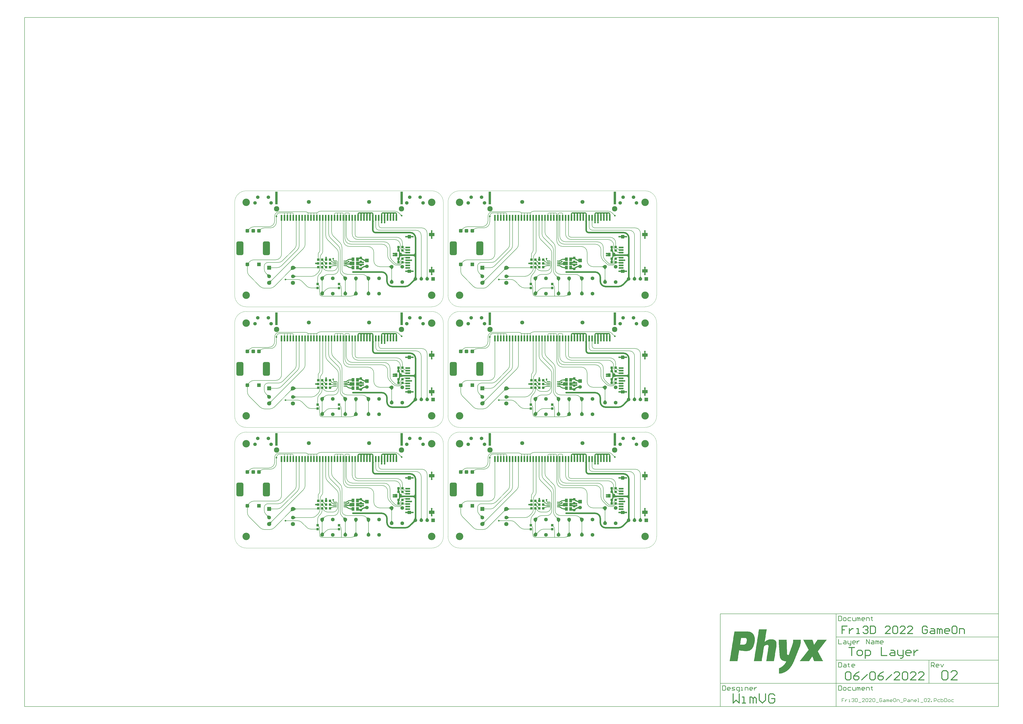
<source format=gtl>
G04*
G04 #@! TF.GenerationSoftware,Altium Limited,Altium Designer,22.6.0 (29)*
G04*
G04 Layer_Physical_Order=1*
G04 Layer_Color=3394611*
%FSLAX25Y25*%
%MOIN*%
G70*
G04*
G04 #@! TF.SameCoordinates,10DF7CA3-E9B9-4642-BBA7-13C8921E1616*
G04*
G04*
G04 #@! TF.FilePolarity,Positive*
G04*
G01*
G75*
%ADD10C,0.01575*%
%ADD11C,0.00591*%
%ADD12C,0.01968*%
%ADD13C,0.02756*%
%ADD14C,0.00984*%
%ADD15R,0.04331X0.03937*%
%ADD16R,0.03937X0.04331*%
%ADD17R,0.03150X0.09843*%
%ADD18R,0.07874X0.02756*%
%ADD19R,0.05512X0.06299*%
%ADD20R,0.06299X0.05512*%
%ADD21R,0.09449X0.05512*%
%ADD22R,0.05315X0.01575*%
%ADD23R,0.04724X0.05906*%
%ADD24R,0.05118X0.05906*%
%ADD25C,0.00394*%
%ADD26C,0.00787*%
%ADD27C,0.07087*%
%ADD28C,0.06299*%
%ADD29R,0.07087X0.07087*%
%ADD30C,0.05906*%
%ADD31R,0.05906X0.05906*%
G04:AMPARAMS|DCode=32|XSize=43.31mil|YSize=216.54mil|CornerRadius=10.83mil|HoleSize=0mil|Usage=FLASHONLY|Rotation=0.000|XOffset=0mil|YOffset=0mil|HoleType=Round|Shape=RoundedRectangle|*
%AMROUNDEDRECTD32*
21,1,0.04331,0.19488,0,0,0.0*
21,1,0.02165,0.21654,0,0,0.0*
1,1,0.02165,0.01083,-0.09744*
1,1,0.02165,-0.01083,-0.09744*
1,1,0.02165,-0.01083,0.09744*
1,1,0.02165,0.01083,0.09744*
%
%ADD32ROUNDEDRECTD32*%
%ADD33C,0.06693*%
%ADD34C,0.09055*%
G04:AMPARAMS|DCode=35|XSize=118.11mil|YSize=236.22mil|CornerRadius=29.53mil|HoleSize=0mil|Usage=FLASHONLY|Rotation=0.000|XOffset=0mil|YOffset=0mil|HoleType=Round|Shape=RoundedRectangle|*
%AMROUNDEDRECTD35*
21,1,0.11811,0.17717,0,0,0.0*
21,1,0.05906,0.23622,0,0,0.0*
1,1,0.05906,0.02953,-0.08858*
1,1,0.05906,-0.02953,-0.08858*
1,1,0.05906,-0.02953,0.08858*
1,1,0.05906,0.02953,0.08858*
%
%ADD35ROUNDEDRECTD35*%
G04:AMPARAMS|DCode=36|XSize=62.99mil|YSize=62.99mil|CornerRadius=15.75mil|HoleSize=0mil|Usage=FLASHONLY|Rotation=0.000|XOffset=0mil|YOffset=0mil|HoleType=Round|Shape=RoundedRectangle|*
%AMROUNDEDRECTD36*
21,1,0.06299,0.03150,0,0,0.0*
21,1,0.03150,0.06299,0,0,0.0*
1,1,0.03150,0.01575,-0.01575*
1,1,0.03150,-0.01575,-0.01575*
1,1,0.03150,-0.01575,0.01575*
1,1,0.03150,0.01575,0.01575*
%
%ADD36ROUNDEDRECTD36*%
%ADD37R,0.06299X0.06299*%
%ADD38R,0.05906X0.05906*%
%ADD39C,0.12598*%
%ADD40C,0.02756*%
G36*
X634823Y567913D02*
X634449Y567894D01*
X634114Y567835D01*
X633819Y567736D01*
X633563Y567598D01*
X633347Y567421D01*
X633169Y567205D01*
X633032Y566949D01*
X632933Y566653D01*
X632896Y566445D01*
X632906Y566307D01*
X632947Y566051D01*
X632999Y565835D01*
X633063Y565657D01*
X633138Y565520D01*
X633225Y565421D01*
X633323Y565362D01*
X633433Y565342D01*
X630307D01*
X630417Y565362D01*
X630516Y565421D01*
X630602Y565520D01*
X630678Y565657D01*
X630741Y565835D01*
X630793Y566051D01*
X630834Y566307D01*
X630840Y566370D01*
X630846Y566433D01*
X630807Y566653D01*
X630709Y566949D01*
X630571Y567205D01*
X630394Y567421D01*
X630177Y567598D01*
X629921Y567736D01*
X629626Y567835D01*
X629370Y567880D01*
X629114Y567835D01*
X628819Y567736D01*
X628563Y567598D01*
X628346Y567421D01*
X628169Y567205D01*
X628031Y566949D01*
X627933Y566653D01*
X627896Y566445D01*
X627906Y566307D01*
X627947Y566051D01*
X627999Y565835D01*
X628063Y565657D01*
X628138Y565520D01*
X628225Y565421D01*
X628323Y565362D01*
X628433Y565342D01*
X625307D01*
X625417Y565362D01*
X625516Y565421D01*
X625602Y565520D01*
X625677Y565657D01*
X625741Y565835D01*
X625793Y566051D01*
X625834Y566307D01*
X625846Y566433D01*
X625807Y566653D01*
X625709Y566949D01*
X625571Y567205D01*
X625394Y567421D01*
X625177Y567598D01*
X624921Y567736D01*
X624626Y567835D01*
X624370Y567880D01*
X624114Y567835D01*
X623819Y567736D01*
X623563Y567598D01*
X623347Y567421D01*
X623169Y567205D01*
X623032Y566949D01*
X622933Y566653D01*
X622896Y566445D01*
X622906Y566307D01*
X622947Y566051D01*
X622999Y565835D01*
X623063Y565657D01*
X623138Y565520D01*
X623225Y565421D01*
X623323Y565362D01*
X623433Y565342D01*
X620307D01*
X620417Y565362D01*
X620516Y565421D01*
X620602Y565520D01*
X620678Y565657D01*
X620741Y565835D01*
X620793Y566051D01*
X620834Y566307D01*
X620846Y566433D01*
X620807Y566653D01*
X620709Y566949D01*
X620571Y567205D01*
X620394Y567421D01*
X620177Y567598D01*
X619921Y567736D01*
X619626Y567835D01*
X619370Y567880D01*
X619114Y567835D01*
X618819Y567736D01*
X618563Y567598D01*
X618347Y567421D01*
X618169Y567205D01*
X618032Y566949D01*
X617933Y566653D01*
X617896Y566445D01*
X617906Y566307D01*
X617947Y566051D01*
X617999Y565835D01*
X618063Y565657D01*
X618138Y565520D01*
X618225Y565421D01*
X618323Y565362D01*
X618433Y565342D01*
X615307D01*
X615417Y565362D01*
X615516Y565421D01*
X615602Y565520D01*
X615677Y565657D01*
X615741Y565835D01*
X615793Y566051D01*
X615834Y566307D01*
X615846Y566433D01*
X615807Y566653D01*
X615709Y566949D01*
X615571Y567205D01*
X615394Y567421D01*
X615177Y567598D01*
X614921Y567736D01*
X614626Y567835D01*
X614291Y567894D01*
X613917Y567913D01*
X616870Y569882D01*
X619370Y568215D01*
X621870Y569882D01*
X624370Y568215D01*
X626870Y569882D01*
X629370Y568215D01*
X631870Y569882D01*
X634823Y567913D01*
D02*
G37*
G36*
X594823D02*
X594449Y567894D01*
X594114Y567835D01*
X593819Y567736D01*
X593563Y567598D01*
X593347Y567421D01*
X593169Y567205D01*
X593032Y566949D01*
X592933Y566653D01*
X592896Y566445D01*
X592906Y566307D01*
X592947Y566051D01*
X592999Y565835D01*
X593063Y565657D01*
X593138Y565520D01*
X593225Y565421D01*
X593323Y565362D01*
X593433Y565342D01*
X590307D01*
X590417Y565362D01*
X590516Y565421D01*
X590602Y565520D01*
X590677Y565657D01*
X590741Y565835D01*
X590793Y566051D01*
X590834Y566307D01*
X590846Y566433D01*
X590807Y566653D01*
X590709Y566949D01*
X590571Y567205D01*
X590394Y567421D01*
X590177Y567598D01*
X589921Y567736D01*
X589626Y567835D01*
X589370Y567880D01*
X589114Y567835D01*
X588819Y567736D01*
X588563Y567598D01*
X588346Y567421D01*
X588169Y567205D01*
X588031Y566949D01*
X587933Y566653D01*
X587896Y566445D01*
X587906Y566307D01*
X587947Y566051D01*
X587999Y565835D01*
X588063Y565657D01*
X588138Y565520D01*
X588225Y565421D01*
X588323Y565362D01*
X588433Y565342D01*
X585307D01*
X585417Y565362D01*
X585516Y565421D01*
X585602Y565520D01*
X585677Y565657D01*
X585741Y565835D01*
X585793Y566051D01*
X585834Y566307D01*
X585840Y566370D01*
X585846Y566433D01*
X585807Y566653D01*
X585709Y566949D01*
X585571Y567205D01*
X585394Y567421D01*
X585177Y567598D01*
X584921Y567736D01*
X584626Y567835D01*
X584370Y567880D01*
X584114Y567835D01*
X583819Y567736D01*
X583563Y567598D01*
X583347Y567421D01*
X583169Y567205D01*
X583032Y566949D01*
X582933Y566653D01*
X582896Y566445D01*
X582906Y566307D01*
X582947Y566051D01*
X582999Y565835D01*
X583063Y565657D01*
X583138Y565520D01*
X583225Y565421D01*
X583323Y565362D01*
X583433Y565342D01*
X580307D01*
X580417Y565362D01*
X580516Y565421D01*
X580602Y565520D01*
X580678Y565657D01*
X580741Y565835D01*
X580793Y566051D01*
X580834Y566307D01*
X580846Y566433D01*
X580807Y566653D01*
X580709Y566949D01*
X580571Y567205D01*
X580394Y567421D01*
X580177Y567598D01*
X579921Y567736D01*
X579626Y567835D01*
X579370Y567880D01*
X579114Y567835D01*
X578819Y567736D01*
X578563Y567598D01*
X578346Y567421D01*
X578169Y567205D01*
X578031Y566949D01*
X577933Y566653D01*
X577896Y566445D01*
X577906Y566307D01*
X577947Y566051D01*
X577999Y565835D01*
X578063Y565657D01*
X578138Y565520D01*
X578225Y565421D01*
X578323Y565362D01*
X578433Y565342D01*
X575307D01*
X575417Y565362D01*
X575516Y565421D01*
X575602Y565520D01*
X575677Y565657D01*
X575741Y565835D01*
X575793Y566051D01*
X575834Y566307D01*
X575846Y566433D01*
X575807Y566653D01*
X575709Y566949D01*
X575571Y567205D01*
X575394Y567421D01*
X575177Y567598D01*
X574921Y567736D01*
X574626Y567835D01*
X574291Y567894D01*
X573917Y567913D01*
X576870Y569882D01*
X579370Y568215D01*
X581870Y569882D01*
X584370Y568215D01*
X586870Y569882D01*
X589370Y568215D01*
X591870Y569882D01*
X594823Y567913D01*
D02*
G37*
G36*
X272618D02*
X272244Y567894D01*
X271909Y567835D01*
X271614Y567736D01*
X271358Y567598D01*
X271142Y567421D01*
X270965Y567205D01*
X270827Y566949D01*
X270728Y566653D01*
X270691Y566445D01*
X270702Y566307D01*
X270742Y566051D01*
X270794Y565835D01*
X270858Y565657D01*
X270933Y565520D01*
X271020Y565421D01*
X271118Y565362D01*
X271228Y565342D01*
X268103D01*
X268213Y565362D01*
X268311Y565421D01*
X268398Y565520D01*
X268473Y565657D01*
X268536Y565835D01*
X268588Y566051D01*
X268629Y566307D01*
X268635Y566370D01*
X268641Y566433D01*
X268602Y566653D01*
X268504Y566949D01*
X268366Y567205D01*
X268189Y567421D01*
X267972Y567598D01*
X267717Y567736D01*
X267421Y567835D01*
X267165Y567880D01*
X266909Y567835D01*
X266614Y567736D01*
X266358Y567598D01*
X266142Y567421D01*
X265965Y567205D01*
X265827Y566949D01*
X265728Y566653D01*
X265691Y566445D01*
X265702Y566307D01*
X265742Y566051D01*
X265794Y565835D01*
X265858Y565657D01*
X265933Y565520D01*
X266020Y565421D01*
X266118Y565362D01*
X266228Y565342D01*
X263103D01*
X263212Y565362D01*
X263311Y565421D01*
X263398Y565520D01*
X263473Y565657D01*
X263537Y565835D01*
X263589Y566051D01*
X263629Y566307D01*
X263641Y566433D01*
X263602Y566653D01*
X263504Y566949D01*
X263366Y567205D01*
X263189Y567421D01*
X262972Y567598D01*
X262717Y567736D01*
X262421Y567835D01*
X262165Y567880D01*
X261909Y567835D01*
X261614Y567736D01*
X261358Y567598D01*
X261142Y567421D01*
X260965Y567205D01*
X260827Y566949D01*
X260728Y566653D01*
X260691Y566445D01*
X260702Y566307D01*
X260742Y566051D01*
X260794Y565835D01*
X260858Y565657D01*
X260933Y565520D01*
X261020Y565421D01*
X261118Y565362D01*
X261228Y565342D01*
X258103D01*
X258212Y565362D01*
X258311Y565421D01*
X258398Y565520D01*
X258473Y565657D01*
X258537Y565835D01*
X258589Y566051D01*
X258629Y566307D01*
X258641Y566433D01*
X258602Y566653D01*
X258504Y566949D01*
X258366Y567205D01*
X258189Y567421D01*
X257972Y567598D01*
X257716Y567736D01*
X257421Y567835D01*
X257165Y567880D01*
X256909Y567835D01*
X256614Y567736D01*
X256358Y567598D01*
X256142Y567421D01*
X255965Y567205D01*
X255827Y566949D01*
X255728Y566653D01*
X255692Y566445D01*
X255702Y566307D01*
X255742Y566051D01*
X255794Y565835D01*
X255858Y565657D01*
X255933Y565520D01*
X256020Y565421D01*
X256118Y565362D01*
X256228Y565342D01*
X253103D01*
X253212Y565362D01*
X253311Y565421D01*
X253398Y565520D01*
X253473Y565657D01*
X253537Y565835D01*
X253589Y566051D01*
X253629Y566307D01*
X253641Y566433D01*
X253602Y566653D01*
X253504Y566949D01*
X253366Y567205D01*
X253189Y567421D01*
X252972Y567598D01*
X252716Y567736D01*
X252421Y567835D01*
X252087Y567894D01*
X251713Y567913D01*
X254665Y569882D01*
X257165Y568215D01*
X259665Y569882D01*
X262165Y568215D01*
X264665Y569882D01*
X267165Y568215D01*
X269665Y569882D01*
X272618Y567913D01*
D02*
G37*
G36*
X232618D02*
X232244Y567894D01*
X231909Y567835D01*
X231614Y567736D01*
X231358Y567598D01*
X231142Y567421D01*
X230965Y567205D01*
X230827Y566949D01*
X230728Y566653D01*
X230692Y566445D01*
X230702Y566307D01*
X230742Y566051D01*
X230794Y565835D01*
X230858Y565657D01*
X230933Y565520D01*
X231020Y565421D01*
X231118Y565362D01*
X231228Y565342D01*
X228103D01*
X228212Y565362D01*
X228311Y565421D01*
X228398Y565520D01*
X228473Y565657D01*
X228537Y565835D01*
X228589Y566051D01*
X228629Y566307D01*
X228641Y566433D01*
X228602Y566653D01*
X228504Y566949D01*
X228366Y567205D01*
X228189Y567421D01*
X227972Y567598D01*
X227716Y567736D01*
X227421Y567835D01*
X227165Y567880D01*
X226909Y567835D01*
X226614Y567736D01*
X226358Y567598D01*
X226142Y567421D01*
X225965Y567205D01*
X225827Y566949D01*
X225728Y566653D01*
X225692Y566445D01*
X225702Y566307D01*
X225742Y566051D01*
X225794Y565835D01*
X225858Y565657D01*
X225933Y565520D01*
X226020Y565421D01*
X226118Y565362D01*
X226228Y565342D01*
X223103D01*
X223213Y565362D01*
X223311Y565421D01*
X223398Y565520D01*
X223473Y565657D01*
X223536Y565835D01*
X223588Y566051D01*
X223629Y566307D01*
X223635Y566370D01*
X223641Y566433D01*
X223602Y566653D01*
X223504Y566949D01*
X223366Y567205D01*
X223189Y567421D01*
X222972Y567598D01*
X222716Y567736D01*
X222421Y567835D01*
X222165Y567880D01*
X221909Y567835D01*
X221614Y567736D01*
X221358Y567598D01*
X221142Y567421D01*
X220965Y567205D01*
X220827Y566949D01*
X220728Y566653D01*
X220691Y566445D01*
X220702Y566307D01*
X220742Y566051D01*
X220794Y565835D01*
X220858Y565657D01*
X220933Y565520D01*
X221020Y565421D01*
X221118Y565362D01*
X221228Y565342D01*
X218103D01*
X218213Y565362D01*
X218311Y565421D01*
X218398Y565520D01*
X218473Y565657D01*
X218536Y565835D01*
X218588Y566051D01*
X218629Y566307D01*
X218641Y566433D01*
X218602Y566653D01*
X218504Y566949D01*
X218366Y567205D01*
X218189Y567421D01*
X217972Y567598D01*
X217717Y567736D01*
X217421Y567835D01*
X217165Y567880D01*
X216909Y567835D01*
X216614Y567736D01*
X216358Y567598D01*
X216142Y567421D01*
X215965Y567205D01*
X215827Y566949D01*
X215728Y566653D01*
X215691Y566445D01*
X215702Y566307D01*
X215742Y566051D01*
X215794Y565835D01*
X215858Y565657D01*
X215933Y565520D01*
X216020Y565421D01*
X216118Y565362D01*
X216228Y565342D01*
X213103D01*
X213212Y565362D01*
X213311Y565421D01*
X213398Y565520D01*
X213473Y565657D01*
X213537Y565835D01*
X213589Y566051D01*
X213629Y566307D01*
X213641Y566433D01*
X213602Y566653D01*
X213504Y566949D01*
X213366Y567205D01*
X213189Y567421D01*
X212972Y567598D01*
X212717Y567736D01*
X212421Y567835D01*
X212087Y567894D01*
X211713Y567913D01*
X214665Y569882D01*
X217165Y568215D01*
X219665Y569882D01*
X222165Y568215D01*
X224665Y569882D01*
X227165Y568215D01*
X229665Y569882D01*
X232618Y567913D01*
D02*
G37*
G36*
X542756Y568602D02*
X542644Y568597D01*
X542543Y568579D01*
X542455Y568549D01*
X542378Y568508D01*
X542313Y568455D01*
X542260Y568390D01*
X542218Y568313D01*
X542189Y568224D01*
X542171Y568124D01*
X542165Y568012D01*
X541575D01*
X541569Y568124D01*
X541551Y568224D01*
X541522Y568313D01*
X541480Y568390D01*
X541427Y568455D01*
X541362Y568508D01*
X541285Y568549D01*
X541197Y568579D01*
X541096Y568597D01*
X540984Y568602D01*
X541870Y569193D01*
X542756Y568602D01*
D02*
G37*
G36*
X537756D02*
X537644Y568597D01*
X537543Y568579D01*
X537455Y568549D01*
X537378Y568508D01*
X537313Y568455D01*
X537260Y568390D01*
X537219Y568313D01*
X537189Y568224D01*
X537171Y568124D01*
X537165Y568012D01*
X536575D01*
X536569Y568124D01*
X536551Y568224D01*
X536522Y568313D01*
X536480Y568390D01*
X536427Y568455D01*
X536362Y568508D01*
X536285Y568549D01*
X536197Y568579D01*
X536096Y568597D01*
X535984Y568602D01*
X536870Y569193D01*
X537756Y568602D01*
D02*
G37*
G36*
X501575Y568012D02*
X501569Y568124D01*
X501551Y568224D01*
X501522Y568313D01*
X501480Y568390D01*
X501427Y568455D01*
X501362Y568508D01*
X501285Y568549D01*
X501197Y568579D01*
X501096Y568597D01*
X500984Y568602D01*
X501870Y568898D01*
X501575Y568012D01*
D02*
G37*
G36*
X497756Y568602D02*
X497644Y568597D01*
X497543Y568579D01*
X497455Y568549D01*
X497378Y568508D01*
X497313Y568455D01*
X497260Y568390D01*
X497219Y568313D01*
X497189Y568224D01*
X497171Y568124D01*
X497165Y568012D01*
X496575D01*
X496569Y568124D01*
X496551Y568224D01*
X496522Y568313D01*
X496480Y568390D01*
X496427Y568455D01*
X496362Y568508D01*
X496285Y568549D01*
X496197Y568579D01*
X496097Y568597D01*
X495984Y568602D01*
X496870Y569193D01*
X497756Y568602D01*
D02*
G37*
G36*
X492756D02*
X492644Y568597D01*
X492543Y568579D01*
X492455Y568549D01*
X492378Y568508D01*
X492313Y568455D01*
X492260Y568390D01*
X492218Y568313D01*
X492189Y568224D01*
X492171Y568124D01*
X492165Y568012D01*
X491575D01*
X491569Y568124D01*
X491551Y568224D01*
X491522Y568313D01*
X491480Y568390D01*
X491427Y568455D01*
X491362Y568508D01*
X491285Y568549D01*
X491197Y568579D01*
X491096Y568597D01*
X490984Y568602D01*
X491870Y569193D01*
X492756Y568602D01*
D02*
G37*
G36*
X457756D02*
X457644Y568597D01*
X457543Y568579D01*
X457455Y568549D01*
X457378Y568508D01*
X457313Y568455D01*
X457260Y568390D01*
X457219Y568313D01*
X457189Y568224D01*
X457171Y568124D01*
X457165Y568012D01*
X456575D01*
X456569Y568124D01*
X456551Y568224D01*
X456522Y568313D01*
X456480Y568390D01*
X456427Y568455D01*
X456362Y568508D01*
X456285Y568549D01*
X456197Y568579D01*
X456097Y568597D01*
X455984Y568602D01*
X456870Y569193D01*
X457756Y568602D01*
D02*
G37*
G36*
X452756D02*
X452644Y568597D01*
X452543Y568579D01*
X452455Y568549D01*
X452378Y568508D01*
X452313Y568455D01*
X452260Y568390D01*
X452218Y568313D01*
X452189Y568224D01*
X452171Y568124D01*
X452165Y568012D01*
X451575D01*
X451569Y568124D01*
X451551Y568224D01*
X451522Y568313D01*
X451480Y568390D01*
X451427Y568455D01*
X451362Y568508D01*
X451285Y568549D01*
X451197Y568579D01*
X451096Y568597D01*
X450984Y568602D01*
X451870Y569193D01*
X452756Y568602D01*
D02*
G37*
G36*
X447756D02*
X447644Y568597D01*
X447543Y568579D01*
X447455Y568549D01*
X447378Y568508D01*
X447313Y568455D01*
X447260Y568390D01*
X447219Y568313D01*
X447189Y568224D01*
X447171Y568124D01*
X447165Y568012D01*
X446575D01*
X446569Y568124D01*
X446551Y568224D01*
X446522Y568313D01*
X446480Y568390D01*
X446427Y568455D01*
X446362Y568508D01*
X446285Y568549D01*
X446197Y568579D01*
X446097Y568597D01*
X445984Y568602D01*
X446870Y569193D01*
X447756Y568602D01*
D02*
G37*
G36*
X180551D02*
X180439Y568597D01*
X180339Y568579D01*
X180250Y568549D01*
X180173Y568508D01*
X180108Y568455D01*
X180055Y568390D01*
X180014Y568313D01*
X179984Y568224D01*
X179966Y568124D01*
X179961Y568012D01*
X179370D01*
X179364Y568124D01*
X179347Y568224D01*
X179317Y568313D01*
X179276Y568390D01*
X179222Y568455D01*
X179157Y568508D01*
X179081Y568549D01*
X178992Y568579D01*
X178892Y568597D01*
X178779Y568602D01*
X179665Y569193D01*
X180551Y568602D01*
D02*
G37*
G36*
X175551D02*
X175439Y568597D01*
X175339Y568579D01*
X175250Y568549D01*
X175173Y568508D01*
X175108Y568455D01*
X175055Y568390D01*
X175014Y568313D01*
X174984Y568224D01*
X174967Y568124D01*
X174961Y568012D01*
X174370D01*
X174364Y568124D01*
X174346Y568224D01*
X174317Y568313D01*
X174276Y568390D01*
X174222Y568455D01*
X174158Y568508D01*
X174081Y568549D01*
X173992Y568579D01*
X173892Y568597D01*
X173779Y568602D01*
X174665Y569193D01*
X175551Y568602D01*
D02*
G37*
G36*
X139370Y568012D02*
X139364Y568124D01*
X139347Y568224D01*
X139317Y568313D01*
X139276Y568390D01*
X139222Y568455D01*
X139157Y568508D01*
X139081Y568549D01*
X138992Y568579D01*
X138892Y568597D01*
X138779Y568602D01*
X139665Y568898D01*
X139370Y568012D01*
D02*
G37*
G36*
X135551Y568602D02*
X135439Y568597D01*
X135339Y568579D01*
X135250Y568549D01*
X135173Y568508D01*
X135108Y568455D01*
X135055Y568390D01*
X135014Y568313D01*
X134984Y568224D01*
X134967Y568124D01*
X134961Y568012D01*
X134370D01*
X134364Y568124D01*
X134346Y568224D01*
X134317Y568313D01*
X134276Y568390D01*
X134222Y568455D01*
X134158Y568508D01*
X134081Y568549D01*
X133992Y568579D01*
X133892Y568597D01*
X133780Y568602D01*
X134665Y569193D01*
X135551Y568602D01*
D02*
G37*
G36*
X130551D02*
X130439Y568597D01*
X130339Y568579D01*
X130250Y568549D01*
X130173Y568508D01*
X130108Y568455D01*
X130055Y568390D01*
X130014Y568313D01*
X129984Y568224D01*
X129966Y568124D01*
X129961Y568012D01*
X129370D01*
X129364Y568124D01*
X129347Y568224D01*
X129317Y568313D01*
X129276Y568390D01*
X129222Y568455D01*
X129157Y568508D01*
X129081Y568549D01*
X128992Y568579D01*
X128892Y568597D01*
X128779Y568602D01*
X129665Y569193D01*
X130551Y568602D01*
D02*
G37*
G36*
X95551D02*
X95439Y568597D01*
X95339Y568579D01*
X95250Y568549D01*
X95173Y568508D01*
X95108Y568455D01*
X95055Y568390D01*
X95014Y568313D01*
X94984Y568224D01*
X94967Y568124D01*
X94961Y568012D01*
X94370D01*
X94364Y568124D01*
X94346Y568224D01*
X94317Y568313D01*
X94276Y568390D01*
X94222Y568455D01*
X94157Y568508D01*
X94081Y568549D01*
X93992Y568579D01*
X93892Y568597D01*
X93779Y568602D01*
X94665Y569193D01*
X95551Y568602D01*
D02*
G37*
G36*
X90551D02*
X90439Y568597D01*
X90339Y568579D01*
X90250Y568549D01*
X90173Y568508D01*
X90108Y568455D01*
X90055Y568390D01*
X90014Y568313D01*
X89984Y568224D01*
X89966Y568124D01*
X89961Y568012D01*
X89370D01*
X89364Y568124D01*
X89346Y568224D01*
X89317Y568313D01*
X89276Y568390D01*
X89222Y568455D01*
X89157Y568508D01*
X89081Y568549D01*
X88992Y568579D01*
X88892Y568597D01*
X88779Y568602D01*
X89665Y569193D01*
X90551Y568602D01*
D02*
G37*
G36*
X85551D02*
X85439Y568597D01*
X85339Y568579D01*
X85250Y568549D01*
X85173Y568508D01*
X85108Y568455D01*
X85055Y568390D01*
X85014Y568313D01*
X84984Y568224D01*
X84966Y568124D01*
X84961Y568012D01*
X84370D01*
X84364Y568124D01*
X84346Y568224D01*
X84317Y568313D01*
X84276Y568390D01*
X84222Y568455D01*
X84158Y568508D01*
X84081Y568549D01*
X83992Y568579D01*
X83892Y568597D01*
X83780Y568602D01*
X84665Y569193D01*
X85551Y568602D01*
D02*
G37*
G36*
X637860Y566644D02*
X637906Y566129D01*
X637947Y565921D01*
X637999Y565744D01*
X638063Y565599D01*
X638138Y565487D01*
X638225Y565407D01*
X638323Y565358D01*
X638433Y565342D01*
X635307D01*
X635417Y565358D01*
X635516Y565407D01*
X635602Y565487D01*
X635677Y565599D01*
X635741Y565744D01*
X635793Y565921D01*
X635834Y566129D01*
X635863Y566370D01*
X635880Y566644D01*
X635886Y566949D01*
X637854D01*
X637860Y566644D01*
D02*
G37*
G36*
X612860D02*
X612906Y566129D01*
X612947Y565921D01*
X612999Y565744D01*
X613063Y565599D01*
X613138Y565487D01*
X613225Y565407D01*
X613323Y565358D01*
X613433Y565342D01*
X610307D01*
X610417Y565358D01*
X610516Y565407D01*
X610602Y565487D01*
X610677Y565599D01*
X610741Y565744D01*
X610793Y565921D01*
X610834Y566129D01*
X610863Y566370D01*
X610880Y566644D01*
X610886Y566949D01*
X612854D01*
X612860Y566644D01*
D02*
G37*
G36*
X597860D02*
X597906Y566129D01*
X597947Y565921D01*
X597999Y565744D01*
X598063Y565599D01*
X598138Y565487D01*
X598225Y565407D01*
X598323Y565358D01*
X598433Y565342D01*
X595307D01*
X595417Y565358D01*
X595516Y565407D01*
X595602Y565487D01*
X595678Y565599D01*
X595741Y565744D01*
X595793Y565921D01*
X595834Y566129D01*
X595863Y566370D01*
X595880Y566644D01*
X595886Y566949D01*
X597854D01*
X597860Y566644D01*
D02*
G37*
G36*
X572860D02*
X572906Y566129D01*
X572947Y565921D01*
X572999Y565744D01*
X573063Y565599D01*
X573138Y565487D01*
X573225Y565407D01*
X573323Y565358D01*
X573433Y565342D01*
X570307D01*
X570417Y565358D01*
X570516Y565407D01*
X570602Y565487D01*
X570678Y565599D01*
X570741Y565744D01*
X570793Y565921D01*
X570834Y566129D01*
X570863Y566370D01*
X570880Y566644D01*
X570886Y566949D01*
X572854D01*
X572860Y566644D01*
D02*
G37*
G36*
X275655D02*
X275702Y566129D01*
X275742Y565921D01*
X275794Y565744D01*
X275858Y565599D01*
X275933Y565487D01*
X276020Y565407D01*
X276118Y565358D01*
X276228Y565342D01*
X273103D01*
X273213Y565358D01*
X273311Y565407D01*
X273398Y565487D01*
X273473Y565599D01*
X273536Y565744D01*
X273588Y565921D01*
X273629Y566129D01*
X273658Y566370D01*
X273675Y566644D01*
X273681Y566949D01*
X275650D01*
X275655Y566644D01*
D02*
G37*
G36*
X250655D02*
X250702Y566129D01*
X250742Y565921D01*
X250794Y565744D01*
X250858Y565599D01*
X250933Y565487D01*
X251020Y565407D01*
X251118Y565358D01*
X251228Y565342D01*
X248103D01*
X248213Y565358D01*
X248311Y565407D01*
X248398Y565487D01*
X248473Y565599D01*
X248536Y565744D01*
X248588Y565921D01*
X248629Y566129D01*
X248658Y566370D01*
X248675Y566644D01*
X248681Y566949D01*
X250650D01*
X250655Y566644D01*
D02*
G37*
G36*
X235655D02*
X235702Y566129D01*
X235742Y565921D01*
X235794Y565744D01*
X235858Y565599D01*
X235933Y565487D01*
X236020Y565407D01*
X236118Y565358D01*
X236228Y565342D01*
X233103D01*
X233212Y565358D01*
X233311Y565407D01*
X233398Y565487D01*
X233473Y565599D01*
X233537Y565744D01*
X233589Y565921D01*
X233629Y566129D01*
X233658Y566370D01*
X233675Y566644D01*
X233681Y566949D01*
X235650D01*
X235655Y566644D01*
D02*
G37*
G36*
X210655D02*
X210702Y566129D01*
X210742Y565921D01*
X210794Y565744D01*
X210858Y565599D01*
X210933Y565487D01*
X211020Y565407D01*
X211118Y565358D01*
X211228Y565342D01*
X208103D01*
X208212Y565358D01*
X208311Y565407D01*
X208398Y565487D01*
X208473Y565599D01*
X208537Y565744D01*
X208589Y565921D01*
X208629Y566129D01*
X208658Y566370D01*
X208675Y566644D01*
X208681Y566949D01*
X210650D01*
X210655Y566644D01*
D02*
G37*
G36*
X557168Y565818D02*
X557177Y565716D01*
X557192Y565626D01*
X557213Y565547D01*
X557239Y565481D01*
X557272Y565427D01*
X557310Y565385D01*
X557354Y565354D01*
X557405Y565336D01*
X557461Y565330D01*
X556280D01*
X556336Y565336D01*
X556386Y565354D01*
X556430Y565385D01*
X556468Y565427D01*
X556501Y565481D01*
X556528Y565547D01*
X556548Y565626D01*
X556563Y565716D01*
X556572Y565818D01*
X556575Y565933D01*
X557165D01*
X557168Y565818D01*
D02*
G37*
G36*
X547168D02*
X547177Y565716D01*
X547192Y565626D01*
X547213Y565547D01*
X547239Y565481D01*
X547272Y565427D01*
X547310Y565385D01*
X547354Y565354D01*
X547404Y565336D01*
X547461Y565330D01*
X546279D01*
X546336Y565336D01*
X546386Y565354D01*
X546430Y565385D01*
X546468Y565427D01*
X546501Y565481D01*
X546528Y565547D01*
X546548Y565626D01*
X546563Y565716D01*
X546572Y565818D01*
X546575Y565933D01*
X547165D01*
X547168Y565818D01*
D02*
G37*
G36*
X542168D02*
X542177Y565716D01*
X542192Y565626D01*
X542213Y565547D01*
X542239Y565481D01*
X542272Y565427D01*
X542310Y565385D01*
X542354Y565354D01*
X542405Y565336D01*
X542461Y565330D01*
X541280D01*
X541336Y565336D01*
X541386Y565354D01*
X541430Y565385D01*
X541468Y565427D01*
X541501Y565481D01*
X541528Y565547D01*
X541548Y565626D01*
X541563Y565716D01*
X541572Y565818D01*
X541575Y565933D01*
X542165D01*
X542168Y565818D01*
D02*
G37*
G36*
X537168D02*
X537177Y565716D01*
X537192Y565626D01*
X537213Y565547D01*
X537239Y565481D01*
X537272Y565427D01*
X537310Y565385D01*
X537354Y565354D01*
X537404Y565336D01*
X537461Y565330D01*
X536279D01*
X536336Y565336D01*
X536386Y565354D01*
X536430Y565385D01*
X536469Y565427D01*
X536501Y565481D01*
X536528Y565547D01*
X536548Y565626D01*
X536563Y565716D01*
X536572Y565818D01*
X536575Y565933D01*
X537165D01*
X537168Y565818D01*
D02*
G37*
G36*
X532168D02*
X532177Y565716D01*
X532192Y565626D01*
X532213Y565547D01*
X532239Y565481D01*
X532272Y565427D01*
X532310Y565385D01*
X532354Y565354D01*
X532405Y565336D01*
X532461Y565330D01*
X531280D01*
X531336Y565336D01*
X531386Y565354D01*
X531430Y565385D01*
X531468Y565427D01*
X531501Y565481D01*
X531528Y565547D01*
X531548Y565626D01*
X531563Y565716D01*
X531572Y565818D01*
X531575Y565933D01*
X532165D01*
X532168Y565818D01*
D02*
G37*
G36*
X502168D02*
X502177Y565716D01*
X502192Y565626D01*
X502213Y565547D01*
X502239Y565481D01*
X502272Y565427D01*
X502310Y565385D01*
X502354Y565354D01*
X502404Y565336D01*
X502461Y565330D01*
X501279D01*
X501336Y565336D01*
X501386Y565354D01*
X501430Y565385D01*
X501469Y565427D01*
X501501Y565481D01*
X501528Y565547D01*
X501548Y565626D01*
X501563Y565716D01*
X501572Y565818D01*
X501575Y565933D01*
X502165D01*
X502168Y565818D01*
D02*
G37*
G36*
X497168D02*
X497177Y565716D01*
X497192Y565626D01*
X497213Y565547D01*
X497239Y565481D01*
X497272Y565427D01*
X497310Y565385D01*
X497354Y565354D01*
X497404Y565336D01*
X497461Y565330D01*
X496279D01*
X496336Y565336D01*
X496386Y565354D01*
X496430Y565385D01*
X496468Y565427D01*
X496501Y565481D01*
X496528Y565547D01*
X496548Y565626D01*
X496563Y565716D01*
X496572Y565818D01*
X496575Y565933D01*
X497165D01*
X497168Y565818D01*
D02*
G37*
G36*
X492168D02*
X492177Y565716D01*
X492192Y565626D01*
X492213Y565547D01*
X492239Y565481D01*
X492272Y565427D01*
X492310Y565385D01*
X492354Y565354D01*
X492405Y565336D01*
X492461Y565330D01*
X491280D01*
X491336Y565336D01*
X491386Y565354D01*
X491430Y565385D01*
X491468Y565427D01*
X491501Y565481D01*
X491528Y565547D01*
X491548Y565626D01*
X491563Y565716D01*
X491572Y565818D01*
X491575Y565933D01*
X492165D01*
X492168Y565818D01*
D02*
G37*
G36*
X487168D02*
X487177Y565716D01*
X487192Y565626D01*
X487213Y565547D01*
X487239Y565481D01*
X487272Y565427D01*
X487310Y565385D01*
X487354Y565354D01*
X487404Y565336D01*
X487461Y565330D01*
X486279D01*
X486336Y565336D01*
X486386Y565354D01*
X486430Y565385D01*
X486469Y565427D01*
X486501Y565481D01*
X486528Y565547D01*
X486548Y565626D01*
X486563Y565716D01*
X486572Y565818D01*
X486575Y565933D01*
X487165D01*
X487168Y565818D01*
D02*
G37*
G36*
X462168D02*
X462177Y565716D01*
X462192Y565626D01*
X462213Y565547D01*
X462239Y565481D01*
X462272Y565427D01*
X462310Y565385D01*
X462354Y565354D01*
X462404Y565336D01*
X462461Y565330D01*
X461279D01*
X461336Y565336D01*
X461386Y565354D01*
X461430Y565385D01*
X461469Y565427D01*
X461501Y565481D01*
X461528Y565547D01*
X461548Y565626D01*
X461563Y565716D01*
X461572Y565818D01*
X461575Y565933D01*
X462165D01*
X462168Y565818D01*
D02*
G37*
G36*
X457168D02*
X457177Y565716D01*
X457192Y565626D01*
X457213Y565547D01*
X457239Y565481D01*
X457272Y565427D01*
X457310Y565385D01*
X457354Y565354D01*
X457405Y565336D01*
X457461Y565330D01*
X456280D01*
X456336Y565336D01*
X456386Y565354D01*
X456430Y565385D01*
X456468Y565427D01*
X456501Y565481D01*
X456528Y565547D01*
X456548Y565626D01*
X456563Y565716D01*
X456572Y565818D01*
X456575Y565933D01*
X457165D01*
X457168Y565818D01*
D02*
G37*
G36*
X452168D02*
X452177Y565716D01*
X452192Y565626D01*
X452213Y565547D01*
X452239Y565481D01*
X452272Y565427D01*
X452310Y565385D01*
X452354Y565354D01*
X452404Y565336D01*
X452461Y565330D01*
X451279D01*
X451336Y565336D01*
X451386Y565354D01*
X451430Y565385D01*
X451469Y565427D01*
X451501Y565481D01*
X451528Y565547D01*
X451548Y565626D01*
X451563Y565716D01*
X451572Y565818D01*
X451575Y565933D01*
X452165D01*
X452168Y565818D01*
D02*
G37*
G36*
X447168D02*
X447177Y565716D01*
X447192Y565626D01*
X447213Y565547D01*
X447239Y565481D01*
X447272Y565427D01*
X447310Y565385D01*
X447354Y565354D01*
X447404Y565336D01*
X447461Y565330D01*
X446279D01*
X446336Y565336D01*
X446386Y565354D01*
X446430Y565385D01*
X446468Y565427D01*
X446501Y565481D01*
X446528Y565547D01*
X446548Y565626D01*
X446563Y565716D01*
X446572Y565818D01*
X446575Y565933D01*
X447165D01*
X447168Y565818D01*
D02*
G37*
G36*
X194964D02*
X194972Y565716D01*
X194987Y565626D01*
X195008Y565547D01*
X195034Y565481D01*
X195067Y565427D01*
X195105Y565385D01*
X195150Y565354D01*
X195200Y565336D01*
X195256Y565330D01*
X194075D01*
X194131Y565336D01*
X194181Y565354D01*
X194225Y565385D01*
X194264Y565427D01*
X194296Y565481D01*
X194323Y565547D01*
X194343Y565626D01*
X194358Y565716D01*
X194367Y565818D01*
X194370Y565933D01*
X194961D01*
X194964Y565818D01*
D02*
G37*
G36*
X184964D02*
X184972Y565716D01*
X184987Y565626D01*
X185008Y565547D01*
X185034Y565481D01*
X185067Y565427D01*
X185105Y565385D01*
X185150Y565354D01*
X185200Y565336D01*
X185256Y565330D01*
X184075D01*
X184131Y565336D01*
X184181Y565354D01*
X184225Y565385D01*
X184264Y565427D01*
X184296Y565481D01*
X184323Y565547D01*
X184344Y565626D01*
X184358Y565716D01*
X184367Y565818D01*
X184370Y565933D01*
X184961D01*
X184964Y565818D01*
D02*
G37*
G36*
X179964D02*
X179972Y565716D01*
X179987Y565626D01*
X180008Y565547D01*
X180034Y565481D01*
X180067Y565427D01*
X180105Y565385D01*
X180150Y565354D01*
X180200Y565336D01*
X180256Y565330D01*
X179075D01*
X179131Y565336D01*
X179181Y565354D01*
X179225Y565385D01*
X179264Y565427D01*
X179296Y565481D01*
X179323Y565547D01*
X179343Y565626D01*
X179358Y565716D01*
X179367Y565818D01*
X179370Y565933D01*
X179961D01*
X179964Y565818D01*
D02*
G37*
G36*
X174964D02*
X174972Y565716D01*
X174987Y565626D01*
X175008Y565547D01*
X175034Y565481D01*
X175067Y565427D01*
X175105Y565385D01*
X175150Y565354D01*
X175200Y565336D01*
X175256Y565330D01*
X174075D01*
X174131Y565336D01*
X174181Y565354D01*
X174225Y565385D01*
X174264Y565427D01*
X174296Y565481D01*
X174323Y565547D01*
X174344Y565626D01*
X174358Y565716D01*
X174367Y565818D01*
X174370Y565933D01*
X174961D01*
X174964Y565818D01*
D02*
G37*
G36*
X169964D02*
X169972Y565716D01*
X169987Y565626D01*
X170008Y565547D01*
X170034Y565481D01*
X170067Y565427D01*
X170105Y565385D01*
X170150Y565354D01*
X170200Y565336D01*
X170256Y565330D01*
X169075D01*
X169131Y565336D01*
X169181Y565354D01*
X169225Y565385D01*
X169264Y565427D01*
X169296Y565481D01*
X169323Y565547D01*
X169343Y565626D01*
X169358Y565716D01*
X169367Y565818D01*
X169370Y565933D01*
X169961D01*
X169964Y565818D01*
D02*
G37*
G36*
X139964D02*
X139972Y565716D01*
X139987Y565626D01*
X140008Y565547D01*
X140034Y565481D01*
X140067Y565427D01*
X140105Y565385D01*
X140150Y565354D01*
X140200Y565336D01*
X140256Y565330D01*
X139075D01*
X139131Y565336D01*
X139181Y565354D01*
X139225Y565385D01*
X139264Y565427D01*
X139296Y565481D01*
X139323Y565547D01*
X139344Y565626D01*
X139358Y565716D01*
X139367Y565818D01*
X139370Y565933D01*
X139961D01*
X139964Y565818D01*
D02*
G37*
G36*
X134964D02*
X134972Y565716D01*
X134987Y565626D01*
X135008Y565547D01*
X135034Y565481D01*
X135067Y565427D01*
X135105Y565385D01*
X135150Y565354D01*
X135200Y565336D01*
X135256Y565330D01*
X134075D01*
X134131Y565336D01*
X134181Y565354D01*
X134225Y565385D01*
X134264Y565427D01*
X134296Y565481D01*
X134323Y565547D01*
X134344Y565626D01*
X134358Y565716D01*
X134367Y565818D01*
X134370Y565933D01*
X134961D01*
X134964Y565818D01*
D02*
G37*
G36*
X129964D02*
X129972Y565716D01*
X129987Y565626D01*
X130008Y565547D01*
X130034Y565481D01*
X130067Y565427D01*
X130105Y565385D01*
X130150Y565354D01*
X130200Y565336D01*
X130256Y565330D01*
X129075D01*
X129131Y565336D01*
X129181Y565354D01*
X129225Y565385D01*
X129264Y565427D01*
X129296Y565481D01*
X129323Y565547D01*
X129343Y565626D01*
X129358Y565716D01*
X129367Y565818D01*
X129370Y565933D01*
X129961D01*
X129964Y565818D01*
D02*
G37*
G36*
X124964D02*
X124972Y565716D01*
X124987Y565626D01*
X125008Y565547D01*
X125034Y565481D01*
X125067Y565427D01*
X125105Y565385D01*
X125150Y565354D01*
X125200Y565336D01*
X125256Y565330D01*
X124075D01*
X124131Y565336D01*
X124181Y565354D01*
X124225Y565385D01*
X124264Y565427D01*
X124296Y565481D01*
X124323Y565547D01*
X124344Y565626D01*
X124358Y565716D01*
X124367Y565818D01*
X124370Y565933D01*
X124961D01*
X124964Y565818D01*
D02*
G37*
G36*
X99964D02*
X99972Y565716D01*
X99987Y565626D01*
X100008Y565547D01*
X100034Y565481D01*
X100067Y565427D01*
X100105Y565385D01*
X100150Y565354D01*
X100200Y565336D01*
X100256Y565330D01*
X99075D01*
X99131Y565336D01*
X99181Y565354D01*
X99225Y565385D01*
X99264Y565427D01*
X99296Y565481D01*
X99323Y565547D01*
X99344Y565626D01*
X99358Y565716D01*
X99367Y565818D01*
X99370Y565933D01*
X99961D01*
X99964Y565818D01*
D02*
G37*
G36*
X94964D02*
X94972Y565716D01*
X94987Y565626D01*
X95008Y565547D01*
X95034Y565481D01*
X95067Y565427D01*
X95105Y565385D01*
X95150Y565354D01*
X95200Y565336D01*
X95256Y565330D01*
X94075D01*
X94131Y565336D01*
X94181Y565354D01*
X94225Y565385D01*
X94264Y565427D01*
X94296Y565481D01*
X94323Y565547D01*
X94344Y565626D01*
X94358Y565716D01*
X94367Y565818D01*
X94370Y565933D01*
X94961D01*
X94964Y565818D01*
D02*
G37*
G36*
X89964D02*
X89972Y565716D01*
X89987Y565626D01*
X90008Y565547D01*
X90034Y565481D01*
X90067Y565427D01*
X90105Y565385D01*
X90150Y565354D01*
X90200Y565336D01*
X90256Y565330D01*
X89075D01*
X89131Y565336D01*
X89181Y565354D01*
X89225Y565385D01*
X89264Y565427D01*
X89296Y565481D01*
X89323Y565547D01*
X89344Y565626D01*
X89358Y565716D01*
X89367Y565818D01*
X89370Y565933D01*
X89961D01*
X89964Y565818D01*
D02*
G37*
G36*
X84964D02*
X84972Y565716D01*
X84987Y565626D01*
X85008Y565547D01*
X85034Y565481D01*
X85067Y565427D01*
X85105Y565385D01*
X85150Y565354D01*
X85200Y565336D01*
X85256Y565330D01*
X84075D01*
X84131Y565336D01*
X84181Y565354D01*
X84225Y565385D01*
X84264Y565427D01*
X84296Y565481D01*
X84323Y565547D01*
X84343Y565626D01*
X84358Y565716D01*
X84367Y565818D01*
X84370Y565933D01*
X84961D01*
X84964Y565818D01*
D02*
G37*
G36*
X644423Y565650D02*
X644515Y565586D01*
X644618Y565530D01*
X644733Y565482D01*
X644859Y565441D01*
X644995Y565409D01*
X645144Y565383D01*
X645303Y565366D01*
X645655Y565354D01*
X644291Y563990D01*
X644289Y564172D01*
X644262Y564502D01*
X644237Y564650D01*
X644204Y564787D01*
X644164Y564913D01*
X644115Y565028D01*
X644059Y565131D01*
X643996Y565223D01*
X643924Y565304D01*
X644342Y565722D01*
X644423Y565650D01*
D02*
G37*
G36*
X282218D02*
X282310Y565586D01*
X282413Y565530D01*
X282528Y565482D01*
X282654Y565441D01*
X282791Y565409D01*
X282939Y565383D01*
X283098Y565366D01*
X283451Y565354D01*
X282087Y563990D01*
X282085Y564172D01*
X282058Y564502D01*
X282032Y564650D01*
X282000Y564787D01*
X281959Y564913D01*
X281911Y565028D01*
X281855Y565131D01*
X281791Y565223D01*
X281719Y565304D01*
X282137Y565722D01*
X282218Y565650D01*
D02*
G37*
G36*
X433770Y565082D02*
X433737Y564978D01*
X433720Y564870D01*
X433718Y564758D01*
X433732Y564642D01*
X433761Y564522D01*
X433807Y564397D01*
X433867Y564268D01*
X433944Y564135D01*
X434036Y563998D01*
X434144Y563857D01*
X432228Y564082D01*
X432373Y564198D01*
X432740Y564534D01*
X432840Y564642D01*
X433004Y564853D01*
X433069Y564956D01*
X433123Y565056D01*
X433165Y565155D01*
X433770Y565082D01*
D02*
G37*
G36*
X71565D02*
X71532Y564978D01*
X71515Y564870D01*
X71513Y564758D01*
X71527Y564642D01*
X71557Y564522D01*
X71602Y564397D01*
X71663Y564268D01*
X71739Y564135D01*
X71831Y563998D01*
X71939Y563857D01*
X70023Y564082D01*
X70168Y564198D01*
X70536Y564534D01*
X70635Y564642D01*
X70799Y564853D01*
X70864Y564956D01*
X70918Y565056D01*
X70960Y565155D01*
X71565Y565082D01*
D02*
G37*
G36*
X433908Y561878D02*
X433694Y561626D01*
X433607Y561503D01*
X433533Y561383D01*
X433473Y561265D01*
X433426Y561150D01*
X433393Y561037D01*
X433373Y560927D01*
X433366Y560819D01*
X432776D01*
X432769Y560927D01*
X432749Y561037D01*
X432715Y561150D01*
X432668Y561265D01*
X432608Y561383D01*
X432535Y561503D01*
X432448Y561626D01*
X432347Y561751D01*
X432106Y562008D01*
X434035D01*
X433908Y561878D01*
D02*
G37*
G36*
X71703D02*
X71489Y561626D01*
X71402Y561503D01*
X71329Y561383D01*
X71268Y561265D01*
X71222Y561150D01*
X71188Y561037D01*
X71168Y560927D01*
X71161Y560819D01*
X70571D01*
X70564Y560927D01*
X70544Y561037D01*
X70511Y561150D01*
X70464Y561265D01*
X70403Y561383D01*
X70330Y561503D01*
X70243Y561626D01*
X70143Y561751D01*
X69902Y562008D01*
X71831D01*
X71703Y561878D01*
D02*
G37*
G36*
X607405Y555518D02*
X607354Y555500D01*
X607310Y555471D01*
X607272Y555429D01*
X607239Y555376D01*
X607213Y555311D01*
X607192Y555234D01*
X607177Y555146D01*
X607168Y555046D01*
X607165Y554933D01*
X606575D01*
X606572Y555046D01*
X606563Y555146D01*
X606548Y555234D01*
X606528Y555311D01*
X606501Y555376D01*
X606468Y555429D01*
X606430Y555471D01*
X606386Y555500D01*
X606336Y555518D01*
X606280Y555524D01*
X607461D01*
X607405Y555518D01*
D02*
G37*
G36*
X602404D02*
X602354Y555500D01*
X602310Y555471D01*
X602272Y555429D01*
X602239Y555376D01*
X602213Y555311D01*
X602192Y555234D01*
X602177Y555146D01*
X602168Y555046D01*
X602165Y554933D01*
X601575D01*
X601572Y555046D01*
X601563Y555146D01*
X601548Y555234D01*
X601528Y555311D01*
X601501Y555376D01*
X601469Y555429D01*
X601430Y555471D01*
X601386Y555500D01*
X601336Y555518D01*
X601279Y555524D01*
X602461D01*
X602404Y555518D01*
D02*
G37*
G36*
X567405D02*
X567354Y555500D01*
X567310Y555471D01*
X567272Y555429D01*
X567239Y555376D01*
X567213Y555311D01*
X567192Y555234D01*
X567177Y555146D01*
X567168Y555046D01*
X567165Y554933D01*
X566575D01*
X566572Y555046D01*
X566563Y555146D01*
X566548Y555234D01*
X566528Y555311D01*
X566501Y555376D01*
X566468Y555429D01*
X566430Y555471D01*
X566386Y555500D01*
X566336Y555518D01*
X566280Y555524D01*
X567461D01*
X567405Y555518D01*
D02*
G37*
G36*
X562404D02*
X562354Y555500D01*
X562310Y555471D01*
X562272Y555429D01*
X562239Y555376D01*
X562213Y555311D01*
X562192Y555234D01*
X562177Y555146D01*
X562168Y555046D01*
X562165Y554933D01*
X561575D01*
X561572Y555046D01*
X561563Y555146D01*
X561548Y555234D01*
X561528Y555311D01*
X561501Y555376D01*
X561469Y555429D01*
X561430Y555471D01*
X561386Y555500D01*
X561336Y555518D01*
X561279Y555524D01*
X562461D01*
X562404Y555518D01*
D02*
G37*
G36*
X552404D02*
X552354Y555500D01*
X552310Y555471D01*
X552272Y555429D01*
X552239Y555376D01*
X552213Y555311D01*
X552192Y555234D01*
X552177Y555146D01*
X552168Y555046D01*
X552165Y554933D01*
X551575D01*
X551572Y555046D01*
X551563Y555146D01*
X551548Y555234D01*
X551528Y555311D01*
X551501Y555376D01*
X551469Y555429D01*
X551430Y555471D01*
X551386Y555500D01*
X551336Y555518D01*
X551279Y555524D01*
X552461D01*
X552404Y555518D01*
D02*
G37*
G36*
X547404D02*
X547354Y555500D01*
X547310Y555471D01*
X547272Y555429D01*
X547239Y555376D01*
X547213Y555311D01*
X547192Y555234D01*
X547177Y555146D01*
X547168Y555046D01*
X547165Y554933D01*
X546575D01*
X546572Y555046D01*
X546563Y555146D01*
X546548Y555234D01*
X546528Y555311D01*
X546501Y555376D01*
X546468Y555429D01*
X546430Y555471D01*
X546386Y555500D01*
X546336Y555518D01*
X546279Y555524D01*
X547461D01*
X547404Y555518D01*
D02*
G37*
G36*
X527404D02*
X527354Y555500D01*
X527310Y555471D01*
X527272Y555429D01*
X527239Y555376D01*
X527213Y555311D01*
X527192Y555234D01*
X527177Y555146D01*
X527168Y555046D01*
X527165Y554933D01*
X526575D01*
X526572Y555046D01*
X526563Y555146D01*
X526548Y555234D01*
X526528Y555311D01*
X526501Y555376D01*
X526469Y555429D01*
X526430Y555471D01*
X526386Y555500D01*
X526336Y555518D01*
X526279Y555524D01*
X527461D01*
X527404Y555518D01*
D02*
G37*
G36*
X522404D02*
X522354Y555500D01*
X522310Y555471D01*
X522272Y555429D01*
X522239Y555376D01*
X522213Y555311D01*
X522192Y555234D01*
X522177Y555146D01*
X522168Y555046D01*
X522165Y554933D01*
X521575D01*
X521572Y555046D01*
X521563Y555146D01*
X521548Y555234D01*
X521528Y555311D01*
X521501Y555376D01*
X521468Y555429D01*
X521430Y555471D01*
X521386Y555500D01*
X521336Y555518D01*
X521279Y555524D01*
X522461D01*
X522404Y555518D01*
D02*
G37*
G36*
X517405D02*
X517354Y555500D01*
X517310Y555471D01*
X517272Y555429D01*
X517239Y555376D01*
X517213Y555311D01*
X517192Y555234D01*
X517177Y555146D01*
X517168Y555046D01*
X517165Y554933D01*
X516575D01*
X516572Y555046D01*
X516563Y555146D01*
X516548Y555234D01*
X516528Y555311D01*
X516501Y555376D01*
X516468Y555429D01*
X516430Y555471D01*
X516386Y555500D01*
X516336Y555518D01*
X516280Y555524D01*
X517461D01*
X517405Y555518D01*
D02*
G37*
G36*
X512404D02*
X512354Y555500D01*
X512310Y555471D01*
X512272Y555429D01*
X512239Y555376D01*
X512213Y555311D01*
X512192Y555234D01*
X512177Y555146D01*
X512168Y555046D01*
X512165Y554933D01*
X511575D01*
X511572Y555046D01*
X511563Y555146D01*
X511548Y555234D01*
X511528Y555311D01*
X511501Y555376D01*
X511469Y555429D01*
X511430Y555471D01*
X511386Y555500D01*
X511336Y555518D01*
X511279Y555524D01*
X512461D01*
X512404Y555518D01*
D02*
G37*
G36*
X507405D02*
X507354Y555500D01*
X507310Y555471D01*
X507272Y555429D01*
X507239Y555376D01*
X507213Y555311D01*
X507192Y555234D01*
X507177Y555146D01*
X507168Y555046D01*
X507165Y554933D01*
X506575D01*
X506572Y555046D01*
X506563Y555146D01*
X506548Y555234D01*
X506528Y555311D01*
X506501Y555376D01*
X506468Y555429D01*
X506430Y555471D01*
X506386Y555500D01*
X506336Y555518D01*
X506280Y555524D01*
X507461D01*
X507405Y555518D01*
D02*
G37*
G36*
X482405D02*
X482354Y555500D01*
X482310Y555471D01*
X482272Y555429D01*
X482239Y555376D01*
X482213Y555311D01*
X482192Y555234D01*
X482177Y555146D01*
X482168Y555046D01*
X482165Y554933D01*
X481575D01*
X481572Y555046D01*
X481563Y555146D01*
X481548Y555234D01*
X481528Y555311D01*
X481501Y555376D01*
X481468Y555429D01*
X481430Y555471D01*
X481386Y555500D01*
X481336Y555518D01*
X481280Y555524D01*
X482461D01*
X482405Y555518D01*
D02*
G37*
G36*
X472404D02*
X472354Y555500D01*
X472310Y555471D01*
X472272Y555429D01*
X472239Y555376D01*
X472213Y555311D01*
X472192Y555234D01*
X472177Y555146D01*
X472168Y555046D01*
X472165Y554933D01*
X471575D01*
X471572Y555046D01*
X471563Y555146D01*
X471548Y555234D01*
X471528Y555311D01*
X471501Y555376D01*
X471468Y555429D01*
X471430Y555471D01*
X471386Y555500D01*
X471336Y555518D01*
X471279Y555524D01*
X472461D01*
X472404Y555518D01*
D02*
G37*
G36*
X467405D02*
X467354Y555500D01*
X467310Y555471D01*
X467272Y555429D01*
X467239Y555376D01*
X467213Y555311D01*
X467192Y555234D01*
X467177Y555146D01*
X467168Y555046D01*
X467165Y554933D01*
X466575D01*
X466572Y555046D01*
X466563Y555146D01*
X466548Y555234D01*
X466528Y555311D01*
X466501Y555376D01*
X466468Y555429D01*
X466430Y555471D01*
X466386Y555500D01*
X466336Y555518D01*
X466280Y555524D01*
X467461D01*
X467405Y555518D01*
D02*
G37*
G36*
X442405D02*
X442354Y555500D01*
X442310Y555471D01*
X442272Y555429D01*
X442239Y555376D01*
X442213Y555311D01*
X442192Y555234D01*
X442177Y555146D01*
X442168Y555046D01*
X442165Y554933D01*
X441575D01*
X441572Y555046D01*
X441563Y555146D01*
X441548Y555234D01*
X441528Y555311D01*
X441501Y555376D01*
X441468Y555429D01*
X441430Y555471D01*
X441386Y555500D01*
X441336Y555518D01*
X441280Y555524D01*
X442461D01*
X442405Y555518D01*
D02*
G37*
G36*
X245200D02*
X245150Y555500D01*
X245105Y555471D01*
X245067Y555429D01*
X245034Y555376D01*
X245008Y555311D01*
X244987Y555234D01*
X244972Y555146D01*
X244964Y555046D01*
X244961Y554933D01*
X244370D01*
X244367Y555046D01*
X244358Y555146D01*
X244343Y555234D01*
X244323Y555311D01*
X244296Y555376D01*
X244264Y555429D01*
X244225Y555471D01*
X244181Y555500D01*
X244131Y555518D01*
X244075Y555524D01*
X245256D01*
X245200Y555518D01*
D02*
G37*
G36*
X240200D02*
X240150Y555500D01*
X240105Y555471D01*
X240067Y555429D01*
X240034Y555376D01*
X240008Y555311D01*
X239987Y555234D01*
X239972Y555146D01*
X239964Y555046D01*
X239961Y554933D01*
X239370D01*
X239367Y555046D01*
X239358Y555146D01*
X239344Y555234D01*
X239323Y555311D01*
X239296Y555376D01*
X239264Y555429D01*
X239225Y555471D01*
X239181Y555500D01*
X239131Y555518D01*
X239075Y555524D01*
X240256D01*
X240200Y555518D01*
D02*
G37*
G36*
X205200D02*
X205150Y555500D01*
X205105Y555471D01*
X205067Y555429D01*
X205034Y555376D01*
X205008Y555311D01*
X204987Y555234D01*
X204972Y555146D01*
X204964Y555046D01*
X204961Y554933D01*
X204370D01*
X204367Y555046D01*
X204358Y555146D01*
X204344Y555234D01*
X204323Y555311D01*
X204296Y555376D01*
X204264Y555429D01*
X204225Y555471D01*
X204181Y555500D01*
X204131Y555518D01*
X204075Y555524D01*
X205256D01*
X205200Y555518D01*
D02*
G37*
G36*
X200200D02*
X200150Y555500D01*
X200105Y555471D01*
X200067Y555429D01*
X200034Y555376D01*
X200008Y555311D01*
X199987Y555234D01*
X199972Y555146D01*
X199964Y555046D01*
X199961Y554933D01*
X199370D01*
X199367Y555046D01*
X199358Y555146D01*
X199344Y555234D01*
X199323Y555311D01*
X199296Y555376D01*
X199264Y555429D01*
X199225Y555471D01*
X199181Y555500D01*
X199131Y555518D01*
X199075Y555524D01*
X200256D01*
X200200Y555518D01*
D02*
G37*
G36*
X190200D02*
X190150Y555500D01*
X190105Y555471D01*
X190067Y555429D01*
X190034Y555376D01*
X190008Y555311D01*
X189987Y555234D01*
X189972Y555146D01*
X189964Y555046D01*
X189961Y554933D01*
X189370D01*
X189367Y555046D01*
X189358Y555146D01*
X189344Y555234D01*
X189323Y555311D01*
X189296Y555376D01*
X189264Y555429D01*
X189225Y555471D01*
X189181Y555500D01*
X189131Y555518D01*
X189075Y555524D01*
X190256D01*
X190200Y555518D01*
D02*
G37*
G36*
X185200D02*
X185150Y555500D01*
X185105Y555471D01*
X185067Y555429D01*
X185034Y555376D01*
X185008Y555311D01*
X184987Y555234D01*
X184972Y555146D01*
X184964Y555046D01*
X184961Y554933D01*
X184370D01*
X184367Y555046D01*
X184358Y555146D01*
X184344Y555234D01*
X184323Y555311D01*
X184296Y555376D01*
X184264Y555429D01*
X184225Y555471D01*
X184181Y555500D01*
X184131Y555518D01*
X184075Y555524D01*
X185256D01*
X185200Y555518D01*
D02*
G37*
G36*
X165200D02*
X165150Y555500D01*
X165105Y555471D01*
X165067Y555429D01*
X165034Y555376D01*
X165008Y555311D01*
X164987Y555234D01*
X164972Y555146D01*
X164964Y555046D01*
X164961Y554933D01*
X164370D01*
X164367Y555046D01*
X164358Y555146D01*
X164344Y555234D01*
X164323Y555311D01*
X164296Y555376D01*
X164264Y555429D01*
X164225Y555471D01*
X164181Y555500D01*
X164131Y555518D01*
X164075Y555524D01*
X165256D01*
X165200Y555518D01*
D02*
G37*
G36*
X160200D02*
X160150Y555500D01*
X160105Y555471D01*
X160067Y555429D01*
X160034Y555376D01*
X160008Y555311D01*
X159987Y555234D01*
X159972Y555146D01*
X159964Y555046D01*
X159961Y554933D01*
X159370D01*
X159367Y555046D01*
X159358Y555146D01*
X159344Y555234D01*
X159323Y555311D01*
X159296Y555376D01*
X159264Y555429D01*
X159225Y555471D01*
X159181Y555500D01*
X159131Y555518D01*
X159075Y555524D01*
X160256D01*
X160200Y555518D01*
D02*
G37*
G36*
X155200D02*
X155150Y555500D01*
X155105Y555471D01*
X155067Y555429D01*
X155034Y555376D01*
X155008Y555311D01*
X154987Y555234D01*
X154972Y555146D01*
X154964Y555046D01*
X154961Y554933D01*
X154370D01*
X154367Y555046D01*
X154358Y555146D01*
X154343Y555234D01*
X154323Y555311D01*
X154296Y555376D01*
X154264Y555429D01*
X154225Y555471D01*
X154181Y555500D01*
X154131Y555518D01*
X154075Y555524D01*
X155256D01*
X155200Y555518D01*
D02*
G37*
G36*
X150200D02*
X150150Y555500D01*
X150105Y555471D01*
X150067Y555429D01*
X150034Y555376D01*
X150008Y555311D01*
X149987Y555234D01*
X149972Y555146D01*
X149964Y555046D01*
X149961Y554933D01*
X149370D01*
X149367Y555046D01*
X149358Y555146D01*
X149344Y555234D01*
X149323Y555311D01*
X149296Y555376D01*
X149264Y555429D01*
X149225Y555471D01*
X149181Y555500D01*
X149131Y555518D01*
X149075Y555524D01*
X150256D01*
X150200Y555518D01*
D02*
G37*
G36*
X145200D02*
X145150Y555500D01*
X145105Y555471D01*
X145067Y555429D01*
X145034Y555376D01*
X145008Y555311D01*
X144987Y555234D01*
X144972Y555146D01*
X144964Y555046D01*
X144961Y554933D01*
X144370D01*
X144367Y555046D01*
X144358Y555146D01*
X144343Y555234D01*
X144323Y555311D01*
X144296Y555376D01*
X144264Y555429D01*
X144225Y555471D01*
X144181Y555500D01*
X144131Y555518D01*
X144075Y555524D01*
X145256D01*
X145200Y555518D01*
D02*
G37*
G36*
X120200D02*
X120150Y555500D01*
X120105Y555471D01*
X120067Y555429D01*
X120034Y555376D01*
X120008Y555311D01*
X119987Y555234D01*
X119972Y555146D01*
X119964Y555046D01*
X119961Y554933D01*
X119370D01*
X119367Y555046D01*
X119358Y555146D01*
X119343Y555234D01*
X119323Y555311D01*
X119296Y555376D01*
X119264Y555429D01*
X119225Y555471D01*
X119181Y555500D01*
X119131Y555518D01*
X119075Y555524D01*
X120256D01*
X120200Y555518D01*
D02*
G37*
G36*
X110200D02*
X110150Y555500D01*
X110105Y555471D01*
X110067Y555429D01*
X110034Y555376D01*
X110008Y555311D01*
X109987Y555234D01*
X109972Y555146D01*
X109964Y555046D01*
X109961Y554933D01*
X109370D01*
X109367Y555046D01*
X109358Y555146D01*
X109344Y555234D01*
X109323Y555311D01*
X109296Y555376D01*
X109264Y555429D01*
X109225Y555471D01*
X109181Y555500D01*
X109131Y555518D01*
X109075Y555524D01*
X110256D01*
X110200Y555518D01*
D02*
G37*
G36*
X105200D02*
X105150Y555500D01*
X105105Y555471D01*
X105067Y555429D01*
X105034Y555376D01*
X105008Y555311D01*
X104987Y555234D01*
X104972Y555146D01*
X104964Y555046D01*
X104961Y554933D01*
X104370D01*
X104367Y555046D01*
X104358Y555146D01*
X104343Y555234D01*
X104323Y555311D01*
X104296Y555376D01*
X104264Y555429D01*
X104225Y555471D01*
X104181Y555500D01*
X104131Y555518D01*
X104075Y555524D01*
X105256D01*
X105200Y555518D01*
D02*
G37*
G36*
X80200D02*
X80150Y555500D01*
X80105Y555471D01*
X80067Y555429D01*
X80034Y555376D01*
X80008Y555311D01*
X79987Y555234D01*
X79972Y555146D01*
X79964Y555046D01*
X79961Y554933D01*
X79370D01*
X79367Y555046D01*
X79358Y555146D01*
X79343Y555234D01*
X79323Y555311D01*
X79296Y555376D01*
X79264Y555429D01*
X79225Y555471D01*
X79181Y555500D01*
X79131Y555518D01*
X79075Y555524D01*
X80256D01*
X80200Y555518D01*
D02*
G37*
G36*
X618323Y555504D02*
X618225Y555445D01*
X618138Y555347D01*
X618063Y555209D01*
X617999Y555032D01*
X617947Y554815D01*
X617906Y554559D01*
X617877Y554264D01*
X617854Y553555D01*
X615886D01*
X615880Y553929D01*
X615834Y554559D01*
X615793Y554815D01*
X615741Y555032D01*
X615677Y555209D01*
X615602Y555347D01*
X615516Y555445D01*
X615417Y555504D01*
X615307Y555524D01*
X618433D01*
X618323Y555504D01*
D02*
G37*
G36*
X613323D02*
X613225Y555445D01*
X613138Y555347D01*
X613063Y555209D01*
X612999Y555032D01*
X612947Y554815D01*
X612906Y554559D01*
X612878Y554264D01*
X612854Y553555D01*
X610886D01*
X610880Y553929D01*
X610834Y554559D01*
X610793Y554815D01*
X610741Y555032D01*
X610677Y555209D01*
X610602Y555347D01*
X610516Y555445D01*
X610417Y555504D01*
X610307Y555524D01*
X613433D01*
X613323Y555504D01*
D02*
G37*
G36*
X256118D02*
X256020Y555445D01*
X255933Y555347D01*
X255858Y555209D01*
X255794Y555032D01*
X255742Y554815D01*
X255702Y554559D01*
X255673Y554264D01*
X255650Y553555D01*
X253681D01*
X253675Y553929D01*
X253629Y554559D01*
X253589Y554815D01*
X253537Y555032D01*
X253473Y555209D01*
X253398Y555347D01*
X253311Y555445D01*
X253212Y555504D01*
X253103Y555524D01*
X256228D01*
X256118Y555504D01*
D02*
G37*
G36*
X251118D02*
X251020Y555445D01*
X250933Y555347D01*
X250858Y555209D01*
X250794Y555032D01*
X250742Y554815D01*
X250702Y554559D01*
X250673Y554264D01*
X250650Y553555D01*
X248681D01*
X248675Y553929D01*
X248629Y554559D01*
X248588Y554815D01*
X248536Y555032D01*
X248473Y555209D01*
X248398Y555347D01*
X248311Y555445D01*
X248213Y555504D01*
X248103Y555524D01*
X251228D01*
X251118Y555504D01*
D02*
G37*
G36*
X598398Y555496D02*
X598366Y555414D01*
X598339Y555276D01*
X598315Y555083D01*
X598278Y554532D01*
X598248Y552768D01*
X595492D01*
X595490Y553292D01*
X595342Y555496D01*
X595307Y555524D01*
X598433D01*
X598398Y555496D01*
D02*
G37*
G36*
X236193D02*
X236162Y555414D01*
X236134Y555276D01*
X236110Y555083D01*
X236073Y554532D01*
X236043Y552768D01*
X233287D01*
X233286Y553292D01*
X233138Y555496D01*
X233103Y555524D01*
X236228D01*
X236193Y555496D01*
D02*
G37*
G36*
X387147Y541257D02*
X387056Y541161D01*
X386915Y540988D01*
X386866Y540910D01*
X386831Y540838D01*
X386809Y540771D01*
X386802Y540710D01*
X386808Y540655D01*
X386829Y540606D01*
X386863Y540562D01*
X386034Y541390D01*
X386078Y541356D01*
X386128Y541336D01*
X386183Y541329D01*
X386244Y541337D01*
X386311Y541359D01*
X386383Y541394D01*
X386461Y541443D01*
X386545Y541506D01*
X386634Y541583D01*
X386729Y541674D01*
X387147Y541257D01*
D02*
G37*
G36*
X24942D02*
X24851Y541161D01*
X24711Y540988D01*
X24661Y540910D01*
X24626Y540838D01*
X24605Y540771D01*
X24597Y540710D01*
X24604Y540655D01*
X24624Y540606D01*
X24658Y540562D01*
X23829Y541390D01*
X23873Y541356D01*
X23923Y541336D01*
X23978Y541329D01*
X24039Y541337D01*
X24106Y541359D01*
X24178Y541394D01*
X24256Y541443D01*
X24340Y541506D01*
X24429Y541583D01*
X24524Y541674D01*
X24942Y541257D01*
D02*
G37*
G36*
X406909Y541163D02*
X406807Y541081D01*
X406719Y541002D01*
X406647Y540928D01*
X406590Y540858D01*
X406548Y540792D01*
X406521Y540730D01*
X406508Y540673D01*
X406511Y540620D01*
X406529Y540571D01*
X406562Y540526D01*
X405748Y541378D01*
X405792Y541343D01*
X405842Y541320D01*
X405899Y541310D01*
X405964Y541312D01*
X406035Y541327D01*
X406113Y541355D01*
X406199Y541396D01*
X406291Y541449D01*
X406390Y541515D01*
X406497Y541593D01*
X406909Y541163D01*
D02*
G37*
G36*
X44705D02*
X44602Y541081D01*
X44515Y541002D01*
X44442Y540928D01*
X44385Y540858D01*
X44343Y540792D01*
X44316Y540730D01*
X44304Y540673D01*
X44307Y540620D01*
X44325Y540571D01*
X44358Y540526D01*
X43543Y541378D01*
X43587Y541343D01*
X43637Y541320D01*
X43695Y541310D01*
X43759Y541312D01*
X43830Y541327D01*
X43909Y541355D01*
X43994Y541396D01*
X44087Y541449D01*
X44186Y541515D01*
X44292Y541593D01*
X44705Y541163D01*
D02*
G37*
G36*
X697648Y536423D02*
X697677Y536086D01*
X697726Y535789D01*
X697795Y535532D01*
X697884Y535314D01*
X697992Y535135D01*
X698120Y534997D01*
X698268Y534898D01*
X698435Y534838D01*
X698622Y534819D01*
X694685D01*
X694872Y534838D01*
X695039Y534898D01*
X695187Y534997D01*
X695315Y535135D01*
X695423Y535314D01*
X695512Y535532D01*
X695581Y535789D01*
X695630Y536086D01*
X695659Y536423D01*
X695669Y536799D01*
X697638D01*
X697648Y536423D01*
D02*
G37*
G36*
X335443D02*
X335472Y536086D01*
X335522Y535789D01*
X335591Y535532D01*
X335679Y535314D01*
X335787Y535135D01*
X335915Y534997D01*
X336063Y534898D01*
X336230Y534838D01*
X336417Y534819D01*
X332480D01*
X332667Y534838D01*
X332835Y534898D01*
X332982Y534997D01*
X333110Y535135D01*
X333219Y535314D01*
X333307Y535532D01*
X333376Y535789D01*
X333425Y536086D01*
X333455Y536423D01*
X333465Y536799D01*
X335433D01*
X335443Y536423D01*
D02*
G37*
G36*
X698435Y529335D02*
X698268Y529276D01*
X698120Y529177D01*
X697992Y529038D01*
X697884Y528860D01*
X697795Y528642D01*
X697726Y528384D01*
X697677Y528087D01*
X697648Y527750D01*
X697638Y527374D01*
X695669D01*
X695659Y527750D01*
X695630Y528087D01*
X695581Y528384D01*
X695512Y528642D01*
X695423Y528860D01*
X695315Y529038D01*
X695187Y529177D01*
X695039Y529276D01*
X694872Y529335D01*
X694685Y529355D01*
X698622D01*
X698435Y529335D01*
D02*
G37*
G36*
X336230D02*
X336063Y529276D01*
X335915Y529177D01*
X335787Y529038D01*
X335679Y528860D01*
X335591Y528642D01*
X335522Y528384D01*
X335472Y528087D01*
X335443Y527750D01*
X335433Y527374D01*
X333465D01*
X333455Y527750D01*
X333425Y528087D01*
X333376Y528384D01*
X333307Y528642D01*
X333219Y528860D01*
X333110Y529038D01*
X332982Y529177D01*
X332835Y529276D01*
X332667Y529335D01*
X332480Y529355D01*
X336417D01*
X336230Y529335D01*
D02*
G37*
G36*
X661622Y530325D02*
X661681Y530158D01*
X661779Y530010D01*
X661917Y529882D01*
X662094Y529774D01*
X662311Y529685D01*
X662567Y529616D01*
X662862Y529567D01*
X663197Y529537D01*
X663571Y529528D01*
Y527559D01*
X663197Y527549D01*
X662862Y527520D01*
X662567Y527470D01*
X662311Y527402D01*
X662094Y527313D01*
X661917Y527205D01*
X661779Y527077D01*
X661681Y526929D01*
X661622Y526762D01*
X661602Y526575D01*
Y530512D01*
X661622Y530325D01*
D02*
G37*
G36*
X656126Y526575D02*
X656107Y526762D01*
X656047Y526929D01*
X655948Y527077D01*
X655809Y527205D01*
X655631Y527313D01*
X655413Y527402D01*
X655156Y527470D01*
X654859Y527520D01*
X654522Y527549D01*
X654146Y527559D01*
Y529528D01*
X654522Y529537D01*
X654859Y529567D01*
X655156Y529616D01*
X655413Y529685D01*
X655631Y529774D01*
X655809Y529882D01*
X655948Y530010D01*
X656047Y530158D01*
X656107Y530325D01*
X656126Y530512D01*
Y526575D01*
D02*
G37*
G36*
X299417Y530325D02*
X299476Y530158D01*
X299575Y530010D01*
X299712Y529882D01*
X299890Y529774D01*
X300106Y529685D01*
X300362Y529616D01*
X300657Y529567D01*
X300992Y529537D01*
X301366Y529528D01*
Y527559D01*
X300992Y527549D01*
X300657Y527520D01*
X300362Y527470D01*
X300106Y527402D01*
X299890Y527313D01*
X299712Y527205D01*
X299575Y527077D01*
X299476Y526929D01*
X299417Y526762D01*
X299397Y526575D01*
Y530512D01*
X299417Y530325D01*
D02*
G37*
G36*
X293922Y526575D02*
X293902Y526762D01*
X293842Y526929D01*
X293743Y527077D01*
X293605Y527205D01*
X293426Y527313D01*
X293209Y527402D01*
X292951Y527470D01*
X292654Y527520D01*
X292318Y527549D01*
X291941Y527559D01*
Y529528D01*
X292318Y529537D01*
X292654Y529567D01*
X292951Y529616D01*
X293209Y529685D01*
X293426Y529774D01*
X293605Y529882D01*
X293743Y530010D01*
X293842Y530158D01*
X293902Y530325D01*
X293922Y530512D01*
Y526575D01*
D02*
G37*
G36*
X647346Y513260D02*
X647355Y513157D01*
X647369Y513067D01*
X647390Y512989D01*
X647417Y512922D01*
X647449Y512868D01*
X647487Y512826D01*
X647532Y512796D01*
X647582Y512778D01*
X647638Y512772D01*
X646457D01*
X646513Y512778D01*
X646563Y512796D01*
X646608Y512826D01*
X646646Y512868D01*
X646678Y512922D01*
X646705Y512989D01*
X646726Y513067D01*
X646740Y513157D01*
X646749Y513260D01*
X646752Y513374D01*
X647343D01*
X647346Y513260D01*
D02*
G37*
G36*
X285141D02*
X285150Y513157D01*
X285165Y513067D01*
X285185Y512989D01*
X285212Y512922D01*
X285244Y512868D01*
X285283Y512826D01*
X285327Y512796D01*
X285377Y512778D01*
X285433Y512772D01*
X284252D01*
X284308Y512778D01*
X284359Y512796D01*
X284403Y512826D01*
X284441Y512868D01*
X284474Y512922D01*
X284500Y512989D01*
X284521Y513067D01*
X284536Y513157D01*
X284545Y513260D01*
X284548Y513374D01*
X285138D01*
X285141Y513260D01*
D02*
G37*
G36*
X649148Y509473D02*
X649126Y509426D01*
X649122Y509369D01*
X649137Y509301D01*
X649171Y509223D01*
X649223Y509134D01*
X649294Y509035D01*
X649383Y508925D01*
X649618Y508674D01*
X649004Y508453D01*
X648891Y508562D01*
X648684Y508737D01*
X648590Y508802D01*
X648503Y508852D01*
X648423Y508888D01*
X648350Y508909D01*
X648283Y508915D01*
X648222Y508906D01*
X648169Y508883D01*
X649189Y509509D01*
X649148Y509473D01*
D02*
G37*
G36*
X286943D02*
X286921Y509426D01*
X286917Y509369D01*
X286932Y509301D01*
X286966Y509223D01*
X287018Y509134D01*
X287089Y509035D01*
X287179Y508925D01*
X287414Y508674D01*
X286799Y508453D01*
X286686Y508562D01*
X286479Y508737D01*
X286385Y508802D01*
X286299Y508852D01*
X286218Y508888D01*
X286145Y508909D01*
X286078Y508915D01*
X286018Y508906D01*
X285964Y508883D01*
X286984Y509509D01*
X286943Y509473D01*
D02*
G37*
G36*
X642136Y508863D02*
X641969Y508803D01*
X641821Y508704D01*
X641693Y508566D01*
X641585Y508388D01*
X641496Y508170D01*
X641428Y507912D01*
X641421Y507874D01*
X641428Y507836D01*
X641496Y507579D01*
X641585Y507361D01*
X641693Y507183D01*
X641821Y507044D01*
X641969Y506945D01*
X642136Y506886D01*
X642323Y506866D01*
X638386D01*
X638573Y506886D01*
X638740Y506945D01*
X638888Y507044D01*
X639016Y507183D01*
X639124Y507361D01*
X639213Y507579D01*
X639282Y507836D01*
X639288Y507874D01*
X639282Y507912D01*
X639213Y508170D01*
X639124Y508388D01*
X639016Y508566D01*
X638888Y508704D01*
X638740Y508803D01*
X638573Y508863D01*
X638386Y508883D01*
X642323D01*
X642136Y508863D01*
D02*
G37*
G36*
X279931D02*
X279764Y508803D01*
X279616Y508704D01*
X279488Y508566D01*
X279380Y508388D01*
X279292Y508170D01*
X279223Y507912D01*
X279217Y507874D01*
X279223Y507836D01*
X279292Y507579D01*
X279380Y507361D01*
X279488Y507183D01*
X279616Y507044D01*
X279764Y506945D01*
X279931Y506886D01*
X280118Y506866D01*
X276181D01*
X276368Y506886D01*
X276536Y506945D01*
X276683Y507044D01*
X276811Y507183D01*
X276920Y507361D01*
X277008Y507579D01*
X277077Y507836D01*
X277083Y507874D01*
X277077Y507912D01*
X277008Y508170D01*
X276920Y508388D01*
X276811Y508566D01*
X276683Y508704D01*
X276536Y508803D01*
X276368Y508863D01*
X276181Y508883D01*
X280118D01*
X279931Y508863D01*
D02*
G37*
G36*
X652400Y507063D02*
X652189Y506496D01*
X652184Y506497D01*
X652170Y506506D01*
X652148Y506524D01*
X652032Y506626D01*
X651760Y506878D01*
X652177Y507295D01*
X652400Y507063D01*
D02*
G37*
G36*
X290195D02*
X289985Y506496D01*
X289979Y506497D01*
X289965Y506506D01*
X289943Y506524D01*
X289827Y506626D01*
X289555Y506878D01*
X289973Y507295D01*
X290195Y507063D01*
D02*
G37*
G36*
X645204Y507186D02*
X645411Y507012D01*
X645505Y506947D01*
X645592Y506896D01*
X645672Y506861D01*
X645746Y506840D01*
X645812Y506834D01*
X645873Y506843D01*
X645926Y506866D01*
X644906Y506240D01*
X644947Y506276D01*
X644969Y506322D01*
X644973Y506380D01*
X644958Y506448D01*
X644924Y506526D01*
X644872Y506614D01*
X644801Y506714D01*
X644712Y506824D01*
X644477Y507075D01*
X645091Y507296D01*
X645204Y507186D01*
D02*
G37*
G36*
X283000D02*
X283207Y507012D01*
X283300Y506947D01*
X283387Y506896D01*
X283467Y506861D01*
X283541Y506840D01*
X283608Y506834D01*
X283668Y506843D01*
X283721Y506866D01*
X282701Y506240D01*
X282742Y506276D01*
X282765Y506322D01*
X282768Y506380D01*
X282753Y506448D01*
X282720Y506526D01*
X282667Y506614D01*
X282596Y506714D01*
X282507Y506824D01*
X282272Y507075D01*
X282886Y507296D01*
X283000Y507186D01*
D02*
G37*
G36*
X649148Y503567D02*
X649126Y503521D01*
X649122Y503463D01*
X649137Y503396D01*
X649171Y503317D01*
X649223Y503229D01*
X649294Y503129D01*
X649383Y503020D01*
X649618Y502768D01*
X649004Y502548D01*
X648891Y502657D01*
X648684Y502831D01*
X648590Y502896D01*
X648503Y502947D01*
X648423Y502982D01*
X648350Y503003D01*
X648283Y503009D01*
X648222Y503001D01*
X648169Y502977D01*
X649189Y503603D01*
X649148Y503567D01*
D02*
G37*
G36*
X286943D02*
X286921Y503521D01*
X286917Y503463D01*
X286932Y503396D01*
X286966Y503317D01*
X287018Y503229D01*
X287089Y503129D01*
X287179Y503020D01*
X287414Y502768D01*
X286799Y502548D01*
X286686Y502657D01*
X286479Y502831D01*
X286385Y502896D01*
X286299Y502947D01*
X286218Y502982D01*
X286145Y503003D01*
X286078Y503009D01*
X286018Y503001D01*
X285964Y502977D01*
X286984Y503603D01*
X286943Y503567D01*
D02*
G37*
G36*
X652189Y500984D02*
X652183Y501040D01*
X652165Y501090D01*
X652135Y501135D01*
X652093Y501173D01*
X652039Y501206D01*
X651972Y501232D01*
X651894Y501253D01*
X651804Y501268D01*
X651701Y501277D01*
X651587Y501279D01*
Y501870D01*
X651701Y501873D01*
X651804Y501882D01*
X651894Y501897D01*
X651972Y501917D01*
X652039Y501944D01*
X652093Y501976D01*
X652135Y502015D01*
X652165Y502059D01*
X652183Y502109D01*
X652189Y502165D01*
Y500984D01*
D02*
G37*
G36*
X289985D02*
X289979Y501040D01*
X289961Y501090D01*
X289930Y501135D01*
X289888Y501173D01*
X289834Y501206D01*
X289768Y501232D01*
X289689Y501253D01*
X289599Y501268D01*
X289497Y501277D01*
X289382Y501279D01*
Y501870D01*
X289497Y501873D01*
X289599Y501882D01*
X289689Y501897D01*
X289768Y501917D01*
X289834Y501944D01*
X289888Y501976D01*
X289930Y502015D01*
X289961Y502059D01*
X289979Y502109D01*
X289985Y502165D01*
Y500984D01*
D02*
G37*
G36*
X646067Y499541D02*
X646151Y499307D01*
X646290Y499100D01*
X646484Y498921D01*
X646733Y498770D01*
X647037Y498646D01*
X647397Y498549D01*
X647812Y498480D01*
X648282Y498439D01*
X648807Y498425D01*
Y495669D01*
X648283Y495663D01*
X647043Y495577D01*
X646740Y495525D01*
X646492Y495461D01*
X646299Y495386D01*
X646161Y495299D01*
X646078Y495201D01*
X646051Y495091D01*
X646039Y499803D01*
X646067Y499541D01*
D02*
G37*
G36*
X633477Y497823D02*
Y495091D01*
X633459Y495163D01*
X633405Y495228D01*
X633316Y495285D01*
X633191Y495335D01*
X633031Y495377D01*
X632834Y495411D01*
X632603Y495438D01*
X632032Y495469D01*
X631693Y495472D01*
Y497441D01*
X632032Y497449D01*
X632335Y497473D01*
X632603Y497513D01*
X632834Y497569D01*
X633031Y497641D01*
X633191Y497729D01*
X633316Y497833D01*
X633405Y497953D01*
X633436Y498032D01*
X633405Y498110D01*
X633316Y498230D01*
X633191Y498334D01*
X633031Y498422D01*
X632834Y498494D01*
X632603Y498550D01*
X632335Y498590D01*
X632032Y498614D01*
X631693Y498622D01*
Y500591D01*
X632032Y500594D01*
X632834Y500652D01*
X633031Y500686D01*
X633191Y500728D01*
X633316Y500778D01*
X633405Y500835D01*
X633459Y500900D01*
X633477Y500972D01*
Y497823D01*
D02*
G37*
G36*
X283863Y499541D02*
X283946Y499307D01*
X284085Y499100D01*
X284279Y498921D01*
X284528Y498770D01*
X284832Y498646D01*
X285192Y498549D01*
X285607Y498480D01*
X286077Y498439D01*
X286602Y498425D01*
Y495669D01*
X286079Y495663D01*
X284838Y495577D01*
X284535Y495525D01*
X284287Y495461D01*
X284094Y495386D01*
X283957Y495299D01*
X283874Y495201D01*
X283846Y495091D01*
X283834Y499803D01*
X283863Y499541D01*
D02*
G37*
G36*
X271272Y497823D02*
Y495091D01*
X271254Y495163D01*
X271200Y495228D01*
X271111Y495285D01*
X270987Y495335D01*
X270826Y495377D01*
X270630Y495411D01*
X270398Y495438D01*
X269827Y495469D01*
X269488Y495472D01*
Y497441D01*
X269827Y497449D01*
X270130Y497473D01*
X270398Y497513D01*
X270630Y497569D01*
X270826Y497641D01*
X270987Y497729D01*
X271111Y497833D01*
X271200Y497953D01*
X271232Y498032D01*
X271200Y498110D01*
X271111Y498230D01*
X270987Y498334D01*
X270826Y498422D01*
X270630Y498494D01*
X270398Y498550D01*
X270130Y498590D01*
X269827Y498614D01*
X269488Y498622D01*
Y500591D01*
X269827Y500594D01*
X270630Y500652D01*
X270826Y500686D01*
X270987Y500728D01*
X271111Y500778D01*
X271200Y500835D01*
X271254Y500900D01*
X271272Y500972D01*
Y497823D01*
D02*
G37*
G36*
X649750Y492930D02*
X649569Y492865D01*
X649290Y492744D01*
X649192Y492689D01*
X649123Y492636D01*
X649083Y492587D01*
X649070Y492541D01*
X649085Y492499D01*
X649129Y492459D01*
X649201Y492423D01*
X647527Y493098D01*
X647616Y493072D01*
X647723Y493057D01*
X647848Y493055D01*
X647990Y493064D01*
X648149Y493085D01*
X648326Y493118D01*
X648733Y493221D01*
X649209Y493371D01*
X649750Y492930D01*
D02*
G37*
G36*
X287546D02*
X287364Y492865D01*
X287085Y492744D01*
X286988Y492689D01*
X286919Y492636D01*
X286878Y492587D01*
X286865Y492541D01*
X286881Y492499D01*
X286924Y492459D01*
X286996Y492423D01*
X285322Y493098D01*
X285412Y493072D01*
X285518Y493057D01*
X285643Y493055D01*
X285785Y493064D01*
X285944Y493085D01*
X286121Y493118D01*
X286528Y493221D01*
X287004Y493371D01*
X287546Y492930D01*
D02*
G37*
G36*
X670669Y497047D02*
X667913Y492913D01*
X667886Y493437D01*
X667803Y493905D01*
X667665Y494319D01*
X667472Y494677D01*
X667224Y494980D01*
X666921Y495228D01*
X666563Y495421D01*
X666150Y495559D01*
X665681Y495642D01*
X665158Y495669D01*
Y498425D01*
X665681Y498453D01*
X666150Y498535D01*
X666563Y498673D01*
X666921Y498866D01*
X667224Y499114D01*
X667472Y499417D01*
X667665Y499776D01*
X667803Y500189D01*
X667886Y500658D01*
X667913Y501181D01*
X670669Y497047D01*
D02*
G37*
G36*
X308465D02*
X305709Y492913D01*
X305681Y493437D01*
X305598Y493905D01*
X305461Y494319D01*
X305268Y494677D01*
X305020Y494980D01*
X304716Y495228D01*
X304358Y495421D01*
X303945Y495559D01*
X303476Y495642D01*
X302953Y495669D01*
Y498425D01*
X303476Y498453D01*
X303945Y498535D01*
X304358Y498673D01*
X304716Y498866D01*
X305020Y499114D01*
X305268Y499417D01*
X305461Y499776D01*
X305598Y500189D01*
X305681Y500658D01*
X305709Y501181D01*
X308465Y497047D01*
D02*
G37*
G36*
X574627Y492720D02*
X574988Y492717D01*
Y490748D01*
X574620Y490738D01*
X574618Y490170D01*
X574598Y490280D01*
X574539Y490378D01*
X574441Y490465D01*
X574303Y490540D01*
X574126Y490603D01*
X573941Y490648D01*
X573728Y490591D01*
X573512Y490502D01*
X573335Y490394D01*
X573197Y490266D01*
X573098Y490118D01*
X573039Y489951D01*
X573020Y489764D01*
Y490736D01*
X572649Y490748D01*
Y492717D01*
X573020Y492726D01*
Y493098D01*
X573039Y493026D01*
X573098Y492961D01*
X573197Y492904D01*
X573335Y492854D01*
X573512Y492812D01*
X573608Y492797D01*
X573658Y492805D01*
X573915Y492874D01*
X574133Y492963D01*
X574311Y493071D01*
X574450Y493199D01*
X574550Y493347D01*
X574610Y493514D01*
X574630Y493701D01*
X574627Y492720D01*
D02*
G37*
G36*
X212422D02*
X212783Y492717D01*
Y490748D01*
X212415Y490738D01*
X212413Y490170D01*
X212394Y490280D01*
X212334Y490378D01*
X212236Y490465D01*
X212098Y490540D01*
X211921Y490603D01*
X211736Y490648D01*
X211523Y490591D01*
X211307Y490502D01*
X211130Y490394D01*
X210992Y490266D01*
X210894Y490118D01*
X210835Y489951D01*
X210815Y489764D01*
Y490736D01*
X210445Y490748D01*
Y492717D01*
X210815Y492726D01*
Y493098D01*
X210835Y493026D01*
X210894Y492961D01*
X210992Y492904D01*
X211130Y492854D01*
X211307Y492812D01*
X211403Y492797D01*
X211453Y492805D01*
X211711Y492874D01*
X211929Y492963D01*
X212107Y493071D01*
X212246Y493199D01*
X212345Y493347D01*
X212405Y493514D01*
X212425Y493701D01*
X212422Y492720D01*
D02*
G37*
G36*
X652189Y492717D02*
X652183Y492773D01*
X652165Y492823D01*
X652135Y492867D01*
X652093Y492906D01*
X652039Y492938D01*
X651972Y492965D01*
X651894Y492985D01*
X651804Y493000D01*
X651701Y493009D01*
X651587Y493012D01*
Y493602D01*
X651701Y493605D01*
X651804Y493614D01*
X651894Y493629D01*
X651972Y493650D01*
X652039Y493676D01*
X652093Y493709D01*
X652135Y493747D01*
X652165Y493791D01*
X652183Y493842D01*
X652189Y493898D01*
Y492717D01*
D02*
G37*
G36*
X289985D02*
X289979Y492773D01*
X289961Y492823D01*
X289930Y492867D01*
X289888Y492906D01*
X289834Y492938D01*
X289768Y492965D01*
X289689Y492985D01*
X289599Y493000D01*
X289497Y493009D01*
X289382Y493012D01*
Y493602D01*
X289497Y493605D01*
X289599Y493614D01*
X289689Y493629D01*
X289768Y493650D01*
X289834Y493676D01*
X289888Y493709D01*
X289930Y493747D01*
X289961Y493791D01*
X289979Y493842D01*
X289985Y493898D01*
Y492717D01*
D02*
G37*
G36*
X643070Y493972D02*
X642963Y493364D01*
X642649Y492087D01*
X642598Y492058D01*
X642559Y492144D01*
X642530Y492346D01*
X642514Y492664D01*
X642508Y493098D01*
X640268Y493086D01*
X640386Y493103D01*
X640498Y493150D01*
X640603Y493229D01*
X640701Y493338D01*
X640792Y493479D01*
X640876Y493651D01*
X640952Y493855D01*
X641023Y494089D01*
X641086Y494355D01*
X641142Y494651D01*
X643070Y493972D01*
D02*
G37*
G36*
X280865D02*
X280758Y493364D01*
X280444Y492087D01*
X280393Y492058D01*
X280354Y492144D01*
X280326Y492346D01*
X280309Y492664D01*
X280303Y493098D01*
X278063Y493086D01*
X278182Y493103D01*
X278293Y493150D01*
X278398Y493229D01*
X278496Y493338D01*
X278587Y493479D01*
X278671Y493651D01*
X278748Y493855D01*
X278818Y494089D01*
X278881Y494355D01*
X278937Y494651D01*
X280865Y493972D01*
D02*
G37*
G36*
X504236Y491803D02*
X504244Y491701D01*
X504259Y491610D01*
X504280Y491532D01*
X504306Y491466D01*
X504339Y491411D01*
X504377Y491369D01*
X504422Y491339D01*
X504472Y491321D01*
X504528Y491315D01*
X503347D01*
X503403Y491321D01*
X503453Y491339D01*
X503497Y491369D01*
X503536Y491411D01*
X503568Y491466D01*
X503595Y491532D01*
X503616Y491610D01*
X503630Y491701D01*
X503639Y491803D01*
X503642Y491918D01*
X504233D01*
X504236Y491803D01*
D02*
G37*
G36*
X142031D02*
X142040Y491701D01*
X142054Y491610D01*
X142075Y491532D01*
X142102Y491466D01*
X142134Y491411D01*
X142173Y491369D01*
X142217Y491339D01*
X142267Y491321D01*
X142323Y491315D01*
X141142D01*
X141198Y491321D01*
X141248Y491339D01*
X141293Y491369D01*
X141331Y491411D01*
X141364Y491466D01*
X141390Y491532D01*
X141411Y491610D01*
X141426Y491701D01*
X141434Y491803D01*
X141437Y491918D01*
X142028D01*
X142031Y491803D01*
D02*
G37*
G36*
X518118Y492600D02*
X518142Y492331D01*
X518176Y492126D01*
X518287D01*
X518254Y492085D01*
X518224Y492032D01*
X518208Y491992D01*
X518236Y491886D01*
X518307Y491712D01*
X518394Y491569D01*
X518496Y491458D01*
X518614Y491378D01*
X518748Y491331D01*
X518898Y491315D01*
X518114D01*
X518110Y491153D01*
X516535D01*
X516534Y491306D01*
X516533Y491315D01*
X515748D01*
X515898Y491331D01*
X516032Y491378D01*
X516150Y491458D01*
X516252Y491569D01*
X516339Y491712D01*
X516409Y491886D01*
X516438Y491992D01*
X516422Y492032D01*
X516392Y492085D01*
X516358Y492126D01*
X516470D01*
X516504Y492331D01*
X516528Y492600D01*
X516535Y492902D01*
X518110D01*
X518118Y492600D01*
D02*
G37*
G36*
X155913D02*
X155937Y492331D01*
X155971Y492126D01*
X156083D01*
X156049Y492085D01*
X156019Y492032D01*
X156003Y491992D01*
X156032Y491886D01*
X156102Y491712D01*
X156189Y491569D01*
X156291Y491458D01*
X156409Y491378D01*
X156543Y491331D01*
X156693Y491315D01*
X155909D01*
X155905Y491153D01*
X154331D01*
X154329Y491306D01*
X154328Y491315D01*
X153543D01*
X153693Y491331D01*
X153827Y491378D01*
X153945Y491458D01*
X154047Y491569D01*
X154134Y491712D01*
X154205Y491886D01*
X154233Y491992D01*
X154217Y492032D01*
X154187Y492085D01*
X154154Y492126D01*
X154265D01*
X154299Y492331D01*
X154323Y492600D01*
X154331Y492902D01*
X155905D01*
X155913Y492600D01*
D02*
G37*
G36*
X583685Y486137D02*
X583666Y486328D01*
X583608Y486509D01*
X583511Y486679D01*
X583376Y486838D01*
X583202Y486986D01*
X582989Y487124D01*
X582737Y487251D01*
X582447Y487368D01*
X582118Y487474D01*
X581750Y487569D01*
X581772Y489641D01*
X582135Y489566D01*
X582460Y489520D01*
X582748Y489502D01*
X582996Y489513D01*
X583207Y489552D01*
X583379Y489619D01*
X583513Y489715D01*
X583609Y489839D01*
X583666Y489992D01*
X583685Y490173D01*
Y486137D01*
D02*
G37*
G36*
X221481D02*
X221461Y486328D01*
X221403Y486509D01*
X221306Y486679D01*
X221171Y486838D01*
X220997Y486986D01*
X220784Y487124D01*
X220532Y487251D01*
X220242Y487368D01*
X219913Y487474D01*
X219545Y487569D01*
X219567Y489641D01*
X219931Y489566D01*
X220256Y489520D01*
X220543Y489502D01*
X220792Y489513D01*
X221002Y489552D01*
X221175Y489619D01*
X221308Y489715D01*
X221404Y489839D01*
X221462Y489992D01*
X221481Y490173D01*
Y486137D01*
D02*
G37*
G36*
X530140Y489901D02*
X530115Y489868D01*
X530092Y489825D01*
X530073Y489771D01*
X530057Y489706D01*
X530044Y489630D01*
X530033Y489542D01*
X530021Y489335D01*
X530020Y489215D01*
X529035D01*
X529034Y489335D01*
X529012Y489630D01*
X528998Y489706D01*
X528982Y489771D01*
X528963Y489825D01*
X528940Y489868D01*
X528915Y489901D01*
X528887Y489922D01*
X530168D01*
X530140Y489901D01*
D02*
G37*
G36*
X167935D02*
X167910Y489868D01*
X167888Y489825D01*
X167868Y489771D01*
X167852Y489706D01*
X167839Y489630D01*
X167828Y489542D01*
X167816Y489335D01*
X167815Y489215D01*
X166831D01*
X166829Y489335D01*
X166807Y489630D01*
X166794Y489706D01*
X166777Y489771D01*
X166758Y489825D01*
X166736Y489868D01*
X166710Y489901D01*
X166682Y489922D01*
X167964D01*
X167935Y489901D01*
D02*
G37*
G36*
X645926Y489197D02*
X645873Y489221D01*
X645812Y489230D01*
X645746Y489224D01*
X645672Y489203D01*
X645592Y489167D01*
X645505Y489117D01*
X645411Y489052D01*
X645311Y488972D01*
X645091Y488768D01*
X644477Y488989D01*
X644603Y489120D01*
X644801Y489350D01*
X644872Y489449D01*
X644924Y489538D01*
X644958Y489616D01*
X644973Y489684D01*
X644969Y489741D01*
X644947Y489788D01*
X644906Y489824D01*
X645926Y489197D01*
D02*
G37*
G36*
X283721D02*
X283668Y489221D01*
X283608Y489230D01*
X283541Y489224D01*
X283467Y489203D01*
X283387Y489167D01*
X283300Y489117D01*
X283207Y489052D01*
X283107Y488972D01*
X282886Y488768D01*
X282272Y488989D01*
X282399Y489120D01*
X282596Y489350D01*
X282667Y489449D01*
X282720Y489538D01*
X282753Y489616D01*
X282768Y489684D01*
X282765Y489741D01*
X282742Y489788D01*
X282701Y489824D01*
X283721Y489197D01*
D02*
G37*
G36*
X578401Y492658D02*
X578355Y492487D01*
X578383Y492290D01*
X578484Y492066D01*
X578658Y491816D01*
X578905Y491540D01*
X579226Y491237D01*
X579619Y490908D01*
X580626Y490170D01*
X578869Y488936D01*
X578345Y489284D01*
X577417Y489831D01*
X577012Y490030D01*
X576647Y490179D01*
X576322Y490279D01*
X576037Y490329D01*
X575791Y490330D01*
X575585Y490281D01*
X575419Y490182D01*
X578519Y492802D01*
X578401Y492658D01*
D02*
G37*
G36*
X216196D02*
X216150Y492487D01*
X216178Y492290D01*
X216279Y492066D01*
X216453Y491816D01*
X216701Y491540D01*
X217021Y491237D01*
X217415Y490908D01*
X218421Y490170D01*
X216664Y488936D01*
X216140Y489284D01*
X215212Y489831D01*
X214807Y490030D01*
X214442Y490179D01*
X214117Y490279D01*
X213832Y490329D01*
X213586Y490330D01*
X213380Y490281D01*
X213214Y490182D01*
X216314Y492802D01*
X216196Y492658D01*
D02*
G37*
G36*
X560851Y488583D02*
X560835Y488732D01*
X560787Y488866D01*
X560708Y488984D01*
X560597Y489087D01*
X560454Y489173D01*
X560280Y489244D01*
X560073Y489299D01*
X559835Y489339D01*
X559565Y489362D01*
X559264Y489370D01*
Y490945D01*
X559565Y490953D01*
X559835Y490976D01*
X560073Y491016D01*
X560280Y491071D01*
X560454Y491142D01*
X560597Y491228D01*
X560708Y491331D01*
X560787Y491449D01*
X560835Y491583D01*
X560851Y491732D01*
Y488583D01*
D02*
G37*
G36*
X198646D02*
X198630Y488732D01*
X198583Y488866D01*
X198503Y488984D01*
X198392Y489087D01*
X198249Y489173D01*
X198075Y489244D01*
X197869Y489299D01*
X197631Y489339D01*
X197361Y489362D01*
X197059Y489370D01*
Y490945D01*
X197361Y490953D01*
X197631Y490976D01*
X197869Y491016D01*
X198075Y491071D01*
X198249Y491142D01*
X198392Y491228D01*
X198503Y491331D01*
X198583Y491449D01*
X198630Y491583D01*
X198646Y491732D01*
Y488583D01*
D02*
G37*
G36*
X553769Y487503D02*
X553518Y487317D01*
X552567Y486521D01*
X552501Y486442D01*
X552462Y486379D01*
X552449Y486331D01*
X551048Y487882D01*
X551106Y487845D01*
X551190Y487836D01*
X551299Y487854D01*
X551435Y487900D01*
X551596Y487972D01*
X551783Y488072D01*
X552235Y488354D01*
X552790Y488746D01*
X553769Y487503D01*
D02*
G37*
G36*
X191564D02*
X191314Y487317D01*
X190363Y486521D01*
X190297Y486442D01*
X190257Y486379D01*
X190244Y486331D01*
X188843Y487882D01*
X188901Y487845D01*
X188985Y487836D01*
X189095Y487854D01*
X189230Y487900D01*
X189392Y487972D01*
X189579Y488072D01*
X190030Y488354D01*
X190585Y488746D01*
X191564Y487503D01*
D02*
G37*
G36*
X642136Y489178D02*
X641969Y489118D01*
X641821Y489019D01*
X641693Y488881D01*
X641585Y488702D01*
X641496Y488485D01*
X641428Y488227D01*
X641421Y488189D01*
X641428Y488152D01*
X641496Y487894D01*
X641585Y487676D01*
X641693Y487498D01*
X641821Y487359D01*
X641969Y487260D01*
X642136Y487201D01*
X642323Y487181D01*
X638386D01*
X638573Y487201D01*
X638740Y487260D01*
X638888Y487359D01*
X639016Y487498D01*
X639124Y487676D01*
X639213Y487894D01*
X639282Y488152D01*
X639288Y488189D01*
X639282Y488227D01*
X639213Y488485D01*
X639124Y488702D01*
X639016Y488881D01*
X638888Y489019D01*
X638740Y489118D01*
X638573Y489178D01*
X638386Y489197D01*
X642323D01*
X642136Y489178D01*
D02*
G37*
G36*
X279931D02*
X279764Y489118D01*
X279616Y489019D01*
X279488Y488881D01*
X279380Y488702D01*
X279292Y488485D01*
X279223Y488227D01*
X279217Y488189D01*
X279223Y488152D01*
X279292Y487894D01*
X279380Y487676D01*
X279488Y487498D01*
X279616Y487359D01*
X279764Y487260D01*
X279931Y487201D01*
X280118Y487181D01*
X276181D01*
X276368Y487201D01*
X276536Y487260D01*
X276683Y487359D01*
X276811Y487498D01*
X276920Y487676D01*
X277008Y487894D01*
X277077Y488152D01*
X277083Y488189D01*
X277077Y488227D01*
X277008Y488485D01*
X276920Y488702D01*
X276811Y488881D01*
X276683Y489019D01*
X276536Y489118D01*
X276368Y489178D01*
X276181Y489197D01*
X280118D01*
X279931Y489178D01*
D02*
G37*
G36*
X660047Y489679D02*
X660106Y489614D01*
X660205Y489557D01*
X660342Y489507D01*
X660520Y489466D01*
X660736Y489431D01*
X660992Y489404D01*
X661622Y489374D01*
X661996Y489370D01*
Y487402D01*
X661622Y487398D01*
X660736Y487341D01*
X660520Y487306D01*
X660342Y487264D01*
X660205Y487215D01*
X660106Y487157D01*
X660047Y487092D01*
X660027Y487020D01*
Y489752D01*
X660047Y489679D01*
D02*
G37*
G36*
X297842D02*
X297901Y489614D01*
X298000Y489557D01*
X298138Y489507D01*
X298315Y489466D01*
X298531Y489431D01*
X298787Y489404D01*
X299417Y489374D01*
X299791Y489370D01*
Y487402D01*
X299417Y487398D01*
X298531Y487341D01*
X298315Y487306D01*
X298138Y487264D01*
X298000Y487215D01*
X297901Y487157D01*
X297842Y487092D01*
X297823Y487020D01*
Y489752D01*
X297842Y489679D01*
D02*
G37*
G36*
X533242Y487444D02*
X533280Y487435D01*
X533337Y487428D01*
X533506Y487415D01*
X534252Y487402D01*
Y486811D01*
X533222Y486758D01*
Y487455D01*
X533242Y487444D01*
D02*
G37*
G36*
X171037D02*
X171075Y487435D01*
X171132Y487428D01*
X171301Y487415D01*
X172047Y487402D01*
Y486811D01*
X171017Y486758D01*
Y487455D01*
X171037Y487444D01*
D02*
G37*
G36*
X526094Y488542D02*
X526061Y488459D01*
X526057Y488361D01*
X526083Y488245D01*
X526139Y488114D01*
X526225Y487967D01*
X526340Y487804D01*
X526485Y487624D01*
X526865Y487217D01*
X525973Y486718D01*
X525778Y486905D01*
X525427Y487202D01*
X525269Y487312D01*
X525124Y487395D01*
X524991Y487453D01*
X524870Y487485D01*
X524761Y487491D01*
X524665Y487472D01*
X524581Y487426D01*
X526157Y488609D01*
X526094Y488542D01*
D02*
G37*
G36*
X512708D02*
X512675Y488459D01*
X512671Y488361D01*
X512697Y488245D01*
X512753Y488114D01*
X512839Y487967D01*
X512954Y487804D01*
X513100Y487624D01*
X513480Y487217D01*
X512587Y486718D01*
X512393Y486905D01*
X512041Y487202D01*
X511883Y487312D01*
X511738Y487395D01*
X511605Y487453D01*
X511484Y487485D01*
X511376Y487491D01*
X511279Y487472D01*
X511195Y487426D01*
X512772Y488609D01*
X512708Y488542D01*
D02*
G37*
G36*
X163889D02*
X163856Y488459D01*
X163852Y488361D01*
X163878Y488245D01*
X163934Y488114D01*
X164020Y487967D01*
X164136Y487804D01*
X164281Y487624D01*
X164661Y487217D01*
X163768Y486718D01*
X163574Y486905D01*
X163222Y487202D01*
X163065Y487312D01*
X162919Y487395D01*
X162786Y487453D01*
X162665Y487485D01*
X162557Y487491D01*
X162460Y487472D01*
X162376Y487426D01*
X163953Y488609D01*
X163889Y488542D01*
D02*
G37*
G36*
X150504D02*
X150470Y488459D01*
X150467Y488361D01*
X150493Y488245D01*
X150549Y488114D01*
X150634Y487967D01*
X150750Y487804D01*
X150895Y487624D01*
X151275Y487217D01*
X150382Y486718D01*
X150188Y486905D01*
X149836Y487202D01*
X149679Y487312D01*
X149533Y487395D01*
X149400Y487453D01*
X149279Y487485D01*
X149171Y487491D01*
X149074Y487472D01*
X148990Y487426D01*
X150567Y488609D01*
X150504Y488542D01*
D02*
G37*
G36*
X535524Y487534D02*
X535538Y487506D01*
X535561Y487482D01*
X535593Y487461D01*
X535634Y487442D01*
X535685Y487428D01*
X535744Y487416D01*
X535813Y487408D01*
X535891Y487403D01*
X535979Y487402D01*
Y486811D01*
X535891Y486809D01*
X535744Y486796D01*
X535685Y486785D01*
X535634Y486770D01*
X535593Y486752D01*
X535561Y486731D01*
X535538Y486706D01*
X535524Y486678D01*
X535520Y486647D01*
Y487565D01*
X535524Y487534D01*
D02*
G37*
G36*
X173319D02*
X173333Y487506D01*
X173356Y487482D01*
X173388Y487461D01*
X173430Y487442D01*
X173480Y487428D01*
X173540Y487416D01*
X173609Y487408D01*
X173687Y487403D01*
X173774Y487402D01*
Y486811D01*
X173687Y486809D01*
X173540Y486796D01*
X173480Y486785D01*
X173430Y486770D01*
X173388Y486752D01*
X173356Y486731D01*
X173333Y486706D01*
X173319Y486678D01*
X173315Y486647D01*
Y487565D01*
X173319Y487534D01*
D02*
G37*
G36*
X574626Y485643D02*
X574811Y485634D01*
X575185Y485630D01*
Y483661D01*
X574811Y483652D01*
X574619Y483635D01*
X574618Y483477D01*
X574598Y483512D01*
X574539Y483543D01*
X574441Y483571D01*
X574308Y483594D01*
X574181Y483573D01*
X573925Y483504D01*
X573708Y483415D01*
X573531Y483307D01*
X573393Y483179D01*
X573321Y483071D01*
X573393Y482963D01*
X573531Y482835D01*
X573708Y482726D01*
X573925Y482638D01*
X574181Y482569D01*
X574244Y482558D01*
X574441Y482571D01*
X574540Y482598D01*
X574599Y482630D01*
X574619Y482665D01*
X574619Y482507D01*
X574811Y482490D01*
X575185Y482480D01*
Y480512D01*
X574811Y480508D01*
X574627Y480496D01*
X574631Y479528D01*
X574610Y479715D01*
X574550Y479882D01*
X574451Y480030D01*
X574312Y480158D01*
X574134Y480266D01*
X573916Y480354D01*
X573696Y480413D01*
X573531Y480374D01*
X573393Y480325D01*
X573295Y480267D01*
X573236Y480203D01*
X573216Y480130D01*
Y480485D01*
X573026Y480502D01*
X572650Y480512D01*
Y482480D01*
X573024Y482482D01*
X573216Y482494D01*
Y482677D01*
Y483656D01*
X572649Y483661D01*
Y485630D01*
X573025Y485640D01*
X573216Y485657D01*
Y486012D01*
X573236Y485939D01*
X573295Y485874D01*
X573393Y485817D01*
X573531Y485767D01*
X573695Y485729D01*
X573915Y485787D01*
X574133Y485876D01*
X574311Y485984D01*
X574450Y486112D01*
X574550Y486260D01*
X574610Y486427D01*
X574630Y486614D01*
X574626Y485643D01*
D02*
G37*
G36*
X212421D02*
X212606Y485634D01*
X212980Y485630D01*
Y483661D01*
X212606Y483652D01*
X212414Y483635D01*
X212413Y483477D01*
X212394Y483512D01*
X212334Y483543D01*
X212236Y483571D01*
X212104Y483594D01*
X211976Y483573D01*
X211720Y483504D01*
X211504Y483415D01*
X211327Y483307D01*
X211189Y483179D01*
X211117Y483071D01*
X211189Y482963D01*
X211327Y482835D01*
X211504Y482726D01*
X211720Y482638D01*
X211976Y482569D01*
X212039Y482558D01*
X212237Y482571D01*
X212335Y482598D01*
X212394Y482630D01*
X212414Y482665D01*
X212415Y482507D01*
X212606Y482490D01*
X212980Y482480D01*
Y480512D01*
X212606Y480508D01*
X212422Y480496D01*
X212426Y479528D01*
X212405Y479715D01*
X212346Y479882D01*
X212246Y480030D01*
X212107Y480158D01*
X211929Y480266D01*
X211711Y480354D01*
X211491Y480413D01*
X211327Y480374D01*
X211189Y480325D01*
X211090Y480267D01*
X211031Y480203D01*
X211012Y480130D01*
Y480485D01*
X210821Y480502D01*
X210445Y480512D01*
Y482480D01*
X210819Y482482D01*
X211012Y482494D01*
Y482677D01*
Y483656D01*
X210445Y483661D01*
Y485630D01*
X210820Y485640D01*
X211012Y485657D01*
Y486012D01*
X211031Y485939D01*
X211090Y485874D01*
X211189Y485817D01*
X211327Y485767D01*
X211491Y485729D01*
X211711Y485787D01*
X211928Y485876D01*
X212107Y485984D01*
X212245Y486112D01*
X212345Y486260D01*
X212405Y486427D01*
X212425Y486614D01*
X212421Y485643D01*
D02*
G37*
G36*
X386645Y484652D02*
X386555Y484558D01*
X386481Y484472D01*
X386423Y484393D01*
X386381Y484323D01*
X386356Y484260D01*
X386347Y484205D01*
X386353Y484157D01*
X386376Y484118D01*
X386415Y484087D01*
X386471Y484063D01*
X385190Y484462D01*
X385257Y484448D01*
X385327Y484445D01*
X385401Y484454D01*
X385477Y484475D01*
X385557Y484508D01*
X385641Y484552D01*
X385727Y484608D01*
X385816Y484676D01*
X385909Y484756D01*
X386005Y484848D01*
X386645Y484652D01*
D02*
G37*
G36*
X24440D02*
X24350Y484558D01*
X24276Y484472D01*
X24218Y484393D01*
X24177Y484323D01*
X24151Y484260D01*
X24142Y484205D01*
X24149Y484157D01*
X24171Y484118D01*
X24211Y484087D01*
X24266Y484063D01*
X22985Y484462D01*
X23052Y484448D01*
X23123Y484445D01*
X23196Y484454D01*
X23273Y484475D01*
X23353Y484508D01*
X23436Y484552D01*
X23522Y484608D01*
X23611Y484676D01*
X23704Y484756D01*
X23800Y484848D01*
X24440Y484652D01*
D02*
G37*
G36*
X555518Y484757D02*
X555489Y484756D01*
X555446Y484748D01*
X555390Y484730D01*
X555236Y484672D01*
X554903Y484524D01*
X554613Y484386D01*
X553597Y485657D01*
X553730Y485713D01*
X553959Y485830D01*
X554053Y485891D01*
X554134Y485953D01*
X554201Y486017D01*
X554256Y486082D01*
X554297Y486148D01*
X554325Y486216D01*
X554340Y486285D01*
X555518Y484757D01*
D02*
G37*
G36*
X193314D02*
X193284Y484756D01*
X193241Y484748D01*
X193185Y484730D01*
X193031Y484672D01*
X192698Y484524D01*
X192408Y484386D01*
X191392Y485657D01*
X191526Y485713D01*
X191754Y485830D01*
X191848Y485891D01*
X191929Y485953D01*
X191997Y486017D01*
X192051Y486082D01*
X192093Y486148D01*
X192121Y486216D01*
X192136Y486285D01*
X193314Y484757D01*
D02*
G37*
G36*
X501770Y483863D02*
X501958Y483859D01*
Y482284D01*
X501804Y482282D01*
X501770Y482280D01*
Y481496D01*
X501755Y481646D01*
X501707Y481780D01*
X501629Y481898D01*
X501518Y482000D01*
X501377Y482087D01*
X501203Y482158D01*
X501110Y482183D01*
X501079Y482170D01*
X501025Y482140D01*
X500984Y482107D01*
Y482215D01*
X500762Y482252D01*
X500495Y482276D01*
X500196Y482284D01*
Y483859D01*
X500495Y483867D01*
X500762Y483890D01*
X500984Y483927D01*
Y484036D01*
X501025Y484002D01*
X501079Y483972D01*
X501110Y483959D01*
X501203Y483985D01*
X501377Y484055D01*
X501518Y484142D01*
X501629Y484244D01*
X501707Y484363D01*
X501755Y484496D01*
X501770Y484646D01*
Y483863D01*
D02*
G37*
G36*
X139566D02*
X139753Y483859D01*
Y482284D01*
X139599Y482282D01*
X139566Y482280D01*
Y481496D01*
X139550Y481646D01*
X139503Y481780D01*
X139424Y481898D01*
X139314Y482000D01*
X139172Y482087D01*
X138999Y482158D01*
X138905Y482183D01*
X138874Y482170D01*
X138820Y482140D01*
X138779Y482107D01*
Y482215D01*
X138558Y482252D01*
X138290Y482276D01*
X137991Y482284D01*
Y483859D01*
X138290Y483867D01*
X138558Y483890D01*
X138779Y483927D01*
Y484036D01*
X138820Y484002D01*
X138874Y483972D01*
X138905Y483959D01*
X138999Y483985D01*
X139172Y484055D01*
X139314Y484142D01*
X139424Y484244D01*
X139503Y484363D01*
X139550Y484496D01*
X139566Y484646D01*
Y483863D01*
D02*
G37*
G36*
X529351Y485390D02*
X529502Y485363D01*
X529678Y485343D01*
X529989Y485326D01*
X530229Y485323D01*
Y483772D01*
X530219Y483839D01*
X530190Y483904D01*
X530142Y483968D01*
X530076Y484030D01*
X529990Y484090D01*
X529884Y484148D01*
X529760Y484205D01*
X529617Y484260D01*
X529273Y484364D01*
X529285Y485406D01*
X529351Y485390D01*
D02*
G37*
G36*
X167146D02*
X167297Y485363D01*
X167473Y485343D01*
X167785Y485326D01*
X168024Y485323D01*
Y483772D01*
X168014Y483839D01*
X167986Y483904D01*
X167938Y483968D01*
X167871Y484030D01*
X167785Y484090D01*
X167680Y484148D01*
X167556Y484205D01*
X167412Y484260D01*
X167068Y484364D01*
X167080Y485406D01*
X167146Y485390D01*
D02*
G37*
G36*
X652189Y483661D02*
X652183Y483717D01*
X652165Y483768D01*
X652135Y483812D01*
X652093Y483850D01*
X652039Y483883D01*
X651972Y483910D01*
X651894Y483930D01*
X651804Y483945D01*
X651701Y483954D01*
X651587Y483957D01*
Y484547D01*
X651701Y484550D01*
X651804Y484559D01*
X651894Y484574D01*
X651972Y484594D01*
X652039Y484621D01*
X652093Y484654D01*
X652135Y484692D01*
X652165Y484736D01*
X652183Y484786D01*
X652189Y484842D01*
Y483661D01*
D02*
G37*
G36*
X649207Y484786D02*
X649225Y484736D01*
X649254Y484692D01*
X649295Y484654D01*
X649349Y484621D01*
X649413Y484594D01*
X649490Y484574D01*
X649579Y484559D01*
X649679Y484550D01*
X649791Y484547D01*
Y483957D01*
X649679Y483954D01*
X649579Y483945D01*
X649490Y483930D01*
X649413Y483910D01*
X649349Y483883D01*
X649295Y483850D01*
X649254Y483812D01*
X649225Y483768D01*
X649207Y483717D01*
X649201Y483661D01*
Y484842D01*
X649207Y484786D01*
D02*
G37*
G36*
X289985Y483661D02*
X289979Y483717D01*
X289961Y483768D01*
X289930Y483812D01*
X289888Y483850D01*
X289834Y483883D01*
X289768Y483910D01*
X289689Y483930D01*
X289599Y483945D01*
X289497Y483954D01*
X289382Y483957D01*
Y484547D01*
X289497Y484550D01*
X289599Y484559D01*
X289689Y484574D01*
X289768Y484594D01*
X289834Y484621D01*
X289888Y484654D01*
X289930Y484692D01*
X289961Y484736D01*
X289979Y484786D01*
X289985Y484842D01*
Y483661D01*
D02*
G37*
G36*
X287002Y484786D02*
X287020Y484736D01*
X287049Y484692D01*
X287091Y484654D01*
X287144Y484621D01*
X287209Y484594D01*
X287286Y484574D01*
X287374Y484559D01*
X287474Y484550D01*
X287587Y484547D01*
Y483957D01*
X287474Y483954D01*
X287374Y483945D01*
X287286Y483930D01*
X287209Y483910D01*
X287144Y483883D01*
X287091Y483850D01*
X287049Y483812D01*
X287020Y483768D01*
X287002Y483717D01*
X286996Y483661D01*
Y484842D01*
X287002Y484786D01*
D02*
G37*
G36*
X578540Y486427D02*
X578599Y486260D01*
X578699Y486112D01*
X578838Y485984D01*
X579016Y485876D01*
X579234Y485787D01*
X579491Y485718D01*
X579788Y485669D01*
X580124Y485640D01*
X580500Y485630D01*
Y483661D01*
X580126Y483660D01*
X578708Y483571D01*
X578610Y483543D01*
X578551Y483512D01*
X578531Y483477D01*
X578519Y486614D01*
X578540Y486427D01*
D02*
G37*
G36*
X216335D02*
X216395Y486260D01*
X216494Y486112D01*
X216633Y485984D01*
X216811Y485876D01*
X217029Y485787D01*
X217286Y485718D01*
X217583Y485669D01*
X217919Y485640D01*
X218295Y485630D01*
Y483661D01*
X217921Y483660D01*
X216503Y483571D01*
X216405Y483543D01*
X216346Y483512D01*
X216326Y483477D01*
X216314Y486614D01*
X216335Y486427D01*
D02*
G37*
G36*
X515185Y485519D02*
X515560Y485198D01*
X515723Y485083D01*
X515870Y484997D01*
X516001Y484941D01*
X516117Y484915D01*
X516215Y484919D01*
X516298Y484952D01*
X516365Y485016D01*
X515182Y483439D01*
X515228Y483523D01*
X515247Y483620D01*
X515241Y483728D01*
X515209Y483849D01*
X515151Y483982D01*
X515068Y484128D01*
X514958Y484285D01*
X514822Y484455D01*
X514474Y484831D01*
X514973Y485724D01*
X515185Y485519D01*
D02*
G37*
G36*
X152980D02*
X153355Y485198D01*
X153518Y485083D01*
X153666Y484997D01*
X153797Y484941D01*
X153912Y484915D01*
X154011Y484919D01*
X154094Y484952D01*
X154160Y485016D01*
X152977Y483439D01*
X153023Y483523D01*
X153043Y483620D01*
X153036Y483728D01*
X153005Y483849D01*
X152947Y483982D01*
X152863Y484128D01*
X152753Y484285D01*
X152618Y484455D01*
X152269Y484831D01*
X152768Y485724D01*
X152980Y485519D01*
D02*
G37*
G36*
X530229Y481213D02*
X530219Y481267D01*
X530189Y481315D01*
X530140Y481357D01*
X530071Y481394D01*
X529983Y481425D01*
X529874Y481451D01*
X529746Y481471D01*
X529599Y481485D01*
X529244Y481496D01*
Y482480D01*
X529431Y482483D01*
X529746Y482506D01*
X529874Y482526D01*
X529983Y482551D01*
X530071Y482582D01*
X530140Y482619D01*
X530189Y482662D01*
X530219Y482710D01*
X530229Y482764D01*
Y481213D01*
D02*
G37*
G36*
X168024D02*
X168014Y481267D01*
X167984Y481315D01*
X167935Y481357D01*
X167866Y481394D01*
X167778Y481425D01*
X167669Y481451D01*
X167542Y481471D01*
X167394Y481485D01*
X167040Y481496D01*
Y482480D01*
X167227Y482483D01*
X167542Y482506D01*
X167669Y482526D01*
X167778Y482551D01*
X167866Y482582D01*
X167935Y482619D01*
X167984Y482662D01*
X168014Y482710D01*
X168024Y482764D01*
Y481213D01*
D02*
G37*
G36*
X526179Y482879D02*
X526209Y482795D01*
X526258Y482722D01*
X526327Y482657D01*
X526415Y482603D01*
X526524Y482559D01*
X526652Y482525D01*
X526799Y482500D01*
X526967Y482485D01*
X527154Y482480D01*
Y481496D01*
X526967Y481492D01*
X526652Y481462D01*
X526524Y481435D01*
X526415Y481401D01*
X526327Y481359D01*
X526258Y481309D01*
X526209Y481252D01*
X526179Y481187D01*
X526169Y481115D01*
Y482972D01*
X526179Y482879D01*
D02*
G37*
G36*
X163974D02*
X164004Y482795D01*
X164053Y482722D01*
X164122Y482657D01*
X164211Y482603D01*
X164319Y482559D01*
X164447Y482525D01*
X164595Y482500D01*
X164762Y482485D01*
X164949Y482480D01*
Y481496D01*
X164762Y481492D01*
X164447Y481462D01*
X164319Y481435D01*
X164211Y481401D01*
X164122Y481359D01*
X164053Y481309D01*
X164004Y481252D01*
X163974Y481187D01*
X163965Y481115D01*
Y482972D01*
X163974Y482879D01*
D02*
G37*
G36*
X512695Y482243D02*
X512661Y482160D01*
X512657Y482061D01*
X512684Y481946D01*
X512740Y481815D01*
X512825Y481668D01*
X512941Y481505D01*
X513086Y481325D01*
X513466Y480918D01*
X512573Y480419D01*
X512379Y480606D01*
X512027Y480903D01*
X511870Y481013D01*
X511725Y481096D01*
X511591Y481154D01*
X511471Y481186D01*
X511362Y481192D01*
X511265Y481172D01*
X511181Y481127D01*
X512758Y482310D01*
X512695Y482243D01*
D02*
G37*
G36*
X150490D02*
X150456Y482160D01*
X150453Y482061D01*
X150479Y481946D01*
X150535Y481815D01*
X150620Y481668D01*
X150736Y481505D01*
X150881Y481325D01*
X151261Y480918D01*
X150368Y480419D01*
X150174Y480606D01*
X149823Y480903D01*
X149665Y481013D01*
X149520Y481096D01*
X149387Y481154D01*
X149266Y481186D01*
X149157Y481192D01*
X149061Y481172D01*
X148976Y481127D01*
X150553Y482310D01*
X150490Y482243D01*
D02*
G37*
G36*
X561319Y480118D02*
X558032D01*
X557779Y480223D01*
X557585Y480417D01*
X557480Y480670D01*
Y480807D01*
X557477Y480845D01*
X557447Y480916D01*
X557393Y480971D01*
X557322Y481000D01*
X557283Y481004D01*
X554921D01*
Y482972D01*
X555807D01*
X556134Y483005D01*
X556737Y483254D01*
X557198Y483716D01*
X557448Y484319D01*
X557480Y484646D01*
Y484920D01*
X557690Y485426D01*
X558078Y485814D01*
X558584Y486024D01*
X560827D01*
X561319Y480118D01*
D02*
G37*
G36*
X199114D02*
X195827D01*
X195574Y480223D01*
X195380Y480417D01*
X195276Y480670D01*
Y480807D01*
X195272Y480845D01*
X195242Y480916D01*
X195188Y480971D01*
X195117Y481000D01*
X195079Y481004D01*
X192717D01*
Y482972D01*
X193602D01*
X193929Y483005D01*
X194532Y483254D01*
X194994Y483716D01*
X195243Y484319D01*
X195276Y484646D01*
Y484920D01*
X195485Y485426D01*
X195873Y485814D01*
X196379Y486024D01*
X198622D01*
X199114Y480118D01*
D02*
G37*
G36*
X578551Y482630D02*
X578610Y482598D01*
X578709Y482571D01*
X578847Y482547D01*
X579024Y482526D01*
X579791Y482488D01*
X580500Y482480D01*
Y480512D01*
X580125Y480502D01*
X579788Y480473D01*
X579492Y480423D01*
X579234Y480354D01*
X579017Y480266D01*
X578838Y480158D01*
X578699Y480030D01*
X578600Y479882D01*
X578540Y479715D01*
X578520Y479528D01*
X578532Y482665D01*
X578551Y482630D01*
D02*
G37*
G36*
X216347D02*
X216406Y482598D01*
X216504Y482571D01*
X216642Y482547D01*
X216819Y482526D01*
X217587Y482488D01*
X218295Y482480D01*
Y480512D01*
X217920Y480502D01*
X217584Y480473D01*
X217287Y480423D01*
X217030Y480354D01*
X216812Y480266D01*
X216634Y480158D01*
X216495Y480030D01*
X216395Y479882D01*
X216335Y479715D01*
X216315Y479528D01*
X216327Y482665D01*
X216347Y482630D01*
D02*
G37*
G36*
X527030Y477969D02*
X526866Y477879D01*
X526720Y477786D01*
X526591Y477691D01*
X526479Y477593D01*
X526384Y477493D01*
X526307Y477391D01*
X526247Y477286D01*
X526204Y477179D01*
X526178Y477070D01*
X526169Y476958D01*
Y478728D01*
X526178Y478710D01*
X526205Y478702D01*
X526249Y478706D01*
X526311Y478722D01*
X526391Y478750D01*
X526603Y478840D01*
X527054Y479063D01*
X527030Y477969D01*
D02*
G37*
G36*
X164825D02*
X164661Y477879D01*
X164515Y477786D01*
X164386Y477691D01*
X164274Y477593D01*
X164180Y477493D01*
X164102Y477391D01*
X164042Y477286D01*
X163999Y477179D01*
X163973Y477070D01*
X163965Y476958D01*
Y478728D01*
X163973Y478710D01*
X164000Y478702D01*
X164044Y478706D01*
X164106Y478722D01*
X164186Y478750D01*
X164398Y478840D01*
X164849Y479063D01*
X164825Y477969D01*
D02*
G37*
G36*
X530229Y478654D02*
X530219Y478695D01*
X530190Y478729D01*
X530141Y478756D01*
X530073Y478775D01*
X529986Y478786D01*
X529879Y478791D01*
X529752Y478788D01*
X529441Y478760D01*
X529256Y478734D01*
X529254Y479738D01*
X529439Y479768D01*
X529751Y479840D01*
X529878Y479882D01*
X529985Y479927D01*
X530073Y479975D01*
X530141Y480027D01*
X530190Y480083D01*
X530219Y480142D01*
X530229Y480204D01*
Y478654D01*
D02*
G37*
G36*
X168024D02*
X168014Y478695D01*
X167985Y478729D01*
X167936Y478756D01*
X167868Y478775D01*
X167781Y478786D01*
X167674Y478791D01*
X167548Y478788D01*
X167236Y478760D01*
X167052Y478734D01*
X167050Y479738D01*
X167235Y479768D01*
X167546Y479840D01*
X167673Y479882D01*
X167780Y479927D01*
X167868Y479975D01*
X167936Y480027D01*
X167985Y480083D01*
X168014Y480142D01*
X168024Y480204D01*
Y478654D01*
D02*
G37*
G36*
X552462Y480157D02*
X552501Y480093D01*
X552567Y480014D01*
X552660Y479920D01*
X552924Y479686D01*
X553518Y479218D01*
X553769Y479032D01*
X552790Y477790D01*
X552499Y477999D01*
X551596Y478563D01*
X551435Y478636D01*
X551299Y478681D01*
X551190Y478699D01*
X551106Y478690D01*
X551048Y478654D01*
X552449Y480204D01*
X552462Y480157D01*
D02*
G37*
G36*
X190257D02*
X190297Y480093D01*
X190363Y480014D01*
X190455Y479920D01*
X190719Y479686D01*
X191314Y479218D01*
X191564Y479032D01*
X190585Y477790D01*
X190295Y477999D01*
X189392Y478563D01*
X189230Y478636D01*
X189095Y478681D01*
X188985Y478699D01*
X188901Y478690D01*
X188843Y478654D01*
X190244Y480204D01*
X190257Y480157D01*
D02*
G37*
G36*
X384393Y478154D02*
X384343Y478136D01*
X384298Y478106D01*
X384260Y478064D01*
X384227Y478010D01*
X384201Y477943D01*
X384180Y477865D01*
X384165Y477774D01*
X384156Y477672D01*
X384154Y477558D01*
X383563D01*
X383560Y477672D01*
X383551Y477774D01*
X383536Y477865D01*
X383516Y477943D01*
X383489Y478010D01*
X383457Y478064D01*
X383418Y478106D01*
X383374Y478136D01*
X383324Y478154D01*
X383268Y478160D01*
X384449D01*
X384393Y478154D01*
D02*
G37*
G36*
X22188D02*
X22138Y478136D01*
X22094Y478106D01*
X22055Y478064D01*
X22023Y478010D01*
X21996Y477943D01*
X21975Y477865D01*
X21961Y477774D01*
X21952Y477672D01*
X21949Y477558D01*
X21358D01*
X21355Y477672D01*
X21346Y477774D01*
X21332Y477865D01*
X21311Y477943D01*
X21284Y478010D01*
X21252Y478064D01*
X21214Y478106D01*
X21169Y478136D01*
X21119Y478154D01*
X21063Y478160D01*
X22244D01*
X22188Y478154D01*
D02*
G37*
G36*
X515172Y479219D02*
X515548Y478898D01*
X515711Y478782D01*
X515858Y478696D01*
X515989Y478641D01*
X516104Y478615D01*
X516203Y478619D01*
X516285Y478653D01*
X516351Y478717D01*
X515182Y477126D01*
X515227Y477211D01*
X515246Y477308D01*
X515240Y477417D01*
X515208Y477538D01*
X515150Y477671D01*
X515066Y477816D01*
X514957Y477974D01*
X514821Y478143D01*
X514474Y478518D01*
X514959Y479424D01*
X515172Y479219D01*
D02*
G37*
G36*
X152967D02*
X153343Y478898D01*
X153506Y478782D01*
X153654Y478696D01*
X153785Y478641D01*
X153900Y478615D01*
X153998Y478619D01*
X154080Y478653D01*
X154147Y478717D01*
X152977Y477126D01*
X153022Y477211D01*
X153042Y477308D01*
X153035Y477417D01*
X153003Y477538D01*
X152945Y477671D01*
X152861Y477816D01*
X152752Y477974D01*
X152617Y478143D01*
X152269Y478518D01*
X152755Y479424D01*
X152967Y479219D01*
D02*
G37*
G36*
X584566Y475944D02*
X584335Y476150D01*
X584100Y476326D01*
X583863Y476471D01*
X583623Y476586D01*
X583381Y476670D01*
X583136Y476723D01*
X582888Y476745D01*
X582638Y476737D01*
X582386Y476698D01*
X582130Y476628D01*
X582070Y478666D01*
X582352Y478750D01*
X582887Y478958D01*
X583139Y479080D01*
X583382Y479214D01*
X583615Y479362D01*
X583837Y479522D01*
X584050Y479694D01*
X584253Y479879D01*
X584446Y480076D01*
X584566Y475944D01*
D02*
G37*
G36*
X222362D02*
X222130Y476150D01*
X221895Y476326D01*
X221658Y476471D01*
X221418Y476586D01*
X221176Y476670D01*
X220931Y476723D01*
X220684Y476745D01*
X220434Y476737D01*
X220181Y476698D01*
X219926Y476628D01*
X219865Y478666D01*
X220148Y478750D01*
X220682Y478958D01*
X220935Y479080D01*
X221177Y479214D01*
X221410Y479362D01*
X221633Y479522D01*
X221846Y479694D01*
X222048Y479879D01*
X222242Y480076D01*
X222362Y475944D01*
D02*
G37*
G36*
X580627Y475972D02*
X580087Y475590D01*
X579226Y474905D01*
X578906Y474602D01*
X578659Y474326D01*
X578484Y474076D01*
X578384Y473852D01*
X578356Y473655D01*
X578401Y473484D01*
X578520Y473340D01*
X575419Y475960D01*
X575586Y475861D01*
X575792Y475812D01*
X576037Y475812D01*
X576323Y475863D01*
X576648Y475962D01*
X577013Y476112D01*
X577417Y476311D01*
X577862Y476559D01*
X578869Y477206D01*
X580627Y475972D01*
D02*
G37*
G36*
X218422D02*
X217882Y475590D01*
X217022Y474905D01*
X216701Y474602D01*
X216454Y474326D01*
X216280Y474076D01*
X216179Y473852D01*
X216151Y473655D01*
X216196Y473484D01*
X216315Y473340D01*
X213215Y475960D01*
X213381Y475861D01*
X213587Y475812D01*
X213832Y475812D01*
X214118Y475863D01*
X214443Y475962D01*
X214808Y476112D01*
X215212Y476311D01*
X215657Y476559D01*
X216665Y477206D01*
X218422Y475972D01*
D02*
G37*
G36*
X626546Y475362D02*
X626181Y475725D01*
X625203Y476584D01*
X624916Y476794D01*
X624648Y476966D01*
X624400Y477100D01*
X624170Y477195D01*
X623960Y477253D01*
X623770Y477272D01*
Y477862D01*
X623960Y477881D01*
X624170Y477939D01*
X624400Y478034D01*
X624648Y478168D01*
X624916Y478340D01*
X625203Y478550D01*
X625836Y479084D01*
X626181Y479409D01*
X626546Y479772D01*
Y475362D01*
D02*
G37*
G36*
X264341D02*
X263977Y475725D01*
X262999Y476584D01*
X262711Y476794D01*
X262443Y476966D01*
X262195Y477100D01*
X261966Y477195D01*
X261756Y477253D01*
X261565Y477272D01*
Y477862D01*
X261756Y477881D01*
X261966Y477939D01*
X262195Y478034D01*
X262443Y478168D01*
X262711Y478340D01*
X262999Y478550D01*
X263631Y479084D01*
X263977Y479409D01*
X264341Y479772D01*
Y475362D01*
D02*
G37*
G36*
X501783Y475197D02*
X501777Y475253D01*
X501760Y475303D01*
X501730Y475348D01*
X501689Y475386D01*
X501636Y475418D01*
X501571Y475445D01*
X501494Y475466D01*
X501405Y475480D01*
X501305Y475489D01*
X501193Y475492D01*
Y476083D01*
X501305Y476086D01*
X501405Y476094D01*
X501494Y476109D01*
X501571Y476130D01*
X501636Y476157D01*
X501689Y476189D01*
X501730Y476227D01*
X501760Y476272D01*
X501777Y476322D01*
X501783Y476378D01*
Y475197D01*
D02*
G37*
G36*
X424195Y476322D02*
X424213Y476272D01*
X424243Y476227D01*
X424285Y476189D01*
X424339Y476157D01*
X424405Y476130D01*
X424484Y476109D01*
X424574Y476094D01*
X424677Y476086D01*
X424791Y476083D01*
Y475492D01*
X424677Y475489D01*
X424574Y475480D01*
X424484Y475466D01*
X424405Y475445D01*
X424339Y475418D01*
X424285Y475386D01*
X424243Y475348D01*
X424213Y475303D01*
X424195Y475253D01*
X424189Y475197D01*
Y476378D01*
X424195Y476322D01*
D02*
G37*
G36*
X139579Y475197D02*
X139573Y475253D01*
X139555Y475303D01*
X139525Y475348D01*
X139484Y475386D01*
X139431Y475418D01*
X139366Y475445D01*
X139289Y475466D01*
X139201Y475480D01*
X139100Y475489D01*
X138988Y475492D01*
Y476083D01*
X139100Y476086D01*
X139201Y476094D01*
X139289Y476109D01*
X139366Y476130D01*
X139431Y476157D01*
X139484Y476189D01*
X139525Y476227D01*
X139555Y476272D01*
X139573Y476322D01*
X139579Y476378D01*
Y475197D01*
D02*
G37*
G36*
X61990Y476322D02*
X62008Y476272D01*
X62038Y476227D01*
X62080Y476189D01*
X62134Y476157D01*
X62201Y476130D01*
X62279Y476109D01*
X62370Y476094D01*
X62472Y476086D01*
X62586Y476083D01*
Y475492D01*
X62472Y475489D01*
X62370Y475480D01*
X62279Y475466D01*
X62201Y475445D01*
X62134Y475418D01*
X62080Y475386D01*
X62038Y475348D01*
X62008Y475303D01*
X61990Y475253D01*
X61984Y475197D01*
Y476378D01*
X61990Y476322D01*
D02*
G37*
G36*
X560851Y474409D02*
X560835Y474559D01*
X560787Y474693D01*
X560708Y474811D01*
X560597Y474913D01*
X560454Y475000D01*
X560280Y475071D01*
X560073Y475126D01*
X559835Y475165D01*
X559565Y475189D01*
X559264Y475197D01*
Y476772D01*
X559565Y476780D01*
X559835Y476803D01*
X560073Y476842D01*
X560280Y476898D01*
X560454Y476968D01*
X560597Y477055D01*
X560708Y477157D01*
X560787Y477276D01*
X560835Y477410D01*
X560851Y477559D01*
Y474409D01*
D02*
G37*
G36*
X198646D02*
X198630Y474559D01*
X198583Y474693D01*
X198503Y474811D01*
X198392Y474913D01*
X198249Y475000D01*
X198075Y475071D01*
X197869Y475126D01*
X197631Y475165D01*
X197361Y475189D01*
X197059Y475197D01*
Y476772D01*
X197361Y476780D01*
X197631Y476803D01*
X197869Y476842D01*
X198075Y476898D01*
X198249Y476968D01*
X198392Y477055D01*
X198503Y477157D01*
X198583Y477276D01*
X198630Y477410D01*
X198646Y477559D01*
Y474409D01*
D02*
G37*
G36*
X512730Y475417D02*
X512708Y475370D01*
X512704Y475313D01*
X512719Y475246D01*
X512753Y475167D01*
X512805Y475078D01*
X512876Y474979D01*
X512965Y474869D01*
X513201Y474618D01*
X512586Y474397D01*
X512473Y474507D01*
X512266Y474681D01*
X512172Y474746D01*
X512085Y474797D01*
X512005Y474832D01*
X511932Y474853D01*
X511865Y474859D01*
X511804Y474850D01*
X511751Y474827D01*
X512771Y475453D01*
X512730Y475417D01*
D02*
G37*
G36*
X150525D02*
X150503Y475370D01*
X150499Y475313D01*
X150514Y475246D01*
X150548Y475167D01*
X150600Y475078D01*
X150671Y474979D01*
X150761Y474869D01*
X150996Y474618D01*
X150381Y474397D01*
X150268Y474507D01*
X150061Y474681D01*
X149968Y474746D01*
X149881Y474797D01*
X149801Y474832D01*
X149727Y474853D01*
X149660Y474859D01*
X149600Y474850D01*
X149546Y474827D01*
X150566Y475453D01*
X150525Y475417D01*
D02*
G37*
G36*
X511164Y474821D02*
X511114Y474803D01*
X511070Y474773D01*
X511031Y474730D01*
X510999Y474676D01*
X510972Y474610D01*
X510952Y474532D01*
X510937Y474441D01*
X510928Y474339D01*
X510925Y474224D01*
X510334D01*
X510331Y474339D01*
X510323Y474441D01*
X510308Y474532D01*
X510287Y474610D01*
X510260Y474676D01*
X510228Y474730D01*
X510190Y474773D01*
X510145Y474803D01*
X510095Y474821D01*
X510039Y474827D01*
X511220D01*
X511164Y474821D01*
D02*
G37*
G36*
X148959D02*
X148909Y474803D01*
X148865Y474773D01*
X148826Y474730D01*
X148794Y474676D01*
X148767Y474610D01*
X148747Y474532D01*
X148732Y474441D01*
X148723Y474339D01*
X148720Y474224D01*
X148130D01*
X148127Y474339D01*
X148118Y474441D01*
X148103Y474532D01*
X148082Y474610D01*
X148056Y474676D01*
X148023Y474730D01*
X147985Y474773D01*
X147941Y474803D01*
X147890Y474821D01*
X147834Y474827D01*
X149015D01*
X148959Y474821D01*
D02*
G37*
G36*
X464168Y477853D02*
X465279Y476869D01*
X465603Y476629D01*
X465905Y476432D01*
X466182Y476279D01*
X466437Y476170D01*
X466669Y476104D01*
X466877Y476083D01*
Y475492D01*
X466669Y475470D01*
X466437Y475405D01*
X466182Y475295D01*
X465905Y475142D01*
X465603Y474946D01*
X465279Y474706D01*
X464561Y474094D01*
X463751Y473307D01*
Y478268D01*
X464168Y477853D01*
D02*
G37*
G36*
X101963D02*
X103075Y476869D01*
X103399Y476629D01*
X103700Y476432D01*
X103978Y476279D01*
X104233Y476170D01*
X104464Y476104D01*
X104673Y476083D01*
Y475492D01*
X104464Y475470D01*
X104233Y475405D01*
X103978Y475295D01*
X103700Y475142D01*
X103399Y474946D01*
X103075Y474706D01*
X102357Y474094D01*
X101546Y473307D01*
Y478268D01*
X101963Y477853D01*
D02*
G37*
G36*
X697648Y474612D02*
X697677Y474275D01*
X697726Y473978D01*
X697795Y473721D01*
X697884Y473503D01*
X697992Y473324D01*
X698120Y473186D01*
X698268Y473087D01*
X698435Y473027D01*
X698622Y473007D01*
X694685D01*
X694872Y473027D01*
X695039Y473087D01*
X695187Y473186D01*
X695315Y473324D01*
X695423Y473503D01*
X695512Y473721D01*
X695581Y473978D01*
X695630Y474275D01*
X695659Y474612D01*
X695669Y474988D01*
X697638D01*
X697648Y474612D01*
D02*
G37*
G36*
X335443D02*
X335472Y474275D01*
X335522Y473978D01*
X335591Y473721D01*
X335679Y473503D01*
X335787Y473324D01*
X335915Y473186D01*
X336063Y473087D01*
X336230Y473027D01*
X336417Y473007D01*
X332480D01*
X332667Y473027D01*
X332835Y473087D01*
X332982Y473186D01*
X333110Y473324D01*
X333219Y473503D01*
X333307Y473721D01*
X333376Y473978D01*
X333425Y474275D01*
X333455Y474612D01*
X333465Y474988D01*
X335433D01*
X335443Y474612D01*
D02*
G37*
G36*
X630637Y474953D02*
X629778Y473975D01*
X629568Y473688D01*
X629396Y473420D01*
X629262Y473171D01*
X629167Y472942D01*
X629110Y472732D01*
X629091Y472541D01*
X628500D01*
X628481Y472732D01*
X628424Y472942D01*
X628328Y473171D01*
X628195Y473420D01*
X628023Y473688D01*
X627813Y473975D01*
X627278Y474608D01*
X626953Y474953D01*
X626591Y475318D01*
X631000D01*
X630637Y474953D01*
D02*
G37*
G36*
X268432D02*
X267573Y473975D01*
X267363Y473688D01*
X267191Y473420D01*
X267058Y473171D01*
X266962Y472942D01*
X266905Y472732D01*
X266886Y472541D01*
X266295D01*
X266276Y472732D01*
X266219Y472942D01*
X266123Y473171D01*
X265990Y473420D01*
X265818Y473688D01*
X265608Y473975D01*
X265073Y474608D01*
X264749Y474953D01*
X264386Y475318D01*
X268795D01*
X268432Y474953D01*
D02*
G37*
G36*
X573039Y476191D02*
X573098Y476024D01*
X573197Y475876D01*
X573335Y475748D01*
X573512Y475640D01*
X573728Y475551D01*
X573941Y475494D01*
X574126Y475538D01*
X574304Y475602D01*
X574441Y475677D01*
X574540Y475764D01*
X574599Y475862D01*
X574619Y475972D01*
X574621Y475403D01*
X574988Y475394D01*
Y473425D01*
X574627Y473421D01*
X574631Y472441D01*
X574610Y472628D01*
X574550Y472795D01*
X574451Y472943D01*
X574312Y473071D01*
X574134Y473179D01*
X573916Y473268D01*
X573659Y473337D01*
X573608Y473345D01*
X573512Y473330D01*
X573335Y473288D01*
X573197Y473238D01*
X573098Y473181D01*
X573039Y473116D01*
X573020Y473043D01*
Y473416D01*
X572650Y473425D01*
Y475394D01*
X573020Y475399D01*
Y476378D01*
X573039Y476191D01*
D02*
G37*
G36*
X210835D02*
X210894Y476024D01*
X210992Y475876D01*
X211130Y475748D01*
X211307Y475640D01*
X211523Y475551D01*
X211737Y475494D01*
X211922Y475538D01*
X212099Y475602D01*
X212237Y475677D01*
X212335Y475764D01*
X212394Y475862D01*
X212414Y475972D01*
X212416Y475403D01*
X212783Y475394D01*
Y473425D01*
X212423Y473421D01*
X212426Y472441D01*
X212405Y472628D01*
X212346Y472795D01*
X212246Y472943D01*
X212107Y473071D01*
X211929Y473179D01*
X211711Y473268D01*
X211454Y473337D01*
X211403Y473345D01*
X211307Y473330D01*
X211130Y473288D01*
X210992Y473238D01*
X210894Y473181D01*
X210835Y473116D01*
X210815Y473043D01*
Y473416D01*
X210445Y473425D01*
Y475394D01*
X210815Y475399D01*
Y476378D01*
X210835Y476191D01*
D02*
G37*
G36*
X461185Y472244D02*
X460597Y472243D01*
X459116Y472153D01*
X458716Y472093D01*
X458364Y472019D01*
X458060Y471931D01*
X457802Y471828D01*
X457592Y471710D01*
X457429Y471579D01*
X457012Y471996D01*
X457144Y472159D01*
X457261Y472369D01*
X457364Y472627D01*
X457452Y472931D01*
X457526Y473283D01*
X457585Y473682D01*
X457660Y474623D01*
X457677Y475752D01*
X461185Y472244D01*
D02*
G37*
G36*
X98980D02*
X98392Y472243D01*
X96911Y472153D01*
X96512Y472093D01*
X96160Y472019D01*
X95855Y471931D01*
X95597Y471828D01*
X95387Y471710D01*
X95224Y471579D01*
X94807Y471996D01*
X94939Y472159D01*
X95056Y472369D01*
X95159Y472627D01*
X95248Y472931D01*
X95322Y473283D01*
X95381Y473682D01*
X95456Y474623D01*
X95473Y475752D01*
X98980Y472244D01*
D02*
G37*
G36*
X662016Y471663D02*
X662075Y471496D01*
X662173Y471348D01*
X662311Y471220D01*
X662488Y471112D01*
X662705Y471024D01*
X662960Y470955D01*
X663256Y470905D01*
X663590Y470876D01*
X663964Y470866D01*
Y468898D01*
X663590Y468888D01*
X663256Y468858D01*
X662960Y468809D01*
X662705Y468740D01*
X662488Y468652D01*
X662311Y468543D01*
X662173Y468415D01*
X662075Y468268D01*
X662016Y468100D01*
X661996Y467913D01*
Y471850D01*
X662016Y471663D01*
D02*
G37*
G36*
X655733Y467913D02*
X655713Y468100D01*
X655653Y468268D01*
X655554Y468415D01*
X655416Y468543D01*
X655238Y468652D01*
X655020Y468740D01*
X654762Y468809D01*
X654465Y468858D01*
X654129Y468888D01*
X653752Y468898D01*
Y470866D01*
X654129Y470876D01*
X654465Y470905D01*
X654762Y470955D01*
X655020Y471024D01*
X655238Y471112D01*
X655416Y471220D01*
X655554Y471348D01*
X655653Y471496D01*
X655713Y471663D01*
X655733Y471850D01*
Y467913D01*
D02*
G37*
G36*
X299811Y471663D02*
X299870Y471496D01*
X299968Y471348D01*
X300106Y471220D01*
X300283Y471112D01*
X300500Y471024D01*
X300756Y470955D01*
X301051Y470905D01*
X301386Y470876D01*
X301760Y470866D01*
Y468898D01*
X301386Y468888D01*
X301051Y468858D01*
X300756Y468809D01*
X300500Y468740D01*
X300283Y468652D01*
X300106Y468543D01*
X299968Y468415D01*
X299870Y468268D01*
X299811Y468100D01*
X299791Y467913D01*
Y471850D01*
X299811Y471663D01*
D02*
G37*
G36*
X293528Y467913D02*
X293508Y468100D01*
X293449Y468268D01*
X293350Y468415D01*
X293211Y468543D01*
X293033Y468652D01*
X292815Y468740D01*
X292558Y468809D01*
X292260Y468858D01*
X291924Y468888D01*
X291547Y468898D01*
Y470866D01*
X291924Y470876D01*
X292260Y470905D01*
X292558Y470955D01*
X292815Y471024D01*
X293033Y471112D01*
X293211Y471220D01*
X293350Y471348D01*
X293449Y471496D01*
X293508Y471663D01*
X293528Y471850D01*
Y467913D01*
D02*
G37*
G36*
X698435Y467524D02*
X698268Y467464D01*
X698120Y467366D01*
X697992Y467227D01*
X697884Y467049D01*
X697795Y466831D01*
X697726Y466573D01*
X697677Y466276D01*
X697648Y465940D01*
X697638Y465563D01*
X695669D01*
X695659Y465940D01*
X695630Y466276D01*
X695581Y466573D01*
X695512Y466831D01*
X695423Y467049D01*
X695315Y467227D01*
X695187Y467366D01*
X695039Y467464D01*
X694872Y467524D01*
X694685Y467544D01*
X698622D01*
X698435Y467524D01*
D02*
G37*
G36*
X336230D02*
X336063Y467464D01*
X335915Y467366D01*
X335787Y467227D01*
X335679Y467049D01*
X335591Y466831D01*
X335522Y466573D01*
X335472Y466276D01*
X335443Y465940D01*
X335433Y465563D01*
X333465D01*
X333455Y465940D01*
X333425Y466276D01*
X333376Y466573D01*
X333307Y466831D01*
X333219Y467049D01*
X333110Y467227D01*
X332982Y467366D01*
X332835Y467464D01*
X332667Y467524D01*
X332480Y467544D01*
X336417D01*
X336230Y467524D01*
D02*
G37*
G36*
X417473Y464862D02*
X417662Y464754D01*
X417891Y464659D01*
X418162Y464578D01*
X418473Y464510D01*
X418824Y464455D01*
X419650Y464386D01*
X420123Y464371D01*
X420638Y464370D01*
X417520Y461252D01*
X417519Y461766D01*
X417435Y463065D01*
X417380Y463417D01*
X417312Y463728D01*
X417231Y463998D01*
X417136Y464228D01*
X417028Y464417D01*
X416907Y464565D01*
X417324Y464983D01*
X417473Y464862D01*
D02*
G37*
G36*
X55268D02*
X55457Y464754D01*
X55687Y464659D01*
X55957Y464578D01*
X56268Y464510D01*
X56620Y464455D01*
X57445Y464386D01*
X57919Y464371D01*
X58433Y464370D01*
X55315Y461252D01*
X55314Y461766D01*
X55230Y463065D01*
X55175Y463417D01*
X55107Y463728D01*
X55026Y463998D01*
X54931Y464228D01*
X54823Y464417D01*
X54702Y464565D01*
X55120Y464983D01*
X55268Y464862D01*
D02*
G37*
G36*
X463834Y463062D02*
X464812Y462203D01*
X465100Y461993D01*
X465368Y461821D01*
X465616Y461688D01*
X465845Y461592D01*
X466055Y461535D01*
X466246Y461516D01*
Y460925D01*
X466055Y460906D01*
X465845Y460849D01*
X465616Y460753D01*
X465368Y460620D01*
X465100Y460448D01*
X464812Y460238D01*
X464180Y459703D01*
X463834Y459378D01*
X463470Y459016D01*
Y463425D01*
X463834Y463062D01*
D02*
G37*
G36*
X101630D02*
X102608Y462203D01*
X102895Y461993D01*
X103163Y461821D01*
X103411Y461688D01*
X103641Y461592D01*
X103851Y461535D01*
X104041Y461516D01*
Y460925D01*
X103851Y460906D01*
X103641Y460849D01*
X103411Y460753D01*
X103163Y460620D01*
X102895Y460448D01*
X102608Y460238D01*
X101975Y459703D01*
X101630Y459378D01*
X101265Y459016D01*
Y463425D01*
X101630Y463062D01*
D02*
G37*
G36*
X689289Y461221D02*
X689342Y461022D01*
X689431Y460805D01*
X689555Y460571D01*
X689715Y460320D01*
X689910Y460051D01*
X690406Y459461D01*
X690707Y459140D01*
X691043Y458802D01*
X686909D01*
X687246Y459140D01*
X688043Y460051D01*
X688238Y460320D01*
X688398Y460571D01*
X688522Y460805D01*
X688610Y461022D01*
X688663Y461221D01*
X688681Y461403D01*
X689272D01*
X689289Y461221D01*
D02*
G37*
G36*
X679289D02*
X679343Y461022D01*
X679431Y460805D01*
X679555Y460571D01*
X679715Y460320D01*
X679909Y460051D01*
X680406Y459461D01*
X680707Y459140D01*
X681043Y458802D01*
X676909D01*
X677246Y459140D01*
X678043Y460051D01*
X678238Y460320D01*
X678398Y460571D01*
X678522Y460805D01*
X678610Y461022D01*
X678663Y461221D01*
X678681Y461403D01*
X679272D01*
X679289Y461221D01*
D02*
G37*
G36*
X327085D02*
X327138Y461022D01*
X327226Y460805D01*
X327350Y460571D01*
X327510Y460320D01*
X327705Y460051D01*
X328201Y459461D01*
X328502Y459140D01*
X328839Y458802D01*
X324705D01*
X325041Y459140D01*
X325839Y460051D01*
X326033Y460320D01*
X326193Y460571D01*
X326317Y460805D01*
X326406Y461022D01*
X326459Y461221D01*
X326476Y461403D01*
X327067D01*
X327085Y461221D01*
D02*
G37*
G36*
X317085D02*
X317138Y461022D01*
X317226Y460805D01*
X317350Y460571D01*
X317510Y460320D01*
X317705Y460051D01*
X318201Y459461D01*
X318502Y459140D01*
X318839Y458802D01*
X314705D01*
X315041Y459140D01*
X315839Y460051D01*
X316033Y460320D01*
X316193Y460571D01*
X316317Y460805D01*
X316406Y461022D01*
X316459Y461221D01*
X316476Y461403D01*
X317067D01*
X317085Y461221D01*
D02*
G37*
G36*
X670669Y460884D02*
X670675Y460572D01*
X670722Y460003D01*
X670763Y459745D01*
X670816Y459505D01*
X670881Y459282D01*
X670957Y459077D01*
X671045Y458890D01*
X671145Y458721D01*
X671256Y458569D01*
X667146Y459010D01*
X667292Y459141D01*
X667422Y459292D01*
X667537Y459463D01*
X667637Y459654D01*
X667722Y459865D01*
X667791Y460096D01*
X667844Y460347D01*
X667883Y460618D01*
X667906Y460909D01*
X667913Y461219D01*
X670669Y460884D01*
D02*
G37*
G36*
X308465D02*
X308470Y460572D01*
X308517Y460003D01*
X308559Y459745D01*
X308611Y459505D01*
X308676Y459282D01*
X308752Y459077D01*
X308840Y458890D01*
X308940Y458721D01*
X309052Y458569D01*
X304941Y459010D01*
X305087Y459141D01*
X305218Y459292D01*
X305333Y459463D01*
X305433Y459654D01*
X305517Y459865D01*
X305586Y460096D01*
X305640Y460347D01*
X305678Y460618D01*
X305701Y460909D01*
X305709Y461219D01*
X308465Y460884D01*
D02*
G37*
G36*
X586229Y461523D02*
X586418Y461415D01*
X586647Y461320D01*
X586918Y461239D01*
X587229Y461171D01*
X587580Y461117D01*
X588406Y461047D01*
X588879Y461033D01*
X589394Y461031D01*
X586276Y457913D01*
X586274Y458428D01*
X586191Y459727D01*
X586136Y460078D01*
X586068Y460390D01*
X585987Y460660D01*
X585892Y460889D01*
X585784Y461078D01*
X585663Y461227D01*
X586080Y461644D01*
X586229Y461523D01*
D02*
G37*
G36*
X546859D02*
X547048Y461415D01*
X547277Y461320D01*
X547547Y461239D01*
X547858Y461171D01*
X548210Y461117D01*
X549036Y461047D01*
X549509Y461033D01*
X550024Y461031D01*
X546906Y457913D01*
X546904Y458428D01*
X546820Y459727D01*
X546766Y460078D01*
X546698Y460390D01*
X546617Y460660D01*
X546522Y460889D01*
X546414Y461078D01*
X546293Y461227D01*
X546710Y461644D01*
X546859Y461523D01*
D02*
G37*
G36*
X514447Y461227D02*
X514326Y461078D01*
X514218Y460889D01*
X514124Y460660D01*
X514042Y460390D01*
X513974Y460078D01*
X513920Y459727D01*
X513850Y458902D01*
X513836Y458428D01*
X513834Y457913D01*
X510717Y461031D01*
X511231Y461033D01*
X512530Y461117D01*
X512882Y461171D01*
X513193Y461239D01*
X513463Y461320D01*
X513693Y461415D01*
X513881Y461523D01*
X514030Y461644D01*
X514447Y461227D01*
D02*
G37*
G36*
X224024Y461523D02*
X224213Y461415D01*
X224443Y461320D01*
X224713Y461239D01*
X225024Y461171D01*
X225376Y461117D01*
X226201Y461047D01*
X226675Y461033D01*
X227189Y461031D01*
X224071Y457913D01*
X224070Y458428D01*
X223986Y459727D01*
X223931Y460078D01*
X223863Y460390D01*
X223782Y460660D01*
X223687Y460889D01*
X223579Y461078D01*
X223458Y461227D01*
X223876Y461644D01*
X224024Y461523D01*
D02*
G37*
G36*
X184654D02*
X184843Y461415D01*
X185073Y461320D01*
X185343Y461239D01*
X185654Y461171D01*
X186005Y461117D01*
X186831Y461047D01*
X187304Y461033D01*
X187819Y461031D01*
X184701Y457913D01*
X184700Y458428D01*
X184616Y459727D01*
X184561Y460078D01*
X184493Y460390D01*
X184412Y460660D01*
X184317Y460889D01*
X184209Y461078D01*
X184088Y461227D01*
X184506Y461644D01*
X184654Y461523D01*
D02*
G37*
G36*
X152243Y461227D02*
X152121Y461078D01*
X152014Y460889D01*
X151919Y460660D01*
X151838Y460390D01*
X151770Y460078D01*
X151715Y459727D01*
X151646Y458902D01*
X151631Y458428D01*
X151630Y457913D01*
X148512Y461031D01*
X149026Y461033D01*
X150325Y461117D01*
X150677Y461171D01*
X150988Y461239D01*
X151258Y461320D01*
X151488Y461415D01*
X151677Y461523D01*
X151825Y461644D01*
X152243Y461227D01*
D02*
G37*
G36*
X449539Y456743D02*
X449792Y456529D01*
X449914Y456442D01*
X450034Y456368D01*
X450152Y456308D01*
X450267Y456261D01*
X450380Y456228D01*
X450490Y456208D01*
X450598Y456201D01*
Y455610D01*
X450490Y455604D01*
X450380Y455583D01*
X450267Y455550D01*
X450152Y455503D01*
X450034Y455443D01*
X449914Y455369D01*
X449792Y455282D01*
X449667Y455182D01*
X449409Y454941D01*
Y456870D01*
X449539Y456743D01*
D02*
G37*
G36*
X87335D02*
X87587Y456529D01*
X87710Y456442D01*
X87830Y456368D01*
X87947Y456308D01*
X88063Y456261D01*
X88175Y456228D01*
X88285Y456208D01*
X88393Y456201D01*
Y455610D01*
X88285Y455604D01*
X88175Y455583D01*
X88063Y455550D01*
X87947Y455503D01*
X87830Y455443D01*
X87710Y455369D01*
X87587Y455282D01*
X87462Y455182D01*
X87204Y454941D01*
Y456870D01*
X87335Y456743D01*
D02*
G37*
G36*
X629110Y456402D02*
X629167Y456192D01*
X629262Y455963D01*
X629396Y455714D01*
X629568Y455446D01*
X629778Y455159D01*
X630313Y454526D01*
X630637Y454181D01*
X631000Y453816D01*
X626591D01*
X626953Y454181D01*
X627813Y455159D01*
X628023Y455446D01*
X628195Y455714D01*
X628328Y455963D01*
X628424Y456192D01*
X628481Y456402D01*
X628500Y456592D01*
X629091D01*
X629110Y456402D01*
D02*
G37*
G36*
X266905D02*
X266962Y456192D01*
X267058Y455963D01*
X267191Y455714D01*
X267363Y455446D01*
X267573Y455159D01*
X268108Y454526D01*
X268432Y454181D01*
X268795Y453816D01*
X264386D01*
X264749Y454181D01*
X265608Y455159D01*
X265818Y455446D01*
X265990Y455714D01*
X266123Y455963D01*
X266219Y456192D01*
X266276Y456402D01*
X266295Y456592D01*
X266886D01*
X266905Y456402D01*
D02*
G37*
G36*
X591267Y455268D02*
X590408Y454290D01*
X590198Y454003D01*
X590026Y453735D01*
X589892Y453486D01*
X589797Y453257D01*
X589740Y453047D01*
X589720Y452856D01*
X589130D01*
X589111Y453047D01*
X589053Y453257D01*
X588958Y453486D01*
X588824Y453735D01*
X588653Y454003D01*
X588443Y454290D01*
X587908Y454923D01*
X587583Y455268D01*
X587220Y455633D01*
X591630D01*
X591267Y455268D01*
D02*
G37*
G36*
X569897D02*
X569038Y454290D01*
X568828Y454003D01*
X568656Y453735D01*
X568522Y453486D01*
X568427Y453257D01*
X568369Y453047D01*
X568350Y452856D01*
X567760D01*
X567741Y453047D01*
X567684Y453257D01*
X567588Y453486D01*
X567454Y453735D01*
X567282Y454003D01*
X567072Y454290D01*
X566538Y454923D01*
X566213Y455268D01*
X565850Y455633D01*
X570260D01*
X569897Y455268D01*
D02*
G37*
G36*
X551897D02*
X551038Y454290D01*
X550828Y454003D01*
X550656Y453735D01*
X550522Y453486D01*
X550427Y453257D01*
X550370Y453047D01*
X550350Y452856D01*
X549760D01*
X549741Y453047D01*
X549684Y453257D01*
X549588Y453486D01*
X549454Y453735D01*
X549283Y454003D01*
X549072Y454290D01*
X548538Y454923D01*
X548213Y455268D01*
X547850Y455633D01*
X552260D01*
X551897Y455268D01*
D02*
G37*
G36*
X512527D02*
X511668Y454290D01*
X511458Y454003D01*
X511286Y453735D01*
X511152Y453486D01*
X511057Y453257D01*
X510999Y453047D01*
X510980Y452856D01*
X510390D01*
X510371Y453047D01*
X510313Y453257D01*
X510218Y453486D01*
X510084Y453735D01*
X509912Y454003D01*
X509702Y454290D01*
X509168Y454923D01*
X508843Y455268D01*
X508480Y455633D01*
X512890D01*
X512527Y455268D01*
D02*
G37*
G36*
X229062D02*
X228203Y454290D01*
X227993Y454003D01*
X227821Y453735D01*
X227688Y453486D01*
X227592Y453257D01*
X227535Y453047D01*
X227516Y452856D01*
X226925D01*
X226906Y453047D01*
X226849Y453257D01*
X226753Y453486D01*
X226620Y453735D01*
X226448Y454003D01*
X226238Y454290D01*
X225703Y454923D01*
X225378Y455268D01*
X225016Y455633D01*
X229425D01*
X229062Y455268D01*
D02*
G37*
G36*
X207692D02*
X206833Y454290D01*
X206623Y454003D01*
X206451Y453735D01*
X206317Y453486D01*
X206222Y453257D01*
X206165Y453047D01*
X206146Y452856D01*
X205555D01*
X205536Y453047D01*
X205479Y453257D01*
X205383Y453486D01*
X205250Y453735D01*
X205078Y454003D01*
X204868Y454290D01*
X204333Y454923D01*
X204009Y455268D01*
X203646Y455633D01*
X208055D01*
X207692Y455268D01*
D02*
G37*
G36*
X189692D02*
X188833Y454290D01*
X188623Y454003D01*
X188451Y453735D01*
X188318Y453486D01*
X188222Y453257D01*
X188165Y453047D01*
X188146Y452856D01*
X187555D01*
X187536Y453047D01*
X187479Y453257D01*
X187383Y453486D01*
X187250Y453735D01*
X187078Y454003D01*
X186868Y454290D01*
X186333Y454923D01*
X186009Y455268D01*
X185646Y455633D01*
X190055D01*
X189692Y455268D01*
D02*
G37*
G36*
X150322D02*
X149463Y454290D01*
X149253Y454003D01*
X149081Y453735D01*
X148948Y453486D01*
X148852Y453257D01*
X148795Y453047D01*
X148776Y452856D01*
X148185D01*
X148166Y453047D01*
X148109Y453257D01*
X148013Y453486D01*
X147880Y453735D01*
X147708Y454003D01*
X147498Y454290D01*
X146963Y454923D01*
X146638Y455268D01*
X146276Y455633D01*
X150685D01*
X150322Y455268D01*
D02*
G37*
G36*
X668947Y453740D02*
X668752Y453731D01*
X668554Y453698D01*
X668353Y453644D01*
X668149Y453566D01*
X667941Y453465D01*
X667729Y453341D01*
X667515Y453195D01*
X667297Y453026D01*
X667076Y452834D01*
X666851Y452619D01*
X664903Y454568D01*
X665117Y454792D01*
X665479Y455231D01*
X665625Y455446D01*
X665748Y455657D01*
X665849Y455865D01*
X665927Y456070D01*
X665982Y456271D01*
X666014Y456469D01*
X666024Y456663D01*
X668947Y453740D01*
D02*
G37*
G36*
X306742D02*
X306547Y453731D01*
X306350Y453698D01*
X306148Y453644D01*
X305944Y453566D01*
X305736Y453465D01*
X305525Y453341D01*
X305310Y453195D01*
X305092Y453026D01*
X304871Y452834D01*
X304647Y452619D01*
X302698Y454568D01*
X302913Y454792D01*
X303274Y455231D01*
X303420Y455446D01*
X303544Y455657D01*
X303644Y455865D01*
X303722Y456070D01*
X303777Y456271D01*
X303810Y456469D01*
X303819Y456663D01*
X306742Y453740D01*
D02*
G37*
G36*
X503251Y450857D02*
X503260Y450755D01*
X503275Y450665D01*
X503296Y450586D01*
X503322Y450520D01*
X503355Y450466D01*
X503393Y450424D01*
X503437Y450393D01*
X503487Y450375D01*
X503544Y450369D01*
X502362D01*
X502419Y450375D01*
X502469Y450393D01*
X502513Y450424D01*
X502552Y450466D01*
X502584Y450520D01*
X502611Y450586D01*
X502631Y450665D01*
X502646Y450755D01*
X502655Y450857D01*
X502658Y450972D01*
X503248D01*
X503251Y450857D01*
D02*
G37*
G36*
X141047D02*
X141055Y450755D01*
X141070Y450665D01*
X141091Y450586D01*
X141117Y450520D01*
X141150Y450466D01*
X141188Y450424D01*
X141233Y450393D01*
X141283Y450375D01*
X141339Y450369D01*
X140158D01*
X140214Y450375D01*
X140264Y450393D01*
X140308Y450424D01*
X140347Y450466D01*
X140379Y450520D01*
X140406Y450586D01*
X140427Y450665D01*
X140441Y450755D01*
X140450Y450857D01*
X140453Y450972D01*
X141044D01*
X141047Y450857D01*
D02*
G37*
G36*
X424878Y453988D02*
X424746Y453825D01*
X424629Y453615D01*
X424526Y453358D01*
X424437Y453053D01*
X424364Y452701D01*
X424304Y452302D01*
X424229Y451362D01*
X424212Y450232D01*
X420705Y453740D01*
X421293Y453741D01*
X422774Y453832D01*
X423173Y453891D01*
X423525Y453965D01*
X423830Y454053D01*
X424087Y454156D01*
X424298Y454274D01*
X424461Y454406D01*
X424878Y453988D01*
D02*
G37*
G36*
X62673D02*
X62541Y453825D01*
X62424Y453615D01*
X62321Y453358D01*
X62233Y453053D01*
X62159Y452701D01*
X62099Y452302D01*
X62024Y451362D01*
X62008Y450232D01*
X58500Y453740D01*
X59088Y453741D01*
X60570Y453832D01*
X60969Y453891D01*
X61321Y453965D01*
X61625Y454053D01*
X61883Y454156D01*
X62093Y454274D01*
X62256Y454406D01*
X62673Y453988D01*
D02*
G37*
G36*
X541292Y447127D02*
X541284Y447061D01*
X541289Y446988D01*
X541308Y446906D01*
X541342Y446816D01*
X541389Y446717D01*
X541450Y446610D01*
X541525Y446495D01*
X541716Y446240D01*
X541454Y445616D01*
X541339Y445754D01*
X541135Y445970D01*
X541047Y446048D01*
X540968Y446105D01*
X540897Y446142D01*
X540836Y446158D01*
X540783Y446155D01*
X540739Y446131D01*
X540704Y446087D01*
X541315Y447184D01*
X541292Y447127D01*
D02*
G37*
G36*
X179088D02*
X179079Y447061D01*
X179085Y446988D01*
X179104Y446906D01*
X179137Y446816D01*
X179184Y446717D01*
X179245Y446610D01*
X179320Y446495D01*
X179511Y446240D01*
X179250Y445616D01*
X179134Y445754D01*
X178931Y445970D01*
X178842Y446048D01*
X178763Y446105D01*
X178692Y446142D01*
X178631Y446158D01*
X178578Y446155D01*
X178534Y446131D01*
X178500Y446087D01*
X179110Y447184D01*
X179088Y447127D01*
D02*
G37*
G36*
X504876Y447154D02*
X504868Y447087D01*
X504874Y447012D01*
X504893Y446928D01*
X504926Y446835D01*
X504973Y446734D01*
X505034Y446624D01*
X505108Y446506D01*
X505298Y446244D01*
X505034Y445609D01*
X504921Y445750D01*
X504721Y445970D01*
X504634Y446048D01*
X504556Y446106D01*
X504487Y446144D01*
X504427Y446161D01*
X504375Y446157D01*
X504332Y446132D01*
X504298Y446087D01*
X504898Y447212D01*
X504876Y447154D01*
D02*
G37*
G36*
X142671D02*
X142663Y447087D01*
X142669Y447012D01*
X142688Y446928D01*
X142721Y446835D01*
X142768Y446734D01*
X142829Y446624D01*
X142904Y446506D01*
X143094Y446244D01*
X142830Y445609D01*
X142717Y445750D01*
X142517Y445970D01*
X142430Y446048D01*
X142352Y446106D01*
X142282Y446144D01*
X142222Y446161D01*
X142171Y446157D01*
X142128Y446132D01*
X142094Y446087D01*
X142693Y447212D01*
X142671Y447154D01*
D02*
G37*
G36*
X537426Y440945D02*
X537420Y441001D01*
X537402Y441051D01*
X537372Y441095D01*
X537329Y441133D01*
X537275Y441166D01*
X537209Y441193D01*
X537131Y441213D01*
X537040Y441228D01*
X536938Y441237D01*
X536823Y441240D01*
Y441830D01*
X536938Y441833D01*
X537040Y441842D01*
X537131Y441857D01*
X537209Y441878D01*
X537275Y441904D01*
X537329Y441937D01*
X537372Y441975D01*
X537402Y442019D01*
X537420Y442070D01*
X537426Y442126D01*
Y440945D01*
D02*
G37*
G36*
X501009D02*
X501003Y441001D01*
X500984Y441051D01*
X500954Y441095D01*
X500912Y441133D01*
X500858Y441166D01*
X500792Y441193D01*
X500713Y441213D01*
X500623Y441228D01*
X500521Y441237D01*
X500406Y441240D01*
Y441830D01*
X500521Y441833D01*
X500623Y441842D01*
X500713Y441857D01*
X500792Y441878D01*
X500858Y441904D01*
X500912Y441937D01*
X500954Y441975D01*
X500984Y442019D01*
X501003Y442070D01*
X501009Y442126D01*
Y440945D01*
D02*
G37*
G36*
X175221D02*
X175215Y441001D01*
X175197Y441051D01*
X175167Y441095D01*
X175125Y441133D01*
X175071Y441166D01*
X175004Y441193D01*
X174926Y441213D01*
X174836Y441228D01*
X174733Y441237D01*
X174619Y441240D01*
Y441830D01*
X174733Y441833D01*
X174836Y441842D01*
X174926Y441857D01*
X175004Y441878D01*
X175071Y441904D01*
X175125Y441937D01*
X175167Y441975D01*
X175197Y442019D01*
X175215Y442070D01*
X175221Y442126D01*
Y440945D01*
D02*
G37*
G36*
X138804D02*
X138798Y441001D01*
X138780Y441051D01*
X138750Y441095D01*
X138707Y441133D01*
X138653Y441166D01*
X138587Y441193D01*
X138509Y441213D01*
X138418Y441228D01*
X138316Y441237D01*
X138201Y441240D01*
Y441830D01*
X138316Y441833D01*
X138418Y441842D01*
X138509Y441857D01*
X138587Y441878D01*
X138653Y441904D01*
X138707Y441937D01*
X138750Y441975D01*
X138780Y442019D01*
X138798Y442070D01*
X138804Y442126D01*
Y440945D01*
D02*
G37*
G36*
X589740Y436717D02*
X589797Y436507D01*
X589892Y436278D01*
X590026Y436029D01*
X590198Y435761D01*
X590408Y435474D01*
X590942Y434841D01*
X591267Y434496D01*
X591630Y434131D01*
X587220D01*
X587583Y434496D01*
X588443Y435474D01*
X588653Y435761D01*
X588824Y436029D01*
X588958Y436278D01*
X589053Y436507D01*
X589111Y436717D01*
X589130Y436907D01*
X589720D01*
X589740Y436717D01*
D02*
G37*
G36*
X568369D02*
X568427Y436507D01*
X568522Y436278D01*
X568656Y436029D01*
X568828Y435761D01*
X569038Y435474D01*
X569572Y434841D01*
X569897Y434496D01*
X570260Y434131D01*
X565850D01*
X566213Y434496D01*
X567072Y435474D01*
X567282Y435761D01*
X567454Y436029D01*
X567588Y436278D01*
X567684Y436507D01*
X567741Y436717D01*
X567760Y436907D01*
X568350D01*
X568369Y436717D01*
D02*
G37*
G36*
X550370D02*
X550427Y436507D01*
X550522Y436278D01*
X550656Y436029D01*
X550828Y435761D01*
X551038Y435474D01*
X551572Y434841D01*
X551897Y434496D01*
X552260Y434131D01*
X547850D01*
X548213Y434496D01*
X549072Y435474D01*
X549283Y435761D01*
X549454Y436029D01*
X549588Y436278D01*
X549684Y436507D01*
X549741Y436717D01*
X549760Y436907D01*
X550350D01*
X550370Y436717D01*
D02*
G37*
G36*
X227535D02*
X227592Y436507D01*
X227688Y436278D01*
X227821Y436029D01*
X227993Y435761D01*
X228203Y435474D01*
X228738Y434841D01*
X229062Y434496D01*
X229425Y434131D01*
X225016D01*
X225378Y434496D01*
X226238Y435474D01*
X226448Y435761D01*
X226620Y436029D01*
X226753Y436278D01*
X226849Y436507D01*
X226906Y436717D01*
X226925Y436907D01*
X227516D01*
X227535Y436717D01*
D02*
G37*
G36*
X206165D02*
X206222Y436507D01*
X206317Y436278D01*
X206451Y436029D01*
X206623Y435761D01*
X206833Y435474D01*
X207368Y434841D01*
X207692Y434496D01*
X208055Y434131D01*
X203646D01*
X204009Y434496D01*
X204868Y435474D01*
X205078Y435761D01*
X205250Y436029D01*
X205383Y436278D01*
X205479Y436507D01*
X205536Y436717D01*
X205555Y436907D01*
X206146D01*
X206165Y436717D01*
D02*
G37*
G36*
X188165D02*
X188222Y436507D01*
X188318Y436278D01*
X188451Y436029D01*
X188623Y435761D01*
X188833Y435474D01*
X189368Y434841D01*
X189692Y434496D01*
X190055Y434131D01*
X185646D01*
X186009Y434496D01*
X186868Y435474D01*
X187078Y435761D01*
X187250Y436029D01*
X187383Y436278D01*
X187479Y436507D01*
X187536Y436717D01*
X187555Y436907D01*
X188146D01*
X188165Y436717D01*
D02*
G37*
G36*
X510999D02*
X511057Y436507D01*
X511152Y436278D01*
X511286Y436029D01*
X511458Y435761D01*
X511668Y435474D01*
X511999Y435082D01*
X512530Y435117D01*
X512882Y435171D01*
X513193Y435239D01*
X513463Y435320D01*
X513693Y435415D01*
X513881Y435523D01*
X514030Y435644D01*
X514447Y435227D01*
X514326Y435078D01*
X514218Y434889D01*
X514124Y434660D01*
X514042Y434389D01*
X513974Y434079D01*
X513920Y433727D01*
X513850Y432901D01*
X513836Y432428D01*
X513834Y431913D01*
X511617Y434131D01*
X508480D01*
X508843Y434496D01*
X509702Y435474D01*
X509912Y435761D01*
X510084Y436029D01*
X510218Y436278D01*
X510313Y436507D01*
X510371Y436717D01*
X510390Y436907D01*
X510980D01*
X510999Y436717D01*
D02*
G37*
G36*
X148795D02*
X148852Y436507D01*
X148948Y436278D01*
X149081Y436029D01*
X149253Y435761D01*
X149463Y435474D01*
X149794Y435082D01*
X150325Y435117D01*
X150677Y435171D01*
X150988Y435239D01*
X151258Y435320D01*
X151488Y435415D01*
X151677Y435523D01*
X151825Y435644D01*
X152243Y435227D01*
X152121Y435078D01*
X152014Y434889D01*
X151919Y434660D01*
X151838Y434389D01*
X151770Y434079D01*
X151715Y433727D01*
X151646Y432901D01*
X151631Y432428D01*
X151630Y431913D01*
X149412Y434131D01*
X146276D01*
X146638Y434496D01*
X147498Y435474D01*
X147708Y435761D01*
X147880Y436029D01*
X148013Y436278D01*
X148109Y436507D01*
X148166Y436717D01*
X148185Y436907D01*
X148776D01*
X148795Y436717D01*
D02*
G37*
G36*
X567954Y428734D02*
X567404Y428748D01*
X565309Y428681D01*
X565020Y428641D01*
X564776Y428591D01*
X564574Y428533D01*
X564417Y428465D01*
X563995Y428912D01*
X564163Y429022D01*
X564313Y429175D01*
X564447Y429371D01*
X564563Y429608D01*
X564663Y429888D01*
X564745Y430210D01*
X564811Y430574D01*
X564859Y430980D01*
X564906Y431920D01*
X567954Y428734D01*
D02*
G37*
G36*
X205749D02*
X205200Y428748D01*
X203104Y428681D01*
X202816Y428641D01*
X202571Y428591D01*
X202370Y428533D01*
X202212Y428465D01*
X201790Y428912D01*
X201958Y429022D01*
X202108Y429175D01*
X202242Y429371D01*
X202358Y429608D01*
X202458Y429888D01*
X202540Y430210D01*
X202606Y430574D01*
X202655Y430980D01*
X202701Y431920D01*
X205749Y428734D01*
D02*
G37*
G36*
X543608Y428333D02*
X543626Y428232D01*
X543655Y428144D01*
X543697Y428067D01*
X543750Y428002D01*
X543815Y427949D01*
X543892Y427908D01*
X543980Y427878D01*
X544081Y427860D01*
X544193Y427854D01*
X543307Y427264D01*
X542421Y427854D01*
X542533Y427860D01*
X542634Y427878D01*
X542723Y427908D01*
X542799Y427949D01*
X542864Y428002D01*
X542917Y428067D01*
X542959Y428144D01*
X542988Y428232D01*
X543006Y428333D01*
X543012Y428445D01*
X543602D01*
X543608Y428333D01*
D02*
G37*
G36*
X181404D02*
X181421Y428232D01*
X181451Y428144D01*
X181492Y428067D01*
X181545Y428002D01*
X181610Y427949D01*
X181687Y427908D01*
X181776Y427878D01*
X181876Y427860D01*
X181988Y427854D01*
X181102Y427264D01*
X180217Y427854D01*
X180329Y427860D01*
X180429Y427878D01*
X180518Y427908D01*
X180595Y427949D01*
X180659Y428002D01*
X180713Y428067D01*
X180754Y428144D01*
X180783Y428232D01*
X180801Y428333D01*
X180807Y428445D01*
X181398D01*
X181404Y428333D01*
D02*
G37*
G36*
X634823Y363189D02*
X634449Y363169D01*
X634114Y363110D01*
X633819Y363012D01*
X633563Y362874D01*
X633347Y362697D01*
X633169Y362480D01*
X633032Y362224D01*
X632933Y361929D01*
X632896Y361720D01*
X632906Y361582D01*
X632947Y361327D01*
X632999Y361110D01*
X633063Y360933D01*
X633138Y360795D01*
X633225Y360697D01*
X633323Y360638D01*
X633433Y360618D01*
X630307D01*
X630417Y360638D01*
X630516Y360697D01*
X630602Y360795D01*
X630678Y360933D01*
X630741Y361110D01*
X630793Y361327D01*
X630834Y361582D01*
X630840Y361646D01*
X630846Y361708D01*
X630807Y361929D01*
X630709Y362224D01*
X630571Y362480D01*
X630394Y362697D01*
X630177Y362874D01*
X629921Y363012D01*
X629626Y363110D01*
X629370Y363155D01*
X629114Y363110D01*
X628819Y363012D01*
X628563Y362874D01*
X628346Y362697D01*
X628169Y362480D01*
X628031Y362224D01*
X627933Y361929D01*
X627896Y361720D01*
X627906Y361582D01*
X627947Y361327D01*
X627999Y361110D01*
X628063Y360933D01*
X628138Y360795D01*
X628225Y360697D01*
X628323Y360638D01*
X628433Y360618D01*
X625307D01*
X625417Y360638D01*
X625516Y360697D01*
X625602Y360795D01*
X625677Y360933D01*
X625741Y361110D01*
X625793Y361327D01*
X625834Y361582D01*
X625846Y361708D01*
X625807Y361929D01*
X625709Y362224D01*
X625571Y362480D01*
X625394Y362697D01*
X625177Y362874D01*
X624921Y363012D01*
X624626Y363110D01*
X624370Y363155D01*
X624114Y363110D01*
X623819Y363012D01*
X623563Y362874D01*
X623347Y362697D01*
X623169Y362480D01*
X623032Y362224D01*
X622933Y361929D01*
X622896Y361720D01*
X622906Y361582D01*
X622947Y361327D01*
X622999Y361110D01*
X623063Y360933D01*
X623138Y360795D01*
X623225Y360697D01*
X623323Y360638D01*
X623433Y360618D01*
X620307D01*
X620417Y360638D01*
X620516Y360697D01*
X620602Y360795D01*
X620678Y360933D01*
X620741Y361110D01*
X620793Y361327D01*
X620834Y361582D01*
X620846Y361708D01*
X620807Y361929D01*
X620709Y362224D01*
X620571Y362480D01*
X620394Y362697D01*
X620177Y362874D01*
X619921Y363012D01*
X619626Y363110D01*
X619370Y363155D01*
X619114Y363110D01*
X618819Y363012D01*
X618563Y362874D01*
X618347Y362697D01*
X618169Y362480D01*
X618032Y362224D01*
X617933Y361929D01*
X617896Y361720D01*
X617906Y361582D01*
X617947Y361327D01*
X617999Y361110D01*
X618063Y360933D01*
X618138Y360795D01*
X618225Y360697D01*
X618323Y360638D01*
X618433Y360618D01*
X615307D01*
X615417Y360638D01*
X615516Y360697D01*
X615602Y360795D01*
X615677Y360933D01*
X615741Y361110D01*
X615793Y361327D01*
X615834Y361582D01*
X615846Y361708D01*
X615807Y361929D01*
X615709Y362224D01*
X615571Y362480D01*
X615394Y362697D01*
X615177Y362874D01*
X614921Y363012D01*
X614626Y363110D01*
X614291Y363169D01*
X613917Y363189D01*
X616870Y365158D01*
X619370Y363491D01*
X621870Y365158D01*
X624370Y363491D01*
X626870Y365158D01*
X629370Y363491D01*
X631870Y365158D01*
X634823Y363189D01*
D02*
G37*
G36*
X594823D02*
X594449Y363169D01*
X594114Y363110D01*
X593819Y363012D01*
X593563Y362874D01*
X593347Y362697D01*
X593169Y362480D01*
X593032Y362224D01*
X592933Y361929D01*
X592896Y361720D01*
X592906Y361582D01*
X592947Y361327D01*
X592999Y361110D01*
X593063Y360933D01*
X593138Y360795D01*
X593225Y360697D01*
X593323Y360638D01*
X593433Y360618D01*
X590307D01*
X590417Y360638D01*
X590516Y360697D01*
X590602Y360795D01*
X590677Y360933D01*
X590741Y361110D01*
X590793Y361327D01*
X590834Y361582D01*
X590846Y361708D01*
X590807Y361929D01*
X590709Y362224D01*
X590571Y362480D01*
X590394Y362697D01*
X590177Y362874D01*
X589921Y363012D01*
X589626Y363110D01*
X589370Y363155D01*
X589114Y363110D01*
X588819Y363012D01*
X588563Y362874D01*
X588346Y362697D01*
X588169Y362480D01*
X588031Y362224D01*
X587933Y361929D01*
X587896Y361720D01*
X587906Y361582D01*
X587947Y361327D01*
X587999Y361110D01*
X588063Y360933D01*
X588138Y360795D01*
X588225Y360697D01*
X588323Y360638D01*
X588433Y360618D01*
X585307D01*
X585417Y360638D01*
X585516Y360697D01*
X585602Y360795D01*
X585677Y360933D01*
X585741Y361110D01*
X585793Y361327D01*
X585834Y361582D01*
X585840Y361646D01*
X585846Y361708D01*
X585807Y361929D01*
X585709Y362224D01*
X585571Y362480D01*
X585394Y362697D01*
X585177Y362874D01*
X584921Y363012D01*
X584626Y363110D01*
X584370Y363155D01*
X584114Y363110D01*
X583819Y363012D01*
X583563Y362874D01*
X583347Y362697D01*
X583169Y362480D01*
X583032Y362224D01*
X582933Y361929D01*
X582896Y361720D01*
X582906Y361582D01*
X582947Y361327D01*
X582999Y361110D01*
X583063Y360933D01*
X583138Y360795D01*
X583225Y360697D01*
X583323Y360638D01*
X583433Y360618D01*
X580307D01*
X580417Y360638D01*
X580516Y360697D01*
X580602Y360795D01*
X580678Y360933D01*
X580741Y361110D01*
X580793Y361327D01*
X580834Y361582D01*
X580846Y361708D01*
X580807Y361929D01*
X580709Y362224D01*
X580571Y362480D01*
X580394Y362697D01*
X580177Y362874D01*
X579921Y363012D01*
X579626Y363110D01*
X579370Y363155D01*
X579114Y363110D01*
X578819Y363012D01*
X578563Y362874D01*
X578346Y362697D01*
X578169Y362480D01*
X578031Y362224D01*
X577933Y361929D01*
X577896Y361720D01*
X577906Y361582D01*
X577947Y361327D01*
X577999Y361110D01*
X578063Y360933D01*
X578138Y360795D01*
X578225Y360697D01*
X578323Y360638D01*
X578433Y360618D01*
X575307D01*
X575417Y360638D01*
X575516Y360697D01*
X575602Y360795D01*
X575677Y360933D01*
X575741Y361110D01*
X575793Y361327D01*
X575834Y361582D01*
X575846Y361708D01*
X575807Y361929D01*
X575709Y362224D01*
X575571Y362480D01*
X575394Y362697D01*
X575177Y362874D01*
X574921Y363012D01*
X574626Y363110D01*
X574291Y363169D01*
X573917Y363189D01*
X576870Y365158D01*
X579370Y363491D01*
X581870Y365158D01*
X584370Y363491D01*
X586870Y365158D01*
X589370Y363491D01*
X591870Y365158D01*
X594823Y363189D01*
D02*
G37*
G36*
X272618D02*
X272244Y363169D01*
X271909Y363110D01*
X271614Y363012D01*
X271358Y362874D01*
X271142Y362697D01*
X270965Y362480D01*
X270827Y362224D01*
X270728Y361929D01*
X270691Y361720D01*
X270702Y361582D01*
X270742Y361327D01*
X270794Y361110D01*
X270858Y360933D01*
X270933Y360795D01*
X271020Y360697D01*
X271118Y360638D01*
X271228Y360618D01*
X268103D01*
X268213Y360638D01*
X268311Y360697D01*
X268398Y360795D01*
X268473Y360933D01*
X268536Y361110D01*
X268588Y361327D01*
X268629Y361582D01*
X268635Y361646D01*
X268641Y361708D01*
X268602Y361929D01*
X268504Y362224D01*
X268366Y362480D01*
X268189Y362697D01*
X267972Y362874D01*
X267717Y363012D01*
X267421Y363110D01*
X267165Y363155D01*
X266909Y363110D01*
X266614Y363012D01*
X266358Y362874D01*
X266142Y362697D01*
X265965Y362480D01*
X265827Y362224D01*
X265728Y361929D01*
X265691Y361720D01*
X265702Y361582D01*
X265742Y361327D01*
X265794Y361110D01*
X265858Y360933D01*
X265933Y360795D01*
X266020Y360697D01*
X266118Y360638D01*
X266228Y360618D01*
X263103D01*
X263212Y360638D01*
X263311Y360697D01*
X263398Y360795D01*
X263473Y360933D01*
X263537Y361110D01*
X263589Y361327D01*
X263629Y361582D01*
X263641Y361708D01*
X263602Y361929D01*
X263504Y362224D01*
X263366Y362480D01*
X263189Y362697D01*
X262972Y362874D01*
X262717Y363012D01*
X262421Y363110D01*
X262165Y363155D01*
X261909Y363110D01*
X261614Y363012D01*
X261358Y362874D01*
X261142Y362697D01*
X260965Y362480D01*
X260827Y362224D01*
X260728Y361929D01*
X260691Y361720D01*
X260702Y361582D01*
X260742Y361327D01*
X260794Y361110D01*
X260858Y360933D01*
X260933Y360795D01*
X261020Y360697D01*
X261118Y360638D01*
X261228Y360618D01*
X258103D01*
X258212Y360638D01*
X258311Y360697D01*
X258398Y360795D01*
X258473Y360933D01*
X258537Y361110D01*
X258589Y361327D01*
X258629Y361582D01*
X258641Y361708D01*
X258602Y361929D01*
X258504Y362224D01*
X258366Y362480D01*
X258189Y362697D01*
X257972Y362874D01*
X257716Y363012D01*
X257421Y363110D01*
X257165Y363155D01*
X256909Y363110D01*
X256614Y363012D01*
X256358Y362874D01*
X256142Y362697D01*
X255965Y362480D01*
X255827Y362224D01*
X255728Y361929D01*
X255692Y361720D01*
X255702Y361582D01*
X255742Y361327D01*
X255794Y361110D01*
X255858Y360933D01*
X255933Y360795D01*
X256020Y360697D01*
X256118Y360638D01*
X256228Y360618D01*
X253103D01*
X253212Y360638D01*
X253311Y360697D01*
X253398Y360795D01*
X253473Y360933D01*
X253537Y361110D01*
X253589Y361327D01*
X253629Y361582D01*
X253641Y361708D01*
X253602Y361929D01*
X253504Y362224D01*
X253366Y362480D01*
X253189Y362697D01*
X252972Y362874D01*
X252716Y363012D01*
X252421Y363110D01*
X252087Y363169D01*
X251713Y363189D01*
X254665Y365158D01*
X257165Y363491D01*
X259665Y365158D01*
X262165Y363491D01*
X264665Y365158D01*
X267165Y363491D01*
X269665Y365158D01*
X272618Y363189D01*
D02*
G37*
G36*
X232618D02*
X232244Y363169D01*
X231909Y363110D01*
X231614Y363012D01*
X231358Y362874D01*
X231142Y362697D01*
X230965Y362480D01*
X230827Y362224D01*
X230728Y361929D01*
X230692Y361720D01*
X230702Y361582D01*
X230742Y361327D01*
X230794Y361110D01*
X230858Y360933D01*
X230933Y360795D01*
X231020Y360697D01*
X231118Y360638D01*
X231228Y360618D01*
X228103D01*
X228212Y360638D01*
X228311Y360697D01*
X228398Y360795D01*
X228473Y360933D01*
X228537Y361110D01*
X228589Y361327D01*
X228629Y361582D01*
X228641Y361708D01*
X228602Y361929D01*
X228504Y362224D01*
X228366Y362480D01*
X228189Y362697D01*
X227972Y362874D01*
X227716Y363012D01*
X227421Y363110D01*
X227165Y363155D01*
X226909Y363110D01*
X226614Y363012D01*
X226358Y362874D01*
X226142Y362697D01*
X225965Y362480D01*
X225827Y362224D01*
X225728Y361929D01*
X225692Y361720D01*
X225702Y361582D01*
X225742Y361327D01*
X225794Y361110D01*
X225858Y360933D01*
X225933Y360795D01*
X226020Y360697D01*
X226118Y360638D01*
X226228Y360618D01*
X223103D01*
X223213Y360638D01*
X223311Y360697D01*
X223398Y360795D01*
X223473Y360933D01*
X223536Y361110D01*
X223588Y361327D01*
X223629Y361582D01*
X223635Y361646D01*
X223641Y361708D01*
X223602Y361929D01*
X223504Y362224D01*
X223366Y362480D01*
X223189Y362697D01*
X222972Y362874D01*
X222716Y363012D01*
X222421Y363110D01*
X222165Y363155D01*
X221909Y363110D01*
X221614Y363012D01*
X221358Y362874D01*
X221142Y362697D01*
X220965Y362480D01*
X220827Y362224D01*
X220728Y361929D01*
X220691Y361720D01*
X220702Y361582D01*
X220742Y361327D01*
X220794Y361110D01*
X220858Y360933D01*
X220933Y360795D01*
X221020Y360697D01*
X221118Y360638D01*
X221228Y360618D01*
X218103D01*
X218213Y360638D01*
X218311Y360697D01*
X218398Y360795D01*
X218473Y360933D01*
X218536Y361110D01*
X218588Y361327D01*
X218629Y361582D01*
X218641Y361708D01*
X218602Y361929D01*
X218504Y362224D01*
X218366Y362480D01*
X218189Y362697D01*
X217972Y362874D01*
X217717Y363012D01*
X217421Y363110D01*
X217165Y363155D01*
X216909Y363110D01*
X216614Y363012D01*
X216358Y362874D01*
X216142Y362697D01*
X215965Y362480D01*
X215827Y362224D01*
X215728Y361929D01*
X215691Y361720D01*
X215702Y361582D01*
X215742Y361327D01*
X215794Y361110D01*
X215858Y360933D01*
X215933Y360795D01*
X216020Y360697D01*
X216118Y360638D01*
X216228Y360618D01*
X213103D01*
X213212Y360638D01*
X213311Y360697D01*
X213398Y360795D01*
X213473Y360933D01*
X213537Y361110D01*
X213589Y361327D01*
X213629Y361582D01*
X213641Y361708D01*
X213602Y361929D01*
X213504Y362224D01*
X213366Y362480D01*
X213189Y362697D01*
X212972Y362874D01*
X212717Y363012D01*
X212421Y363110D01*
X212087Y363169D01*
X211713Y363189D01*
X214665Y365158D01*
X217165Y363491D01*
X219665Y365158D01*
X222165Y363491D01*
X224665Y365158D01*
X227165Y363491D01*
X229665Y365158D01*
X232618Y363189D01*
D02*
G37*
G36*
X542756Y363878D02*
X542644Y363872D01*
X542543Y363854D01*
X542455Y363825D01*
X542378Y363784D01*
X542313Y363730D01*
X542260Y363665D01*
X542218Y363589D01*
X542189Y363500D01*
X542171Y363400D01*
X542165Y363287D01*
X541575D01*
X541569Y363400D01*
X541551Y363500D01*
X541522Y363589D01*
X541480Y363665D01*
X541427Y363730D01*
X541362Y363784D01*
X541285Y363825D01*
X541197Y363854D01*
X541096Y363872D01*
X540984Y363878D01*
X541870Y364469D01*
X542756Y363878D01*
D02*
G37*
G36*
X537756D02*
X537644Y363872D01*
X537543Y363854D01*
X537455Y363825D01*
X537378Y363784D01*
X537313Y363730D01*
X537260Y363665D01*
X537219Y363589D01*
X537189Y363500D01*
X537171Y363400D01*
X537165Y363287D01*
X536575D01*
X536569Y363400D01*
X536551Y363500D01*
X536522Y363589D01*
X536480Y363665D01*
X536427Y363730D01*
X536362Y363784D01*
X536285Y363825D01*
X536197Y363854D01*
X536096Y363872D01*
X535984Y363878D01*
X536870Y364469D01*
X537756Y363878D01*
D02*
G37*
G36*
X501575Y363287D02*
X501569Y363400D01*
X501551Y363500D01*
X501522Y363589D01*
X501480Y363665D01*
X501427Y363730D01*
X501362Y363784D01*
X501285Y363825D01*
X501197Y363854D01*
X501096Y363872D01*
X500984Y363878D01*
X501870Y364173D01*
X501575Y363287D01*
D02*
G37*
G36*
X497756Y363878D02*
X497644Y363872D01*
X497543Y363854D01*
X497455Y363825D01*
X497378Y363784D01*
X497313Y363730D01*
X497260Y363665D01*
X497219Y363589D01*
X497189Y363500D01*
X497171Y363400D01*
X497165Y363287D01*
X496575D01*
X496569Y363400D01*
X496551Y363500D01*
X496522Y363589D01*
X496480Y363665D01*
X496427Y363730D01*
X496362Y363784D01*
X496285Y363825D01*
X496197Y363854D01*
X496097Y363872D01*
X495984Y363878D01*
X496870Y364469D01*
X497756Y363878D01*
D02*
G37*
G36*
X492756D02*
X492644Y363872D01*
X492543Y363854D01*
X492455Y363825D01*
X492378Y363784D01*
X492313Y363730D01*
X492260Y363665D01*
X492218Y363589D01*
X492189Y363500D01*
X492171Y363400D01*
X492165Y363287D01*
X491575D01*
X491569Y363400D01*
X491551Y363500D01*
X491522Y363589D01*
X491480Y363665D01*
X491427Y363730D01*
X491362Y363784D01*
X491285Y363825D01*
X491197Y363854D01*
X491096Y363872D01*
X490984Y363878D01*
X491870Y364469D01*
X492756Y363878D01*
D02*
G37*
G36*
X457756D02*
X457644Y363872D01*
X457543Y363854D01*
X457455Y363825D01*
X457378Y363784D01*
X457313Y363730D01*
X457260Y363665D01*
X457219Y363589D01*
X457189Y363500D01*
X457171Y363400D01*
X457165Y363287D01*
X456575D01*
X456569Y363400D01*
X456551Y363500D01*
X456522Y363589D01*
X456480Y363665D01*
X456427Y363730D01*
X456362Y363784D01*
X456285Y363825D01*
X456197Y363854D01*
X456097Y363872D01*
X455984Y363878D01*
X456870Y364469D01*
X457756Y363878D01*
D02*
G37*
G36*
X452756D02*
X452644Y363872D01*
X452543Y363854D01*
X452455Y363825D01*
X452378Y363784D01*
X452313Y363730D01*
X452260Y363665D01*
X452218Y363589D01*
X452189Y363500D01*
X452171Y363400D01*
X452165Y363287D01*
X451575D01*
X451569Y363400D01*
X451551Y363500D01*
X451522Y363589D01*
X451480Y363665D01*
X451427Y363730D01*
X451362Y363784D01*
X451285Y363825D01*
X451197Y363854D01*
X451096Y363872D01*
X450984Y363878D01*
X451870Y364469D01*
X452756Y363878D01*
D02*
G37*
G36*
X447756D02*
X447644Y363872D01*
X447543Y363854D01*
X447455Y363825D01*
X447378Y363784D01*
X447313Y363730D01*
X447260Y363665D01*
X447219Y363589D01*
X447189Y363500D01*
X447171Y363400D01*
X447165Y363287D01*
X446575D01*
X446569Y363400D01*
X446551Y363500D01*
X446522Y363589D01*
X446480Y363665D01*
X446427Y363730D01*
X446362Y363784D01*
X446285Y363825D01*
X446197Y363854D01*
X446097Y363872D01*
X445984Y363878D01*
X446870Y364469D01*
X447756Y363878D01*
D02*
G37*
G36*
X180551D02*
X180439Y363872D01*
X180339Y363854D01*
X180250Y363825D01*
X180173Y363784D01*
X180108Y363730D01*
X180055Y363665D01*
X180014Y363589D01*
X179984Y363500D01*
X179966Y363400D01*
X179961Y363287D01*
X179370D01*
X179364Y363400D01*
X179347Y363500D01*
X179317Y363589D01*
X179276Y363665D01*
X179222Y363730D01*
X179157Y363784D01*
X179081Y363825D01*
X178992Y363854D01*
X178892Y363872D01*
X178779Y363878D01*
X179665Y364469D01*
X180551Y363878D01*
D02*
G37*
G36*
X175551D02*
X175439Y363872D01*
X175339Y363854D01*
X175250Y363825D01*
X175173Y363784D01*
X175108Y363730D01*
X175055Y363665D01*
X175014Y363589D01*
X174984Y363500D01*
X174967Y363400D01*
X174961Y363287D01*
X174370D01*
X174364Y363400D01*
X174346Y363500D01*
X174317Y363589D01*
X174276Y363665D01*
X174222Y363730D01*
X174158Y363784D01*
X174081Y363825D01*
X173992Y363854D01*
X173892Y363872D01*
X173779Y363878D01*
X174665Y364469D01*
X175551Y363878D01*
D02*
G37*
G36*
X139370Y363287D02*
X139364Y363400D01*
X139347Y363500D01*
X139317Y363589D01*
X139276Y363665D01*
X139222Y363730D01*
X139157Y363784D01*
X139081Y363825D01*
X138992Y363854D01*
X138892Y363872D01*
X138779Y363878D01*
X139665Y364173D01*
X139370Y363287D01*
D02*
G37*
G36*
X135551Y363878D02*
X135439Y363872D01*
X135339Y363854D01*
X135250Y363825D01*
X135173Y363784D01*
X135108Y363730D01*
X135055Y363665D01*
X135014Y363589D01*
X134984Y363500D01*
X134967Y363400D01*
X134961Y363287D01*
X134370D01*
X134364Y363400D01*
X134346Y363500D01*
X134317Y363589D01*
X134276Y363665D01*
X134222Y363730D01*
X134158Y363784D01*
X134081Y363825D01*
X133992Y363854D01*
X133892Y363872D01*
X133780Y363878D01*
X134665Y364469D01*
X135551Y363878D01*
D02*
G37*
G36*
X130551D02*
X130439Y363872D01*
X130339Y363854D01*
X130250Y363825D01*
X130173Y363784D01*
X130108Y363730D01*
X130055Y363665D01*
X130014Y363589D01*
X129984Y363500D01*
X129966Y363400D01*
X129961Y363287D01*
X129370D01*
X129364Y363400D01*
X129347Y363500D01*
X129317Y363589D01*
X129276Y363665D01*
X129222Y363730D01*
X129157Y363784D01*
X129081Y363825D01*
X128992Y363854D01*
X128892Y363872D01*
X128779Y363878D01*
X129665Y364469D01*
X130551Y363878D01*
D02*
G37*
G36*
X95551D02*
X95439Y363872D01*
X95339Y363854D01*
X95250Y363825D01*
X95173Y363784D01*
X95108Y363730D01*
X95055Y363665D01*
X95014Y363589D01*
X94984Y363500D01*
X94967Y363400D01*
X94961Y363287D01*
X94370D01*
X94364Y363400D01*
X94346Y363500D01*
X94317Y363589D01*
X94276Y363665D01*
X94222Y363730D01*
X94157Y363784D01*
X94081Y363825D01*
X93992Y363854D01*
X93892Y363872D01*
X93779Y363878D01*
X94665Y364469D01*
X95551Y363878D01*
D02*
G37*
G36*
X90551D02*
X90439Y363872D01*
X90339Y363854D01*
X90250Y363825D01*
X90173Y363784D01*
X90108Y363730D01*
X90055Y363665D01*
X90014Y363589D01*
X89984Y363500D01*
X89966Y363400D01*
X89961Y363287D01*
X89370D01*
X89364Y363400D01*
X89346Y363500D01*
X89317Y363589D01*
X89276Y363665D01*
X89222Y363730D01*
X89157Y363784D01*
X89081Y363825D01*
X88992Y363854D01*
X88892Y363872D01*
X88779Y363878D01*
X89665Y364469D01*
X90551Y363878D01*
D02*
G37*
G36*
X85551D02*
X85439Y363872D01*
X85339Y363854D01*
X85250Y363825D01*
X85173Y363784D01*
X85108Y363730D01*
X85055Y363665D01*
X85014Y363589D01*
X84984Y363500D01*
X84966Y363400D01*
X84961Y363287D01*
X84370D01*
X84364Y363400D01*
X84346Y363500D01*
X84317Y363589D01*
X84276Y363665D01*
X84222Y363730D01*
X84158Y363784D01*
X84081Y363825D01*
X83992Y363854D01*
X83892Y363872D01*
X83780Y363878D01*
X84665Y364469D01*
X85551Y363878D01*
D02*
G37*
G36*
X637860Y361919D02*
X637906Y361405D01*
X637947Y361196D01*
X637999Y361020D01*
X638063Y360875D01*
X638138Y360763D01*
X638225Y360682D01*
X638323Y360634D01*
X638433Y360618D01*
X635307D01*
X635417Y360634D01*
X635516Y360682D01*
X635602Y360763D01*
X635677Y360875D01*
X635741Y361020D01*
X635793Y361196D01*
X635834Y361405D01*
X635863Y361646D01*
X635880Y361919D01*
X635886Y362224D01*
X637854D01*
X637860Y361919D01*
D02*
G37*
G36*
X612860D02*
X612906Y361405D01*
X612947Y361196D01*
X612999Y361020D01*
X613063Y360875D01*
X613138Y360763D01*
X613225Y360682D01*
X613323Y360634D01*
X613433Y360618D01*
X610307D01*
X610417Y360634D01*
X610516Y360682D01*
X610602Y360763D01*
X610677Y360875D01*
X610741Y361020D01*
X610793Y361196D01*
X610834Y361405D01*
X610863Y361646D01*
X610880Y361919D01*
X610886Y362224D01*
X612854D01*
X612860Y361919D01*
D02*
G37*
G36*
X597860D02*
X597906Y361405D01*
X597947Y361196D01*
X597999Y361020D01*
X598063Y360875D01*
X598138Y360763D01*
X598225Y360682D01*
X598323Y360634D01*
X598433Y360618D01*
X595307D01*
X595417Y360634D01*
X595516Y360682D01*
X595602Y360763D01*
X595678Y360875D01*
X595741Y361020D01*
X595793Y361196D01*
X595834Y361405D01*
X595863Y361646D01*
X595880Y361919D01*
X595886Y362224D01*
X597854D01*
X597860Y361919D01*
D02*
G37*
G36*
X572860D02*
X572906Y361405D01*
X572947Y361196D01*
X572999Y361020D01*
X573063Y360875D01*
X573138Y360763D01*
X573225Y360682D01*
X573323Y360634D01*
X573433Y360618D01*
X570307D01*
X570417Y360634D01*
X570516Y360682D01*
X570602Y360763D01*
X570678Y360875D01*
X570741Y361020D01*
X570793Y361196D01*
X570834Y361405D01*
X570863Y361646D01*
X570880Y361919D01*
X570886Y362224D01*
X572854D01*
X572860Y361919D01*
D02*
G37*
G36*
X275655D02*
X275702Y361405D01*
X275742Y361196D01*
X275794Y361020D01*
X275858Y360875D01*
X275933Y360763D01*
X276020Y360682D01*
X276118Y360634D01*
X276228Y360618D01*
X273103D01*
X273213Y360634D01*
X273311Y360682D01*
X273398Y360763D01*
X273473Y360875D01*
X273536Y361020D01*
X273588Y361196D01*
X273629Y361405D01*
X273658Y361646D01*
X273675Y361919D01*
X273681Y362224D01*
X275650D01*
X275655Y361919D01*
D02*
G37*
G36*
X250655D02*
X250702Y361405D01*
X250742Y361196D01*
X250794Y361020D01*
X250858Y360875D01*
X250933Y360763D01*
X251020Y360682D01*
X251118Y360634D01*
X251228Y360618D01*
X248103D01*
X248213Y360634D01*
X248311Y360682D01*
X248398Y360763D01*
X248473Y360875D01*
X248536Y361020D01*
X248588Y361196D01*
X248629Y361405D01*
X248658Y361646D01*
X248675Y361919D01*
X248681Y362224D01*
X250650D01*
X250655Y361919D01*
D02*
G37*
G36*
X235655D02*
X235702Y361405D01*
X235742Y361196D01*
X235794Y361020D01*
X235858Y360875D01*
X235933Y360763D01*
X236020Y360682D01*
X236118Y360634D01*
X236228Y360618D01*
X233103D01*
X233212Y360634D01*
X233311Y360682D01*
X233398Y360763D01*
X233473Y360875D01*
X233537Y361020D01*
X233589Y361196D01*
X233629Y361405D01*
X233658Y361646D01*
X233675Y361919D01*
X233681Y362224D01*
X235650D01*
X235655Y361919D01*
D02*
G37*
G36*
X210655D02*
X210702Y361405D01*
X210742Y361196D01*
X210794Y361020D01*
X210858Y360875D01*
X210933Y360763D01*
X211020Y360682D01*
X211118Y360634D01*
X211228Y360618D01*
X208103D01*
X208212Y360634D01*
X208311Y360682D01*
X208398Y360763D01*
X208473Y360875D01*
X208537Y361020D01*
X208589Y361196D01*
X208629Y361405D01*
X208658Y361646D01*
X208675Y361919D01*
X208681Y362224D01*
X210650D01*
X210655Y361919D01*
D02*
G37*
G36*
X557168Y361094D02*
X557177Y360992D01*
X557192Y360901D01*
X557213Y360823D01*
X557239Y360757D01*
X557272Y360702D01*
X557310Y360660D01*
X557354Y360630D01*
X557405Y360612D01*
X557461Y360606D01*
X556280D01*
X556336Y360612D01*
X556386Y360630D01*
X556430Y360660D01*
X556468Y360702D01*
X556501Y360757D01*
X556528Y360823D01*
X556548Y360901D01*
X556563Y360992D01*
X556572Y361094D01*
X556575Y361209D01*
X557165D01*
X557168Y361094D01*
D02*
G37*
G36*
X547168D02*
X547177Y360992D01*
X547192Y360901D01*
X547213Y360823D01*
X547239Y360757D01*
X547272Y360702D01*
X547310Y360660D01*
X547354Y360630D01*
X547404Y360612D01*
X547461Y360606D01*
X546279D01*
X546336Y360612D01*
X546386Y360630D01*
X546430Y360660D01*
X546468Y360702D01*
X546501Y360757D01*
X546528Y360823D01*
X546548Y360901D01*
X546563Y360992D01*
X546572Y361094D01*
X546575Y361209D01*
X547165D01*
X547168Y361094D01*
D02*
G37*
G36*
X542168D02*
X542177Y360992D01*
X542192Y360901D01*
X542213Y360823D01*
X542239Y360757D01*
X542272Y360702D01*
X542310Y360660D01*
X542354Y360630D01*
X542405Y360612D01*
X542461Y360606D01*
X541280D01*
X541336Y360612D01*
X541386Y360630D01*
X541430Y360660D01*
X541468Y360702D01*
X541501Y360757D01*
X541528Y360823D01*
X541548Y360901D01*
X541563Y360992D01*
X541572Y361094D01*
X541575Y361209D01*
X542165D01*
X542168Y361094D01*
D02*
G37*
G36*
X537168D02*
X537177Y360992D01*
X537192Y360901D01*
X537213Y360823D01*
X537239Y360757D01*
X537272Y360702D01*
X537310Y360660D01*
X537354Y360630D01*
X537404Y360612D01*
X537461Y360606D01*
X536279D01*
X536336Y360612D01*
X536386Y360630D01*
X536430Y360660D01*
X536469Y360702D01*
X536501Y360757D01*
X536528Y360823D01*
X536548Y360901D01*
X536563Y360992D01*
X536572Y361094D01*
X536575Y361209D01*
X537165D01*
X537168Y361094D01*
D02*
G37*
G36*
X532168D02*
X532177Y360992D01*
X532192Y360901D01*
X532213Y360823D01*
X532239Y360757D01*
X532272Y360702D01*
X532310Y360660D01*
X532354Y360630D01*
X532405Y360612D01*
X532461Y360606D01*
X531280D01*
X531336Y360612D01*
X531386Y360630D01*
X531430Y360660D01*
X531468Y360702D01*
X531501Y360757D01*
X531528Y360823D01*
X531548Y360901D01*
X531563Y360992D01*
X531572Y361094D01*
X531575Y361209D01*
X532165D01*
X532168Y361094D01*
D02*
G37*
G36*
X502168D02*
X502177Y360992D01*
X502192Y360901D01*
X502213Y360823D01*
X502239Y360757D01*
X502272Y360702D01*
X502310Y360660D01*
X502354Y360630D01*
X502404Y360612D01*
X502461Y360606D01*
X501279D01*
X501336Y360612D01*
X501386Y360630D01*
X501430Y360660D01*
X501469Y360702D01*
X501501Y360757D01*
X501528Y360823D01*
X501548Y360901D01*
X501563Y360992D01*
X501572Y361094D01*
X501575Y361209D01*
X502165D01*
X502168Y361094D01*
D02*
G37*
G36*
X497168D02*
X497177Y360992D01*
X497192Y360901D01*
X497213Y360823D01*
X497239Y360757D01*
X497272Y360702D01*
X497310Y360660D01*
X497354Y360630D01*
X497404Y360612D01*
X497461Y360606D01*
X496279D01*
X496336Y360612D01*
X496386Y360630D01*
X496430Y360660D01*
X496468Y360702D01*
X496501Y360757D01*
X496528Y360823D01*
X496548Y360901D01*
X496563Y360992D01*
X496572Y361094D01*
X496575Y361209D01*
X497165D01*
X497168Y361094D01*
D02*
G37*
G36*
X492168D02*
X492177Y360992D01*
X492192Y360901D01*
X492213Y360823D01*
X492239Y360757D01*
X492272Y360702D01*
X492310Y360660D01*
X492354Y360630D01*
X492405Y360612D01*
X492461Y360606D01*
X491280D01*
X491336Y360612D01*
X491386Y360630D01*
X491430Y360660D01*
X491468Y360702D01*
X491501Y360757D01*
X491528Y360823D01*
X491548Y360901D01*
X491563Y360992D01*
X491572Y361094D01*
X491575Y361209D01*
X492165D01*
X492168Y361094D01*
D02*
G37*
G36*
X487168D02*
X487177Y360992D01*
X487192Y360901D01*
X487213Y360823D01*
X487239Y360757D01*
X487272Y360702D01*
X487310Y360660D01*
X487354Y360630D01*
X487404Y360612D01*
X487461Y360606D01*
X486279D01*
X486336Y360612D01*
X486386Y360630D01*
X486430Y360660D01*
X486469Y360702D01*
X486501Y360757D01*
X486528Y360823D01*
X486548Y360901D01*
X486563Y360992D01*
X486572Y361094D01*
X486575Y361209D01*
X487165D01*
X487168Y361094D01*
D02*
G37*
G36*
X462168D02*
X462177Y360992D01*
X462192Y360901D01*
X462213Y360823D01*
X462239Y360757D01*
X462272Y360702D01*
X462310Y360660D01*
X462354Y360630D01*
X462404Y360612D01*
X462461Y360606D01*
X461279D01*
X461336Y360612D01*
X461386Y360630D01*
X461430Y360660D01*
X461469Y360702D01*
X461501Y360757D01*
X461528Y360823D01*
X461548Y360901D01*
X461563Y360992D01*
X461572Y361094D01*
X461575Y361209D01*
X462165D01*
X462168Y361094D01*
D02*
G37*
G36*
X457168D02*
X457177Y360992D01*
X457192Y360901D01*
X457213Y360823D01*
X457239Y360757D01*
X457272Y360702D01*
X457310Y360660D01*
X457354Y360630D01*
X457405Y360612D01*
X457461Y360606D01*
X456280D01*
X456336Y360612D01*
X456386Y360630D01*
X456430Y360660D01*
X456468Y360702D01*
X456501Y360757D01*
X456528Y360823D01*
X456548Y360901D01*
X456563Y360992D01*
X456572Y361094D01*
X456575Y361209D01*
X457165D01*
X457168Y361094D01*
D02*
G37*
G36*
X452168D02*
X452177Y360992D01*
X452192Y360901D01*
X452213Y360823D01*
X452239Y360757D01*
X452272Y360702D01*
X452310Y360660D01*
X452354Y360630D01*
X452404Y360612D01*
X452461Y360606D01*
X451279D01*
X451336Y360612D01*
X451386Y360630D01*
X451430Y360660D01*
X451469Y360702D01*
X451501Y360757D01*
X451528Y360823D01*
X451548Y360901D01*
X451563Y360992D01*
X451572Y361094D01*
X451575Y361209D01*
X452165D01*
X452168Y361094D01*
D02*
G37*
G36*
X447168D02*
X447177Y360992D01*
X447192Y360901D01*
X447213Y360823D01*
X447239Y360757D01*
X447272Y360702D01*
X447310Y360660D01*
X447354Y360630D01*
X447404Y360612D01*
X447461Y360606D01*
X446279D01*
X446336Y360612D01*
X446386Y360630D01*
X446430Y360660D01*
X446468Y360702D01*
X446501Y360757D01*
X446528Y360823D01*
X446548Y360901D01*
X446563Y360992D01*
X446572Y361094D01*
X446575Y361209D01*
X447165D01*
X447168Y361094D01*
D02*
G37*
G36*
X194964D02*
X194972Y360992D01*
X194987Y360901D01*
X195008Y360823D01*
X195034Y360757D01*
X195067Y360702D01*
X195105Y360660D01*
X195150Y360630D01*
X195200Y360612D01*
X195256Y360606D01*
X194075D01*
X194131Y360612D01*
X194181Y360630D01*
X194225Y360660D01*
X194264Y360702D01*
X194296Y360757D01*
X194323Y360823D01*
X194343Y360901D01*
X194358Y360992D01*
X194367Y361094D01*
X194370Y361209D01*
X194961D01*
X194964Y361094D01*
D02*
G37*
G36*
X184964D02*
X184972Y360992D01*
X184987Y360901D01*
X185008Y360823D01*
X185034Y360757D01*
X185067Y360702D01*
X185105Y360660D01*
X185150Y360630D01*
X185200Y360612D01*
X185256Y360606D01*
X184075D01*
X184131Y360612D01*
X184181Y360630D01*
X184225Y360660D01*
X184264Y360702D01*
X184296Y360757D01*
X184323Y360823D01*
X184344Y360901D01*
X184358Y360992D01*
X184367Y361094D01*
X184370Y361209D01*
X184961D01*
X184964Y361094D01*
D02*
G37*
G36*
X179964D02*
X179972Y360992D01*
X179987Y360901D01*
X180008Y360823D01*
X180034Y360757D01*
X180067Y360702D01*
X180105Y360660D01*
X180150Y360630D01*
X180200Y360612D01*
X180256Y360606D01*
X179075D01*
X179131Y360612D01*
X179181Y360630D01*
X179225Y360660D01*
X179264Y360702D01*
X179296Y360757D01*
X179323Y360823D01*
X179343Y360901D01*
X179358Y360992D01*
X179367Y361094D01*
X179370Y361209D01*
X179961D01*
X179964Y361094D01*
D02*
G37*
G36*
X174964D02*
X174972Y360992D01*
X174987Y360901D01*
X175008Y360823D01*
X175034Y360757D01*
X175067Y360702D01*
X175105Y360660D01*
X175150Y360630D01*
X175200Y360612D01*
X175256Y360606D01*
X174075D01*
X174131Y360612D01*
X174181Y360630D01*
X174225Y360660D01*
X174264Y360702D01*
X174296Y360757D01*
X174323Y360823D01*
X174344Y360901D01*
X174358Y360992D01*
X174367Y361094D01*
X174370Y361209D01*
X174961D01*
X174964Y361094D01*
D02*
G37*
G36*
X169964D02*
X169972Y360992D01*
X169987Y360901D01*
X170008Y360823D01*
X170034Y360757D01*
X170067Y360702D01*
X170105Y360660D01*
X170150Y360630D01*
X170200Y360612D01*
X170256Y360606D01*
X169075D01*
X169131Y360612D01*
X169181Y360630D01*
X169225Y360660D01*
X169264Y360702D01*
X169296Y360757D01*
X169323Y360823D01*
X169343Y360901D01*
X169358Y360992D01*
X169367Y361094D01*
X169370Y361209D01*
X169961D01*
X169964Y361094D01*
D02*
G37*
G36*
X139964D02*
X139972Y360992D01*
X139987Y360901D01*
X140008Y360823D01*
X140034Y360757D01*
X140067Y360702D01*
X140105Y360660D01*
X140150Y360630D01*
X140200Y360612D01*
X140256Y360606D01*
X139075D01*
X139131Y360612D01*
X139181Y360630D01*
X139225Y360660D01*
X139264Y360702D01*
X139296Y360757D01*
X139323Y360823D01*
X139344Y360901D01*
X139358Y360992D01*
X139367Y361094D01*
X139370Y361209D01*
X139961D01*
X139964Y361094D01*
D02*
G37*
G36*
X134964D02*
X134972Y360992D01*
X134987Y360901D01*
X135008Y360823D01*
X135034Y360757D01*
X135067Y360702D01*
X135105Y360660D01*
X135150Y360630D01*
X135200Y360612D01*
X135256Y360606D01*
X134075D01*
X134131Y360612D01*
X134181Y360630D01*
X134225Y360660D01*
X134264Y360702D01*
X134296Y360757D01*
X134323Y360823D01*
X134344Y360901D01*
X134358Y360992D01*
X134367Y361094D01*
X134370Y361209D01*
X134961D01*
X134964Y361094D01*
D02*
G37*
G36*
X129964D02*
X129972Y360992D01*
X129987Y360901D01*
X130008Y360823D01*
X130034Y360757D01*
X130067Y360702D01*
X130105Y360660D01*
X130150Y360630D01*
X130200Y360612D01*
X130256Y360606D01*
X129075D01*
X129131Y360612D01*
X129181Y360630D01*
X129225Y360660D01*
X129264Y360702D01*
X129296Y360757D01*
X129323Y360823D01*
X129343Y360901D01*
X129358Y360992D01*
X129367Y361094D01*
X129370Y361209D01*
X129961D01*
X129964Y361094D01*
D02*
G37*
G36*
X124964D02*
X124972Y360992D01*
X124987Y360901D01*
X125008Y360823D01*
X125034Y360757D01*
X125067Y360702D01*
X125105Y360660D01*
X125150Y360630D01*
X125200Y360612D01*
X125256Y360606D01*
X124075D01*
X124131Y360612D01*
X124181Y360630D01*
X124225Y360660D01*
X124264Y360702D01*
X124296Y360757D01*
X124323Y360823D01*
X124344Y360901D01*
X124358Y360992D01*
X124367Y361094D01*
X124370Y361209D01*
X124961D01*
X124964Y361094D01*
D02*
G37*
G36*
X99964D02*
X99972Y360992D01*
X99987Y360901D01*
X100008Y360823D01*
X100034Y360757D01*
X100067Y360702D01*
X100105Y360660D01*
X100150Y360630D01*
X100200Y360612D01*
X100256Y360606D01*
X99075D01*
X99131Y360612D01*
X99181Y360630D01*
X99225Y360660D01*
X99264Y360702D01*
X99296Y360757D01*
X99323Y360823D01*
X99344Y360901D01*
X99358Y360992D01*
X99367Y361094D01*
X99370Y361209D01*
X99961D01*
X99964Y361094D01*
D02*
G37*
G36*
X94964D02*
X94972Y360992D01*
X94987Y360901D01*
X95008Y360823D01*
X95034Y360757D01*
X95067Y360702D01*
X95105Y360660D01*
X95150Y360630D01*
X95200Y360612D01*
X95256Y360606D01*
X94075D01*
X94131Y360612D01*
X94181Y360630D01*
X94225Y360660D01*
X94264Y360702D01*
X94296Y360757D01*
X94323Y360823D01*
X94344Y360901D01*
X94358Y360992D01*
X94367Y361094D01*
X94370Y361209D01*
X94961D01*
X94964Y361094D01*
D02*
G37*
G36*
X89964D02*
X89972Y360992D01*
X89987Y360901D01*
X90008Y360823D01*
X90034Y360757D01*
X90067Y360702D01*
X90105Y360660D01*
X90150Y360630D01*
X90200Y360612D01*
X90256Y360606D01*
X89075D01*
X89131Y360612D01*
X89181Y360630D01*
X89225Y360660D01*
X89264Y360702D01*
X89296Y360757D01*
X89323Y360823D01*
X89344Y360901D01*
X89358Y360992D01*
X89367Y361094D01*
X89370Y361209D01*
X89961D01*
X89964Y361094D01*
D02*
G37*
G36*
X84964D02*
X84972Y360992D01*
X84987Y360901D01*
X85008Y360823D01*
X85034Y360757D01*
X85067Y360702D01*
X85105Y360660D01*
X85150Y360630D01*
X85200Y360612D01*
X85256Y360606D01*
X84075D01*
X84131Y360612D01*
X84181Y360630D01*
X84225Y360660D01*
X84264Y360702D01*
X84296Y360757D01*
X84323Y360823D01*
X84343Y360901D01*
X84358Y360992D01*
X84367Y361094D01*
X84370Y361209D01*
X84961D01*
X84964Y361094D01*
D02*
G37*
G36*
X644423Y360926D02*
X644515Y360862D01*
X644618Y360806D01*
X644733Y360758D01*
X644859Y360717D01*
X644995Y360684D01*
X645144Y360659D01*
X645303Y360642D01*
X645655Y360630D01*
X644291Y359266D01*
X644289Y359448D01*
X644262Y359778D01*
X644237Y359926D01*
X644204Y360063D01*
X644164Y360189D01*
X644115Y360303D01*
X644059Y360406D01*
X643996Y360499D01*
X643924Y360579D01*
X644342Y360997D01*
X644423Y360926D01*
D02*
G37*
G36*
X282218D02*
X282310Y360862D01*
X282413Y360806D01*
X282528Y360758D01*
X282654Y360717D01*
X282791Y360684D01*
X282939Y360659D01*
X283098Y360642D01*
X283451Y360630D01*
X282087Y359266D01*
X282085Y359448D01*
X282058Y359778D01*
X282032Y359926D01*
X282000Y360063D01*
X281959Y360189D01*
X281911Y360303D01*
X281855Y360406D01*
X281791Y360499D01*
X281719Y360579D01*
X282137Y360997D01*
X282218Y360926D01*
D02*
G37*
G36*
X433770Y360358D02*
X433737Y360254D01*
X433720Y360146D01*
X433718Y360034D01*
X433732Y359918D01*
X433761Y359797D01*
X433807Y359673D01*
X433867Y359544D01*
X433944Y359411D01*
X434036Y359274D01*
X434144Y359133D01*
X432228Y359358D01*
X432373Y359473D01*
X432740Y359810D01*
X432840Y359918D01*
X433004Y360129D01*
X433069Y360231D01*
X433123Y360332D01*
X433165Y360430D01*
X433770Y360358D01*
D02*
G37*
G36*
X71565D02*
X71532Y360254D01*
X71515Y360146D01*
X71513Y360034D01*
X71527Y359918D01*
X71557Y359797D01*
X71602Y359673D01*
X71663Y359544D01*
X71739Y359411D01*
X71831Y359274D01*
X71939Y359133D01*
X70023Y359358D01*
X70168Y359473D01*
X70536Y359810D01*
X70635Y359918D01*
X70799Y360129D01*
X70864Y360231D01*
X70918Y360332D01*
X70960Y360430D01*
X71565Y360358D01*
D02*
G37*
G36*
X433908Y357154D02*
X433694Y356901D01*
X433607Y356779D01*
X433533Y356659D01*
X433473Y356541D01*
X433426Y356426D01*
X433393Y356313D01*
X433373Y356203D01*
X433366Y356095D01*
X432776D01*
X432769Y356203D01*
X432749Y356313D01*
X432715Y356426D01*
X432668Y356541D01*
X432608Y356659D01*
X432535Y356779D01*
X432448Y356901D01*
X432347Y357026D01*
X432106Y357284D01*
X434035D01*
X433908Y357154D01*
D02*
G37*
G36*
X71703D02*
X71489Y356901D01*
X71402Y356779D01*
X71329Y356659D01*
X71268Y356541D01*
X71222Y356426D01*
X71188Y356313D01*
X71168Y356203D01*
X71161Y356095D01*
X70571D01*
X70564Y356203D01*
X70544Y356313D01*
X70511Y356426D01*
X70464Y356541D01*
X70403Y356659D01*
X70330Y356779D01*
X70243Y356901D01*
X70143Y357026D01*
X69902Y357284D01*
X71831D01*
X71703Y357154D01*
D02*
G37*
G36*
X607405Y350794D02*
X607354Y350776D01*
X607310Y350746D01*
X607272Y350705D01*
X607239Y350652D01*
X607213Y350587D01*
X607192Y350510D01*
X607177Y350422D01*
X607168Y350321D01*
X607165Y350209D01*
X606575D01*
X606572Y350321D01*
X606563Y350422D01*
X606548Y350510D01*
X606528Y350587D01*
X606501Y350652D01*
X606468Y350705D01*
X606430Y350746D01*
X606386Y350776D01*
X606336Y350794D01*
X606280Y350799D01*
X607461D01*
X607405Y350794D01*
D02*
G37*
G36*
X602404D02*
X602354Y350776D01*
X602310Y350746D01*
X602272Y350705D01*
X602239Y350652D01*
X602213Y350587D01*
X602192Y350510D01*
X602177Y350422D01*
X602168Y350321D01*
X602165Y350209D01*
X601575D01*
X601572Y350321D01*
X601563Y350422D01*
X601548Y350510D01*
X601528Y350587D01*
X601501Y350652D01*
X601469Y350705D01*
X601430Y350746D01*
X601386Y350776D01*
X601336Y350794D01*
X601279Y350799D01*
X602461D01*
X602404Y350794D01*
D02*
G37*
G36*
X567405D02*
X567354Y350776D01*
X567310Y350746D01*
X567272Y350705D01*
X567239Y350652D01*
X567213Y350587D01*
X567192Y350510D01*
X567177Y350422D01*
X567168Y350321D01*
X567165Y350209D01*
X566575D01*
X566572Y350321D01*
X566563Y350422D01*
X566548Y350510D01*
X566528Y350587D01*
X566501Y350652D01*
X566468Y350705D01*
X566430Y350746D01*
X566386Y350776D01*
X566336Y350794D01*
X566280Y350799D01*
X567461D01*
X567405Y350794D01*
D02*
G37*
G36*
X562404D02*
X562354Y350776D01*
X562310Y350746D01*
X562272Y350705D01*
X562239Y350652D01*
X562213Y350587D01*
X562192Y350510D01*
X562177Y350422D01*
X562168Y350321D01*
X562165Y350209D01*
X561575D01*
X561572Y350321D01*
X561563Y350422D01*
X561548Y350510D01*
X561528Y350587D01*
X561501Y350652D01*
X561469Y350705D01*
X561430Y350746D01*
X561386Y350776D01*
X561336Y350794D01*
X561279Y350799D01*
X562461D01*
X562404Y350794D01*
D02*
G37*
G36*
X552404D02*
X552354Y350776D01*
X552310Y350746D01*
X552272Y350705D01*
X552239Y350652D01*
X552213Y350587D01*
X552192Y350510D01*
X552177Y350422D01*
X552168Y350321D01*
X552165Y350209D01*
X551575D01*
X551572Y350321D01*
X551563Y350422D01*
X551548Y350510D01*
X551528Y350587D01*
X551501Y350652D01*
X551469Y350705D01*
X551430Y350746D01*
X551386Y350776D01*
X551336Y350794D01*
X551279Y350799D01*
X552461D01*
X552404Y350794D01*
D02*
G37*
G36*
X547404D02*
X547354Y350776D01*
X547310Y350746D01*
X547272Y350705D01*
X547239Y350652D01*
X547213Y350587D01*
X547192Y350510D01*
X547177Y350422D01*
X547168Y350321D01*
X547165Y350209D01*
X546575D01*
X546572Y350321D01*
X546563Y350422D01*
X546548Y350510D01*
X546528Y350587D01*
X546501Y350652D01*
X546468Y350705D01*
X546430Y350746D01*
X546386Y350776D01*
X546336Y350794D01*
X546279Y350799D01*
X547461D01*
X547404Y350794D01*
D02*
G37*
G36*
X527404D02*
X527354Y350776D01*
X527310Y350746D01*
X527272Y350705D01*
X527239Y350652D01*
X527213Y350587D01*
X527192Y350510D01*
X527177Y350422D01*
X527168Y350321D01*
X527165Y350209D01*
X526575D01*
X526572Y350321D01*
X526563Y350422D01*
X526548Y350510D01*
X526528Y350587D01*
X526501Y350652D01*
X526469Y350705D01*
X526430Y350746D01*
X526386Y350776D01*
X526336Y350794D01*
X526279Y350799D01*
X527461D01*
X527404Y350794D01*
D02*
G37*
G36*
X522404D02*
X522354Y350776D01*
X522310Y350746D01*
X522272Y350705D01*
X522239Y350652D01*
X522213Y350587D01*
X522192Y350510D01*
X522177Y350422D01*
X522168Y350321D01*
X522165Y350209D01*
X521575D01*
X521572Y350321D01*
X521563Y350422D01*
X521548Y350510D01*
X521528Y350587D01*
X521501Y350652D01*
X521468Y350705D01*
X521430Y350746D01*
X521386Y350776D01*
X521336Y350794D01*
X521279Y350799D01*
X522461D01*
X522404Y350794D01*
D02*
G37*
G36*
X517405D02*
X517354Y350776D01*
X517310Y350746D01*
X517272Y350705D01*
X517239Y350652D01*
X517213Y350587D01*
X517192Y350510D01*
X517177Y350422D01*
X517168Y350321D01*
X517165Y350209D01*
X516575D01*
X516572Y350321D01*
X516563Y350422D01*
X516548Y350510D01*
X516528Y350587D01*
X516501Y350652D01*
X516468Y350705D01*
X516430Y350746D01*
X516386Y350776D01*
X516336Y350794D01*
X516280Y350799D01*
X517461D01*
X517405Y350794D01*
D02*
G37*
G36*
X512404D02*
X512354Y350776D01*
X512310Y350746D01*
X512272Y350705D01*
X512239Y350652D01*
X512213Y350587D01*
X512192Y350510D01*
X512177Y350422D01*
X512168Y350321D01*
X512165Y350209D01*
X511575D01*
X511572Y350321D01*
X511563Y350422D01*
X511548Y350510D01*
X511528Y350587D01*
X511501Y350652D01*
X511469Y350705D01*
X511430Y350746D01*
X511386Y350776D01*
X511336Y350794D01*
X511279Y350799D01*
X512461D01*
X512404Y350794D01*
D02*
G37*
G36*
X507405D02*
X507354Y350776D01*
X507310Y350746D01*
X507272Y350705D01*
X507239Y350652D01*
X507213Y350587D01*
X507192Y350510D01*
X507177Y350422D01*
X507168Y350321D01*
X507165Y350209D01*
X506575D01*
X506572Y350321D01*
X506563Y350422D01*
X506548Y350510D01*
X506528Y350587D01*
X506501Y350652D01*
X506468Y350705D01*
X506430Y350746D01*
X506386Y350776D01*
X506336Y350794D01*
X506280Y350799D01*
X507461D01*
X507405Y350794D01*
D02*
G37*
G36*
X482405D02*
X482354Y350776D01*
X482310Y350746D01*
X482272Y350705D01*
X482239Y350652D01*
X482213Y350587D01*
X482192Y350510D01*
X482177Y350422D01*
X482168Y350321D01*
X482165Y350209D01*
X481575D01*
X481572Y350321D01*
X481563Y350422D01*
X481548Y350510D01*
X481528Y350587D01*
X481501Y350652D01*
X481468Y350705D01*
X481430Y350746D01*
X481386Y350776D01*
X481336Y350794D01*
X481280Y350799D01*
X482461D01*
X482405Y350794D01*
D02*
G37*
G36*
X472404D02*
X472354Y350776D01*
X472310Y350746D01*
X472272Y350705D01*
X472239Y350652D01*
X472213Y350587D01*
X472192Y350510D01*
X472177Y350422D01*
X472168Y350321D01*
X472165Y350209D01*
X471575D01*
X471572Y350321D01*
X471563Y350422D01*
X471548Y350510D01*
X471528Y350587D01*
X471501Y350652D01*
X471468Y350705D01*
X471430Y350746D01*
X471386Y350776D01*
X471336Y350794D01*
X471279Y350799D01*
X472461D01*
X472404Y350794D01*
D02*
G37*
G36*
X467405D02*
X467354Y350776D01*
X467310Y350746D01*
X467272Y350705D01*
X467239Y350652D01*
X467213Y350587D01*
X467192Y350510D01*
X467177Y350422D01*
X467168Y350321D01*
X467165Y350209D01*
X466575D01*
X466572Y350321D01*
X466563Y350422D01*
X466548Y350510D01*
X466528Y350587D01*
X466501Y350652D01*
X466468Y350705D01*
X466430Y350746D01*
X466386Y350776D01*
X466336Y350794D01*
X466280Y350799D01*
X467461D01*
X467405Y350794D01*
D02*
G37*
G36*
X442405D02*
X442354Y350776D01*
X442310Y350746D01*
X442272Y350705D01*
X442239Y350652D01*
X442213Y350587D01*
X442192Y350510D01*
X442177Y350422D01*
X442168Y350321D01*
X442165Y350209D01*
X441575D01*
X441572Y350321D01*
X441563Y350422D01*
X441548Y350510D01*
X441528Y350587D01*
X441501Y350652D01*
X441468Y350705D01*
X441430Y350746D01*
X441386Y350776D01*
X441336Y350794D01*
X441280Y350799D01*
X442461D01*
X442405Y350794D01*
D02*
G37*
G36*
X245200D02*
X245150Y350776D01*
X245105Y350746D01*
X245067Y350705D01*
X245034Y350652D01*
X245008Y350587D01*
X244987Y350510D01*
X244972Y350422D01*
X244964Y350321D01*
X244961Y350209D01*
X244370D01*
X244367Y350321D01*
X244358Y350422D01*
X244343Y350510D01*
X244323Y350587D01*
X244296Y350652D01*
X244264Y350705D01*
X244225Y350746D01*
X244181Y350776D01*
X244131Y350794D01*
X244075Y350799D01*
X245256D01*
X245200Y350794D01*
D02*
G37*
G36*
X240200D02*
X240150Y350776D01*
X240105Y350746D01*
X240067Y350705D01*
X240034Y350652D01*
X240008Y350587D01*
X239987Y350510D01*
X239972Y350422D01*
X239964Y350321D01*
X239961Y350209D01*
X239370D01*
X239367Y350321D01*
X239358Y350422D01*
X239344Y350510D01*
X239323Y350587D01*
X239296Y350652D01*
X239264Y350705D01*
X239225Y350746D01*
X239181Y350776D01*
X239131Y350794D01*
X239075Y350799D01*
X240256D01*
X240200Y350794D01*
D02*
G37*
G36*
X205200D02*
X205150Y350776D01*
X205105Y350746D01*
X205067Y350705D01*
X205034Y350652D01*
X205008Y350587D01*
X204987Y350510D01*
X204972Y350422D01*
X204964Y350321D01*
X204961Y350209D01*
X204370D01*
X204367Y350321D01*
X204358Y350422D01*
X204344Y350510D01*
X204323Y350587D01*
X204296Y350652D01*
X204264Y350705D01*
X204225Y350746D01*
X204181Y350776D01*
X204131Y350794D01*
X204075Y350799D01*
X205256D01*
X205200Y350794D01*
D02*
G37*
G36*
X200200D02*
X200150Y350776D01*
X200105Y350746D01*
X200067Y350705D01*
X200034Y350652D01*
X200008Y350587D01*
X199987Y350510D01*
X199972Y350422D01*
X199964Y350321D01*
X199961Y350209D01*
X199370D01*
X199367Y350321D01*
X199358Y350422D01*
X199344Y350510D01*
X199323Y350587D01*
X199296Y350652D01*
X199264Y350705D01*
X199225Y350746D01*
X199181Y350776D01*
X199131Y350794D01*
X199075Y350799D01*
X200256D01*
X200200Y350794D01*
D02*
G37*
G36*
X190200D02*
X190150Y350776D01*
X190105Y350746D01*
X190067Y350705D01*
X190034Y350652D01*
X190008Y350587D01*
X189987Y350510D01*
X189972Y350422D01*
X189964Y350321D01*
X189961Y350209D01*
X189370D01*
X189367Y350321D01*
X189358Y350422D01*
X189344Y350510D01*
X189323Y350587D01*
X189296Y350652D01*
X189264Y350705D01*
X189225Y350746D01*
X189181Y350776D01*
X189131Y350794D01*
X189075Y350799D01*
X190256D01*
X190200Y350794D01*
D02*
G37*
G36*
X185200D02*
X185150Y350776D01*
X185105Y350746D01*
X185067Y350705D01*
X185034Y350652D01*
X185008Y350587D01*
X184987Y350510D01*
X184972Y350422D01*
X184964Y350321D01*
X184961Y350209D01*
X184370D01*
X184367Y350321D01*
X184358Y350422D01*
X184344Y350510D01*
X184323Y350587D01*
X184296Y350652D01*
X184264Y350705D01*
X184225Y350746D01*
X184181Y350776D01*
X184131Y350794D01*
X184075Y350799D01*
X185256D01*
X185200Y350794D01*
D02*
G37*
G36*
X165200D02*
X165150Y350776D01*
X165105Y350746D01*
X165067Y350705D01*
X165034Y350652D01*
X165008Y350587D01*
X164987Y350510D01*
X164972Y350422D01*
X164964Y350321D01*
X164961Y350209D01*
X164370D01*
X164367Y350321D01*
X164358Y350422D01*
X164344Y350510D01*
X164323Y350587D01*
X164296Y350652D01*
X164264Y350705D01*
X164225Y350746D01*
X164181Y350776D01*
X164131Y350794D01*
X164075Y350799D01*
X165256D01*
X165200Y350794D01*
D02*
G37*
G36*
X160200D02*
X160150Y350776D01*
X160105Y350746D01*
X160067Y350705D01*
X160034Y350652D01*
X160008Y350587D01*
X159987Y350510D01*
X159972Y350422D01*
X159964Y350321D01*
X159961Y350209D01*
X159370D01*
X159367Y350321D01*
X159358Y350422D01*
X159344Y350510D01*
X159323Y350587D01*
X159296Y350652D01*
X159264Y350705D01*
X159225Y350746D01*
X159181Y350776D01*
X159131Y350794D01*
X159075Y350799D01*
X160256D01*
X160200Y350794D01*
D02*
G37*
G36*
X155200D02*
X155150Y350776D01*
X155105Y350746D01*
X155067Y350705D01*
X155034Y350652D01*
X155008Y350587D01*
X154987Y350510D01*
X154972Y350422D01*
X154964Y350321D01*
X154961Y350209D01*
X154370D01*
X154367Y350321D01*
X154358Y350422D01*
X154343Y350510D01*
X154323Y350587D01*
X154296Y350652D01*
X154264Y350705D01*
X154225Y350746D01*
X154181Y350776D01*
X154131Y350794D01*
X154075Y350799D01*
X155256D01*
X155200Y350794D01*
D02*
G37*
G36*
X150200D02*
X150150Y350776D01*
X150105Y350746D01*
X150067Y350705D01*
X150034Y350652D01*
X150008Y350587D01*
X149987Y350510D01*
X149972Y350422D01*
X149964Y350321D01*
X149961Y350209D01*
X149370D01*
X149367Y350321D01*
X149358Y350422D01*
X149344Y350510D01*
X149323Y350587D01*
X149296Y350652D01*
X149264Y350705D01*
X149225Y350746D01*
X149181Y350776D01*
X149131Y350794D01*
X149075Y350799D01*
X150256D01*
X150200Y350794D01*
D02*
G37*
G36*
X145200D02*
X145150Y350776D01*
X145105Y350746D01*
X145067Y350705D01*
X145034Y350652D01*
X145008Y350587D01*
X144987Y350510D01*
X144972Y350422D01*
X144964Y350321D01*
X144961Y350209D01*
X144370D01*
X144367Y350321D01*
X144358Y350422D01*
X144343Y350510D01*
X144323Y350587D01*
X144296Y350652D01*
X144264Y350705D01*
X144225Y350746D01*
X144181Y350776D01*
X144131Y350794D01*
X144075Y350799D01*
X145256D01*
X145200Y350794D01*
D02*
G37*
G36*
X120200D02*
X120150Y350776D01*
X120105Y350746D01*
X120067Y350705D01*
X120034Y350652D01*
X120008Y350587D01*
X119987Y350510D01*
X119972Y350422D01*
X119964Y350321D01*
X119961Y350209D01*
X119370D01*
X119367Y350321D01*
X119358Y350422D01*
X119343Y350510D01*
X119323Y350587D01*
X119296Y350652D01*
X119264Y350705D01*
X119225Y350746D01*
X119181Y350776D01*
X119131Y350794D01*
X119075Y350799D01*
X120256D01*
X120200Y350794D01*
D02*
G37*
G36*
X110200D02*
X110150Y350776D01*
X110105Y350746D01*
X110067Y350705D01*
X110034Y350652D01*
X110008Y350587D01*
X109987Y350510D01*
X109972Y350422D01*
X109964Y350321D01*
X109961Y350209D01*
X109370D01*
X109367Y350321D01*
X109358Y350422D01*
X109344Y350510D01*
X109323Y350587D01*
X109296Y350652D01*
X109264Y350705D01*
X109225Y350746D01*
X109181Y350776D01*
X109131Y350794D01*
X109075Y350799D01*
X110256D01*
X110200Y350794D01*
D02*
G37*
G36*
X105200D02*
X105150Y350776D01*
X105105Y350746D01*
X105067Y350705D01*
X105034Y350652D01*
X105008Y350587D01*
X104987Y350510D01*
X104972Y350422D01*
X104964Y350321D01*
X104961Y350209D01*
X104370D01*
X104367Y350321D01*
X104358Y350422D01*
X104343Y350510D01*
X104323Y350587D01*
X104296Y350652D01*
X104264Y350705D01*
X104225Y350746D01*
X104181Y350776D01*
X104131Y350794D01*
X104075Y350799D01*
X105256D01*
X105200Y350794D01*
D02*
G37*
G36*
X80200D02*
X80150Y350776D01*
X80105Y350746D01*
X80067Y350705D01*
X80034Y350652D01*
X80008Y350587D01*
X79987Y350510D01*
X79972Y350422D01*
X79964Y350321D01*
X79961Y350209D01*
X79370D01*
X79367Y350321D01*
X79358Y350422D01*
X79343Y350510D01*
X79323Y350587D01*
X79296Y350652D01*
X79264Y350705D01*
X79225Y350746D01*
X79181Y350776D01*
X79131Y350794D01*
X79075Y350799D01*
X80256D01*
X80200Y350794D01*
D02*
G37*
G36*
X618323Y350780D02*
X618225Y350721D01*
X618138Y350622D01*
X618063Y350484D01*
X617999Y350307D01*
X617947Y350091D01*
X617906Y349835D01*
X617877Y349540D01*
X617854Y348831D01*
X615886D01*
X615880Y349205D01*
X615834Y349835D01*
X615793Y350091D01*
X615741Y350307D01*
X615677Y350484D01*
X615602Y350622D01*
X615516Y350721D01*
X615417Y350780D01*
X615307Y350799D01*
X618433D01*
X618323Y350780D01*
D02*
G37*
G36*
X613323D02*
X613225Y350721D01*
X613138Y350622D01*
X613063Y350484D01*
X612999Y350307D01*
X612947Y350091D01*
X612906Y349835D01*
X612878Y349540D01*
X612854Y348831D01*
X610886D01*
X610880Y349205D01*
X610834Y349835D01*
X610793Y350091D01*
X610741Y350307D01*
X610677Y350484D01*
X610602Y350622D01*
X610516Y350721D01*
X610417Y350780D01*
X610307Y350799D01*
X613433D01*
X613323Y350780D01*
D02*
G37*
G36*
X256118D02*
X256020Y350721D01*
X255933Y350622D01*
X255858Y350484D01*
X255794Y350307D01*
X255742Y350091D01*
X255702Y349835D01*
X255673Y349540D01*
X255650Y348831D01*
X253681D01*
X253675Y349205D01*
X253629Y349835D01*
X253589Y350091D01*
X253537Y350307D01*
X253473Y350484D01*
X253398Y350622D01*
X253311Y350721D01*
X253212Y350780D01*
X253103Y350799D01*
X256228D01*
X256118Y350780D01*
D02*
G37*
G36*
X251118D02*
X251020Y350721D01*
X250933Y350622D01*
X250858Y350484D01*
X250794Y350307D01*
X250742Y350091D01*
X250702Y349835D01*
X250673Y349540D01*
X250650Y348831D01*
X248681D01*
X248675Y349205D01*
X248629Y349835D01*
X248588Y350091D01*
X248536Y350307D01*
X248473Y350484D01*
X248398Y350622D01*
X248311Y350721D01*
X248213Y350780D01*
X248103Y350799D01*
X251228D01*
X251118Y350780D01*
D02*
G37*
G36*
X598398Y350772D02*
X598366Y350689D01*
X598339Y350551D01*
X598315Y350359D01*
X598278Y349807D01*
X598248Y348043D01*
X595492D01*
X595490Y348567D01*
X595342Y350772D01*
X595307Y350799D01*
X598433D01*
X598398Y350772D01*
D02*
G37*
G36*
X236193D02*
X236162Y350689D01*
X236134Y350551D01*
X236110Y350359D01*
X236073Y349807D01*
X236043Y348043D01*
X233287D01*
X233286Y348567D01*
X233138Y350772D01*
X233103Y350799D01*
X236228D01*
X236193Y350772D01*
D02*
G37*
G36*
X387147Y336532D02*
X387056Y336437D01*
X386915Y336264D01*
X386866Y336186D01*
X386831Y336114D01*
X386809Y336047D01*
X386802Y335986D01*
X386808Y335931D01*
X386829Y335881D01*
X386863Y335837D01*
X386034Y336666D01*
X386078Y336632D01*
X386128Y336612D01*
X386183Y336605D01*
X386244Y336613D01*
X386311Y336634D01*
X386383Y336669D01*
X386461Y336719D01*
X386545Y336782D01*
X386634Y336859D01*
X386729Y336950D01*
X387147Y336532D01*
D02*
G37*
G36*
X24942D02*
X24851Y336437D01*
X24711Y336264D01*
X24661Y336186D01*
X24626Y336114D01*
X24605Y336047D01*
X24597Y335986D01*
X24604Y335931D01*
X24624Y335881D01*
X24658Y335837D01*
X23829Y336666D01*
X23873Y336632D01*
X23923Y336612D01*
X23978Y336605D01*
X24039Y336613D01*
X24106Y336634D01*
X24178Y336669D01*
X24256Y336719D01*
X24340Y336782D01*
X24429Y336859D01*
X24524Y336950D01*
X24942Y336532D01*
D02*
G37*
G36*
X406909Y336439D02*
X406807Y336356D01*
X406719Y336278D01*
X406647Y336203D01*
X406590Y336133D01*
X406548Y336067D01*
X406521Y336006D01*
X406508Y335948D01*
X406511Y335895D01*
X406529Y335847D01*
X406562Y335802D01*
X405748Y336654D01*
X405792Y336618D01*
X405842Y336596D01*
X405899Y336585D01*
X405964Y336588D01*
X406035Y336603D01*
X406113Y336631D01*
X406199Y336671D01*
X406291Y336725D01*
X406390Y336790D01*
X406497Y336869D01*
X406909Y336439D01*
D02*
G37*
G36*
X44705D02*
X44602Y336356D01*
X44515Y336278D01*
X44442Y336203D01*
X44385Y336133D01*
X44343Y336067D01*
X44316Y336006D01*
X44304Y335948D01*
X44307Y335895D01*
X44325Y335847D01*
X44358Y335802D01*
X43543Y336654D01*
X43587Y336618D01*
X43637Y336596D01*
X43695Y336585D01*
X43759Y336588D01*
X43830Y336603D01*
X43909Y336631D01*
X43994Y336671D01*
X44087Y336725D01*
X44186Y336790D01*
X44292Y336869D01*
X44705Y336439D01*
D02*
G37*
G36*
X697648Y331698D02*
X697677Y331362D01*
X697726Y331065D01*
X697795Y330807D01*
X697884Y330589D01*
X697992Y330411D01*
X698120Y330272D01*
X698268Y330173D01*
X698435Y330114D01*
X698622Y330094D01*
X694685D01*
X694872Y330114D01*
X695039Y330173D01*
X695187Y330272D01*
X695315Y330411D01*
X695423Y330589D01*
X695512Y330807D01*
X695581Y331065D01*
X695630Y331362D01*
X695659Y331698D01*
X695669Y332075D01*
X697638D01*
X697648Y331698D01*
D02*
G37*
G36*
X335443D02*
X335472Y331362D01*
X335522Y331065D01*
X335591Y330807D01*
X335679Y330589D01*
X335787Y330411D01*
X335915Y330272D01*
X336063Y330173D01*
X336230Y330114D01*
X336417Y330094D01*
X332480D01*
X332667Y330114D01*
X332835Y330173D01*
X332982Y330272D01*
X333110Y330411D01*
X333219Y330589D01*
X333307Y330807D01*
X333376Y331065D01*
X333425Y331362D01*
X333455Y331698D01*
X333465Y332075D01*
X335433D01*
X335443Y331698D01*
D02*
G37*
G36*
X698435Y324610D02*
X698268Y324551D01*
X698120Y324452D01*
X697992Y324313D01*
X697884Y324135D01*
X697795Y323917D01*
X697726Y323660D01*
X697677Y323363D01*
X697648Y323026D01*
X697638Y322650D01*
X695669D01*
X695659Y323026D01*
X695630Y323363D01*
X695581Y323660D01*
X695512Y323917D01*
X695423Y324135D01*
X695315Y324313D01*
X695187Y324452D01*
X695039Y324551D01*
X694872Y324610D01*
X694685Y324630D01*
X698622D01*
X698435Y324610D01*
D02*
G37*
G36*
X336230D02*
X336063Y324551D01*
X335915Y324452D01*
X335787Y324313D01*
X335679Y324135D01*
X335591Y323917D01*
X335522Y323660D01*
X335472Y323363D01*
X335443Y323026D01*
X335433Y322650D01*
X333465D01*
X333455Y323026D01*
X333425Y323363D01*
X333376Y323660D01*
X333307Y323917D01*
X333219Y324135D01*
X333110Y324313D01*
X332982Y324452D01*
X332835Y324551D01*
X332667Y324610D01*
X332480Y324630D01*
X336417D01*
X336230Y324610D01*
D02*
G37*
G36*
X661622Y325600D02*
X661681Y325433D01*
X661779Y325285D01*
X661917Y325157D01*
X662094Y325049D01*
X662311Y324961D01*
X662567Y324892D01*
X662862Y324843D01*
X663197Y324813D01*
X663571Y324803D01*
Y322835D01*
X663197Y322825D01*
X662862Y322795D01*
X662567Y322746D01*
X662311Y322677D01*
X662094Y322589D01*
X661917Y322480D01*
X661779Y322352D01*
X661681Y322205D01*
X661622Y322037D01*
X661602Y321850D01*
Y325787D01*
X661622Y325600D01*
D02*
G37*
G36*
X656126Y321850D02*
X656107Y322037D01*
X656047Y322205D01*
X655948Y322352D01*
X655809Y322480D01*
X655631Y322589D01*
X655413Y322677D01*
X655156Y322746D01*
X654859Y322795D01*
X654522Y322825D01*
X654146Y322835D01*
Y324803D01*
X654522Y324813D01*
X654859Y324843D01*
X655156Y324892D01*
X655413Y324961D01*
X655631Y325049D01*
X655809Y325157D01*
X655948Y325285D01*
X656047Y325433D01*
X656107Y325600D01*
X656126Y325787D01*
Y321850D01*
D02*
G37*
G36*
X299417Y325600D02*
X299476Y325433D01*
X299575Y325285D01*
X299712Y325157D01*
X299890Y325049D01*
X300106Y324961D01*
X300362Y324892D01*
X300657Y324843D01*
X300992Y324813D01*
X301366Y324803D01*
Y322835D01*
X300992Y322825D01*
X300657Y322795D01*
X300362Y322746D01*
X300106Y322677D01*
X299890Y322589D01*
X299712Y322480D01*
X299575Y322352D01*
X299476Y322205D01*
X299417Y322037D01*
X299397Y321850D01*
Y325787D01*
X299417Y325600D01*
D02*
G37*
G36*
X293922Y321850D02*
X293902Y322037D01*
X293842Y322205D01*
X293743Y322352D01*
X293605Y322480D01*
X293426Y322589D01*
X293209Y322677D01*
X292951Y322746D01*
X292654Y322795D01*
X292318Y322825D01*
X291941Y322835D01*
Y324803D01*
X292318Y324813D01*
X292654Y324843D01*
X292951Y324892D01*
X293209Y324961D01*
X293426Y325049D01*
X293605Y325157D01*
X293743Y325285D01*
X293842Y325433D01*
X293902Y325600D01*
X293922Y325787D01*
Y321850D01*
D02*
G37*
G36*
X647346Y308535D02*
X647355Y308433D01*
X647369Y308342D01*
X647390Y308264D01*
X647417Y308198D01*
X647449Y308144D01*
X647487Y308101D01*
X647532Y308071D01*
X647582Y308053D01*
X647638Y308047D01*
X646457D01*
X646513Y308053D01*
X646563Y308071D01*
X646608Y308101D01*
X646646Y308144D01*
X646678Y308198D01*
X646705Y308264D01*
X646726Y308342D01*
X646740Y308433D01*
X646749Y308535D01*
X646752Y308650D01*
X647343D01*
X647346Y308535D01*
D02*
G37*
G36*
X285141D02*
X285150Y308433D01*
X285165Y308342D01*
X285185Y308264D01*
X285212Y308198D01*
X285244Y308144D01*
X285283Y308101D01*
X285327Y308071D01*
X285377Y308053D01*
X285433Y308047D01*
X284252D01*
X284308Y308053D01*
X284359Y308071D01*
X284403Y308101D01*
X284441Y308144D01*
X284474Y308198D01*
X284500Y308264D01*
X284521Y308342D01*
X284536Y308433D01*
X284545Y308535D01*
X284548Y308650D01*
X285138D01*
X285141Y308535D01*
D02*
G37*
G36*
X649148Y304748D02*
X649126Y304702D01*
X649122Y304644D01*
X649137Y304577D01*
X649171Y304499D01*
X649223Y304410D01*
X649294Y304310D01*
X649383Y304201D01*
X649618Y303949D01*
X649004Y303729D01*
X648891Y303838D01*
X648684Y304012D01*
X648590Y304078D01*
X648503Y304128D01*
X648423Y304164D01*
X648350Y304184D01*
X648283Y304190D01*
X648222Y304182D01*
X648169Y304158D01*
X649189Y304784D01*
X649148Y304748D01*
D02*
G37*
G36*
X286943D02*
X286921Y304702D01*
X286917Y304644D01*
X286932Y304577D01*
X286966Y304499D01*
X287018Y304410D01*
X287089Y304310D01*
X287179Y304201D01*
X287414Y303949D01*
X286799Y303729D01*
X286686Y303838D01*
X286479Y304012D01*
X286385Y304078D01*
X286299Y304128D01*
X286218Y304164D01*
X286145Y304184D01*
X286078Y304190D01*
X286018Y304182D01*
X285964Y304158D01*
X286984Y304784D01*
X286943Y304748D01*
D02*
G37*
G36*
X642136Y304138D02*
X641969Y304079D01*
X641821Y303980D01*
X641693Y303841D01*
X641585Y303663D01*
X641496Y303445D01*
X641428Y303188D01*
X641421Y303150D01*
X641428Y303112D01*
X641496Y302855D01*
X641585Y302637D01*
X641693Y302459D01*
X641821Y302320D01*
X641969Y302221D01*
X642136Y302162D01*
X642323Y302142D01*
X638386D01*
X638573Y302162D01*
X638740Y302221D01*
X638888Y302320D01*
X639016Y302459D01*
X639124Y302637D01*
X639213Y302855D01*
X639282Y303112D01*
X639288Y303150D01*
X639282Y303188D01*
X639213Y303445D01*
X639124Y303663D01*
X639016Y303841D01*
X638888Y303980D01*
X638740Y304079D01*
X638573Y304138D01*
X638386Y304158D01*
X642323D01*
X642136Y304138D01*
D02*
G37*
G36*
X279931D02*
X279764Y304079D01*
X279616Y303980D01*
X279488Y303841D01*
X279380Y303663D01*
X279292Y303445D01*
X279223Y303188D01*
X279217Y303150D01*
X279223Y303112D01*
X279292Y302855D01*
X279380Y302637D01*
X279488Y302459D01*
X279616Y302320D01*
X279764Y302221D01*
X279931Y302162D01*
X280118Y302142D01*
X276181D01*
X276368Y302162D01*
X276536Y302221D01*
X276683Y302320D01*
X276811Y302459D01*
X276920Y302637D01*
X277008Y302855D01*
X277077Y303112D01*
X277083Y303150D01*
X277077Y303188D01*
X277008Y303445D01*
X276920Y303663D01*
X276811Y303841D01*
X276683Y303980D01*
X276536Y304079D01*
X276368Y304138D01*
X276181Y304158D01*
X280118D01*
X279931Y304138D01*
D02*
G37*
G36*
X652400Y302338D02*
X652189Y301772D01*
X652184Y301773D01*
X652170Y301782D01*
X652148Y301799D01*
X652032Y301901D01*
X651760Y302153D01*
X652177Y302571D01*
X652400Y302338D01*
D02*
G37*
G36*
X290195D02*
X289985Y301772D01*
X289979Y301773D01*
X289965Y301782D01*
X289943Y301799D01*
X289827Y301901D01*
X289555Y302153D01*
X289973Y302571D01*
X290195Y302338D01*
D02*
G37*
G36*
X645204Y302462D02*
X645411Y302287D01*
X645505Y302222D01*
X645592Y302172D01*
X645672Y302136D01*
X645746Y302116D01*
X645812Y302110D01*
X645873Y302118D01*
X645926Y302142D01*
X644906Y301515D01*
X644947Y301552D01*
X644969Y301598D01*
X644973Y301655D01*
X644958Y301723D01*
X644924Y301801D01*
X644872Y301890D01*
X644801Y301989D01*
X644712Y302099D01*
X644477Y302350D01*
X645091Y302571D01*
X645204Y302462D01*
D02*
G37*
G36*
X283000D02*
X283207Y302287D01*
X283300Y302222D01*
X283387Y302172D01*
X283467Y302136D01*
X283541Y302116D01*
X283608Y302110D01*
X283668Y302118D01*
X283721Y302142D01*
X282701Y301515D01*
X282742Y301552D01*
X282765Y301598D01*
X282768Y301655D01*
X282753Y301723D01*
X282720Y301801D01*
X282667Y301890D01*
X282596Y301989D01*
X282507Y302099D01*
X282272Y302350D01*
X282886Y302571D01*
X283000Y302462D01*
D02*
G37*
G36*
X649148Y298843D02*
X649126Y298796D01*
X649122Y298739D01*
X649137Y298671D01*
X649171Y298593D01*
X649223Y298504D01*
X649294Y298405D01*
X649383Y298295D01*
X649618Y298044D01*
X649004Y297823D01*
X648891Y297933D01*
X648684Y298107D01*
X648590Y298172D01*
X648503Y298222D01*
X648423Y298258D01*
X648350Y298279D01*
X648283Y298285D01*
X648222Y298276D01*
X648169Y298253D01*
X649189Y298879D01*
X649148Y298843D01*
D02*
G37*
G36*
X286943D02*
X286921Y298796D01*
X286917Y298739D01*
X286932Y298671D01*
X286966Y298593D01*
X287018Y298504D01*
X287089Y298405D01*
X287179Y298295D01*
X287414Y298044D01*
X286799Y297823D01*
X286686Y297933D01*
X286479Y298107D01*
X286385Y298172D01*
X286299Y298222D01*
X286218Y298258D01*
X286145Y298279D01*
X286078Y298285D01*
X286018Y298276D01*
X285964Y298253D01*
X286984Y298879D01*
X286943Y298843D01*
D02*
G37*
G36*
X652189Y296260D02*
X652183Y296316D01*
X652165Y296366D01*
X652135Y296410D01*
X652093Y296449D01*
X652039Y296481D01*
X651972Y296508D01*
X651894Y296529D01*
X651804Y296543D01*
X651701Y296552D01*
X651587Y296555D01*
Y297146D01*
X651701Y297149D01*
X651804Y297158D01*
X651894Y297172D01*
X651972Y297193D01*
X652039Y297219D01*
X652093Y297252D01*
X652135Y297290D01*
X652165Y297335D01*
X652183Y297385D01*
X652189Y297441D01*
Y296260D01*
D02*
G37*
G36*
X289985D02*
X289979Y296316D01*
X289961Y296366D01*
X289930Y296410D01*
X289888Y296449D01*
X289834Y296481D01*
X289768Y296508D01*
X289689Y296529D01*
X289599Y296543D01*
X289497Y296552D01*
X289382Y296555D01*
Y297146D01*
X289497Y297149D01*
X289599Y297158D01*
X289689Y297172D01*
X289768Y297193D01*
X289834Y297219D01*
X289888Y297252D01*
X289930Y297290D01*
X289961Y297335D01*
X289979Y297385D01*
X289985Y297441D01*
Y296260D01*
D02*
G37*
G36*
X646067Y294817D02*
X646151Y294583D01*
X646290Y294376D01*
X646484Y294197D01*
X646733Y294045D01*
X647037Y293921D01*
X647397Y293825D01*
X647812Y293756D01*
X648282Y293715D01*
X648807Y293701D01*
Y290945D01*
X648283Y290939D01*
X647043Y290852D01*
X646740Y290800D01*
X646492Y290737D01*
X646299Y290661D01*
X646161Y290575D01*
X646078Y290476D01*
X646051Y290366D01*
X646039Y295079D01*
X646067Y294817D01*
D02*
G37*
G36*
X633477Y293098D02*
Y290366D01*
X633459Y290439D01*
X633405Y290504D01*
X633316Y290561D01*
X633191Y290611D01*
X633031Y290653D01*
X632834Y290687D01*
X632603Y290714D01*
X632032Y290744D01*
X631693Y290748D01*
Y292717D01*
X632032Y292724D01*
X632335Y292748D01*
X632603Y292789D01*
X632834Y292844D01*
X633031Y292916D01*
X633191Y293004D01*
X633316Y293108D01*
X633405Y293228D01*
X633436Y293307D01*
X633405Y293386D01*
X633316Y293506D01*
X633191Y293610D01*
X633031Y293698D01*
X632834Y293770D01*
X632603Y293826D01*
X632335Y293866D01*
X632032Y293890D01*
X631693Y293898D01*
Y295866D01*
X632032Y295870D01*
X632834Y295927D01*
X633031Y295962D01*
X633191Y296004D01*
X633316Y296053D01*
X633405Y296110D01*
X633459Y296175D01*
X633477Y296248D01*
Y293098D01*
D02*
G37*
G36*
X283863Y294817D02*
X283946Y294583D01*
X284085Y294376D01*
X284279Y294197D01*
X284528Y294045D01*
X284832Y293921D01*
X285192Y293825D01*
X285607Y293756D01*
X286077Y293715D01*
X286602Y293701D01*
Y290945D01*
X286079Y290939D01*
X284838Y290852D01*
X284535Y290800D01*
X284287Y290737D01*
X284094Y290661D01*
X283957Y290575D01*
X283874Y290476D01*
X283846Y290366D01*
X283834Y295079D01*
X283863Y294817D01*
D02*
G37*
G36*
X271272Y293098D02*
Y290366D01*
X271254Y290439D01*
X271200Y290504D01*
X271111Y290561D01*
X270987Y290611D01*
X270826Y290653D01*
X270630Y290687D01*
X270398Y290714D01*
X269827Y290744D01*
X269488Y290748D01*
Y292717D01*
X269827Y292724D01*
X270130Y292748D01*
X270398Y292789D01*
X270630Y292844D01*
X270826Y292916D01*
X270987Y293004D01*
X271111Y293108D01*
X271200Y293228D01*
X271232Y293307D01*
X271200Y293386D01*
X271111Y293506D01*
X270987Y293610D01*
X270826Y293698D01*
X270630Y293770D01*
X270398Y293826D01*
X270130Y293866D01*
X269827Y293890D01*
X269488Y293898D01*
Y295866D01*
X269827Y295870D01*
X270630Y295927D01*
X270826Y295962D01*
X270987Y296004D01*
X271111Y296053D01*
X271200Y296110D01*
X271254Y296175D01*
X271272Y296248D01*
Y293098D01*
D02*
G37*
G36*
X649750Y288205D02*
X649569Y288140D01*
X649290Y288020D01*
X649192Y287964D01*
X649123Y287912D01*
X649083Y287863D01*
X649070Y287817D01*
X649085Y287774D01*
X649129Y287735D01*
X649201Y287699D01*
X647527Y288374D01*
X647616Y288348D01*
X647723Y288333D01*
X647848Y288330D01*
X647990Y288339D01*
X648149Y288361D01*
X648326Y288394D01*
X648733Y288496D01*
X649209Y288646D01*
X649750Y288205D01*
D02*
G37*
G36*
X287546D02*
X287364Y288140D01*
X287085Y288020D01*
X286988Y287964D01*
X286919Y287912D01*
X286878Y287863D01*
X286865Y287817D01*
X286881Y287774D01*
X286924Y287735D01*
X286996Y287699D01*
X285322Y288374D01*
X285412Y288348D01*
X285518Y288333D01*
X285643Y288330D01*
X285785Y288339D01*
X285944Y288361D01*
X286121Y288394D01*
X286528Y288496D01*
X287004Y288646D01*
X287546Y288205D01*
D02*
G37*
G36*
X670669Y292323D02*
X667913Y288189D01*
X667886Y288713D01*
X667803Y289181D01*
X667665Y289595D01*
X667472Y289953D01*
X667224Y290256D01*
X666921Y290504D01*
X666563Y290697D01*
X666150Y290835D01*
X665681Y290917D01*
X665158Y290945D01*
Y293701D01*
X665681Y293728D01*
X666150Y293811D01*
X666563Y293949D01*
X666921Y294142D01*
X667224Y294390D01*
X667472Y294693D01*
X667665Y295051D01*
X667803Y295465D01*
X667886Y295933D01*
X667913Y296457D01*
X670669Y292323D01*
D02*
G37*
G36*
X308465D02*
X305709Y288189D01*
X305681Y288713D01*
X305598Y289181D01*
X305461Y289595D01*
X305268Y289953D01*
X305020Y290256D01*
X304716Y290504D01*
X304358Y290697D01*
X303945Y290835D01*
X303476Y290917D01*
X302953Y290945D01*
Y293701D01*
X303476Y293728D01*
X303945Y293811D01*
X304358Y293949D01*
X304716Y294142D01*
X305020Y294390D01*
X305268Y294693D01*
X305461Y295051D01*
X305598Y295465D01*
X305681Y295933D01*
X305709Y296457D01*
X308465Y292323D01*
D02*
G37*
G36*
X574627Y287996D02*
X574988Y287992D01*
Y286024D01*
X574620Y286014D01*
X574618Y285445D01*
X574598Y285555D01*
X574539Y285654D01*
X574441Y285740D01*
X574303Y285816D01*
X574126Y285879D01*
X573941Y285924D01*
X573728Y285866D01*
X573512Y285778D01*
X573335Y285669D01*
X573197Y285541D01*
X573098Y285394D01*
X573039Y285226D01*
X573020Y285039D01*
Y286012D01*
X572649Y286024D01*
Y287992D01*
X573020Y288002D01*
Y288374D01*
X573039Y288301D01*
X573098Y288236D01*
X573197Y288179D01*
X573335Y288129D01*
X573512Y288088D01*
X573608Y288072D01*
X573658Y288081D01*
X573915Y288150D01*
X574133Y288238D01*
X574311Y288347D01*
X574450Y288474D01*
X574550Y288622D01*
X574610Y288789D01*
X574630Y288976D01*
X574627Y287996D01*
... [353841 chars truncated]
</source>
